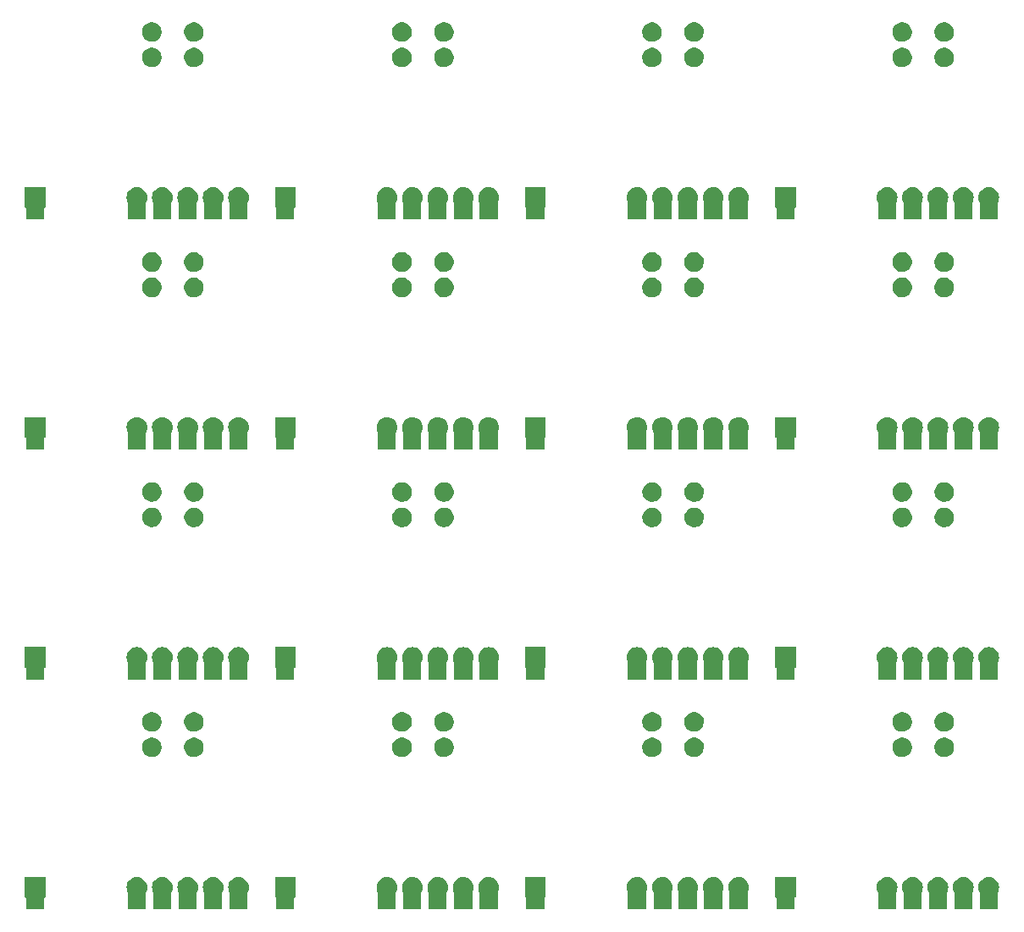
<source format=gbs>
G04 #@! TF.FileFunction,Soldermask,Bot*
%FSLAX46Y46*%
G04 Gerber Fmt 4.6, Leading zero omitted, Abs format (unit mm)*
G04 Created by KiCad (PCBNEW 4.0.1-stable) date 31.08.2016 15:32:53*
%MOMM*%
G01*
G04 APERTURE LIST*
%ADD10C,0.100000*%
G04 APERTURE END LIST*
D10*
G36*
X103156271Y-114770078D02*
X103156276Y-114770079D01*
X103159365Y-114770100D01*
X103359133Y-114792508D01*
X103550744Y-114853291D01*
X103726900Y-114950133D01*
X103880891Y-115079347D01*
X104006851Y-115236010D01*
X104099983Y-115414155D01*
X104156740Y-115606997D01*
X104156745Y-115607057D01*
X104156749Y-115607069D01*
X104174961Y-115807184D01*
X104153956Y-116007039D01*
X104153954Y-116007047D01*
X104153947Y-116007110D01*
X104094503Y-116199141D01*
X104039071Y-116301660D01*
X104031728Y-116321500D01*
X104030000Y-116337634D01*
X104030000Y-118000000D01*
X102245000Y-118000000D01*
X102245000Y-116328782D01*
X102241983Y-116307553D01*
X102236469Y-116293828D01*
X102180017Y-116185845D01*
X102123260Y-115993003D01*
X102123255Y-115992943D01*
X102123251Y-115992931D01*
X102105039Y-115792816D01*
X102126044Y-115592961D01*
X102126046Y-115592953D01*
X102126053Y-115592890D01*
X102185497Y-115400859D01*
X102281107Y-115224031D01*
X102409243Y-115069142D01*
X102565023Y-114942091D01*
X102742514Y-114847718D01*
X102934955Y-114789616D01*
X103135016Y-114770000D01*
X103145105Y-114770000D01*
X103156271Y-114770078D01*
X103156271Y-114770078D01*
G37*
G36*
X50616271Y-114770078D02*
X50616276Y-114770079D01*
X50619365Y-114770100D01*
X50819133Y-114792508D01*
X51010744Y-114853291D01*
X51186900Y-114950133D01*
X51340891Y-115079347D01*
X51466851Y-115236010D01*
X51559983Y-115414155D01*
X51616740Y-115606997D01*
X51616745Y-115607057D01*
X51616749Y-115607069D01*
X51634961Y-115807184D01*
X51613956Y-116007039D01*
X51613954Y-116007047D01*
X51613947Y-116007110D01*
X51554503Y-116199141D01*
X51509072Y-116283164D01*
X51501728Y-116303006D01*
X51500000Y-116319140D01*
X51500000Y-118000000D01*
X49700000Y-118000000D01*
X49700000Y-116319218D01*
X49696983Y-116297989D01*
X49691469Y-116284264D01*
X49640017Y-116185845D01*
X49583260Y-115993003D01*
X49583255Y-115992943D01*
X49583251Y-115992931D01*
X49565039Y-115792816D01*
X49586044Y-115592961D01*
X49586046Y-115592953D01*
X49586053Y-115592890D01*
X49645497Y-115400859D01*
X49741107Y-115224031D01*
X49869243Y-115069142D01*
X50025023Y-114942091D01*
X50202514Y-114847718D01*
X50394955Y-114789616D01*
X50595016Y-114770000D01*
X50605105Y-114770000D01*
X50616271Y-114770078D01*
X50616271Y-114770078D01*
G37*
G36*
X130696271Y-114770078D02*
X130696276Y-114770079D01*
X130699365Y-114770100D01*
X130899133Y-114792508D01*
X131090744Y-114853291D01*
X131266900Y-114950133D01*
X131420891Y-115079347D01*
X131546851Y-115236010D01*
X131639983Y-115414155D01*
X131696740Y-115606997D01*
X131696745Y-115607057D01*
X131696749Y-115607069D01*
X131714961Y-115807184D01*
X131693956Y-116007039D01*
X131693954Y-116007047D01*
X131693947Y-116007110D01*
X131634503Y-116199141D01*
X131589072Y-116283164D01*
X131581728Y-116303006D01*
X131580000Y-116319140D01*
X131580000Y-118000000D01*
X129770000Y-118000000D01*
X129770000Y-116300090D01*
X129766983Y-116278861D01*
X129761469Y-116265135D01*
X129720017Y-116185845D01*
X129663260Y-115993003D01*
X129663255Y-115992943D01*
X129663251Y-115992931D01*
X129645039Y-115792816D01*
X129666044Y-115592961D01*
X129666046Y-115592953D01*
X129666053Y-115592890D01*
X129725497Y-115400859D01*
X129821107Y-115224031D01*
X129949243Y-115069142D01*
X130105023Y-114942091D01*
X130282514Y-114847718D01*
X130474955Y-114789616D01*
X130675016Y-114770000D01*
X130685105Y-114770000D01*
X130696271Y-114770078D01*
X130696271Y-114770078D01*
G37*
G36*
X135776271Y-114770078D02*
X135776276Y-114770079D01*
X135779365Y-114770100D01*
X135979133Y-114792508D01*
X136170744Y-114853291D01*
X136346900Y-114950133D01*
X136500891Y-115079347D01*
X136626851Y-115236010D01*
X136719983Y-115414155D01*
X136776740Y-115606997D01*
X136776745Y-115607057D01*
X136776749Y-115607069D01*
X136794961Y-115807184D01*
X136773956Y-116007039D01*
X136773954Y-116007047D01*
X136773947Y-116007110D01*
X136714503Y-116199141D01*
X136679072Y-116264670D01*
X136671728Y-116284511D01*
X136670000Y-116300645D01*
X136670000Y-118000000D01*
X134859190Y-118000000D01*
X134859190Y-116317669D01*
X134856173Y-116296440D01*
X134850658Y-116282713D01*
X134800017Y-116185845D01*
X134743260Y-115993003D01*
X134743255Y-115992943D01*
X134743251Y-115992931D01*
X134725039Y-115792816D01*
X134746044Y-115592961D01*
X134746046Y-115592953D01*
X134746053Y-115592890D01*
X134805497Y-115400859D01*
X134901107Y-115224031D01*
X135029243Y-115069142D01*
X135185023Y-114942091D01*
X135362514Y-114847718D01*
X135554955Y-114789616D01*
X135755016Y-114770000D01*
X135765105Y-114770000D01*
X135776271Y-114770078D01*
X135776271Y-114770078D01*
G37*
G36*
X125616271Y-114770078D02*
X125616276Y-114770079D01*
X125619365Y-114770100D01*
X125819133Y-114792508D01*
X126010744Y-114853291D01*
X126186900Y-114950133D01*
X126340891Y-115079347D01*
X126466851Y-115236010D01*
X126559983Y-115414155D01*
X126616740Y-115606997D01*
X126616745Y-115607057D01*
X126616749Y-115607069D01*
X126634961Y-115807184D01*
X126613956Y-116007039D01*
X126613954Y-116007047D01*
X126613947Y-116007110D01*
X126554503Y-116199141D01*
X126509072Y-116283164D01*
X126501728Y-116303006D01*
X126500000Y-116319140D01*
X126500000Y-118000000D01*
X124700000Y-118000000D01*
X124700000Y-116319218D01*
X124696983Y-116297989D01*
X124691469Y-116284264D01*
X124640017Y-116185845D01*
X124583260Y-115993003D01*
X124583255Y-115992943D01*
X124583251Y-115992931D01*
X124565039Y-115792816D01*
X124586044Y-115592961D01*
X124586046Y-115592953D01*
X124586053Y-115592890D01*
X124645497Y-115400859D01*
X124741107Y-115224031D01*
X124869243Y-115069142D01*
X125025023Y-114942091D01*
X125202514Y-114847718D01*
X125394955Y-114789616D01*
X125595016Y-114770000D01*
X125605105Y-114770000D01*
X125616271Y-114770078D01*
X125616271Y-114770078D01*
G37*
G36*
X128156271Y-114770078D02*
X128156276Y-114770079D01*
X128159365Y-114770100D01*
X128359133Y-114792508D01*
X128550744Y-114853291D01*
X128726900Y-114950133D01*
X128880891Y-115079347D01*
X129006851Y-115236010D01*
X129099983Y-115414155D01*
X129156740Y-115606997D01*
X129156745Y-115607057D01*
X129156749Y-115607069D01*
X129174961Y-115807184D01*
X129153956Y-116007039D01*
X129153954Y-116007047D01*
X129153947Y-116007110D01*
X129094503Y-116199141D01*
X129039071Y-116301660D01*
X129031728Y-116321500D01*
X129030000Y-116337634D01*
X129030000Y-118000000D01*
X127245000Y-118000000D01*
X127245000Y-116328782D01*
X127241983Y-116307553D01*
X127236469Y-116293828D01*
X127180017Y-116185845D01*
X127123260Y-115993003D01*
X127123255Y-115992943D01*
X127123251Y-115992931D01*
X127105039Y-115792816D01*
X127126044Y-115592961D01*
X127126046Y-115592953D01*
X127126053Y-115592890D01*
X127185497Y-115400859D01*
X127281107Y-115224031D01*
X127409243Y-115069142D01*
X127565023Y-114942091D01*
X127742514Y-114847718D01*
X127934955Y-114789616D01*
X128135016Y-114770000D01*
X128145105Y-114770000D01*
X128156271Y-114770078D01*
X128156271Y-114770078D01*
G37*
G36*
X110776271Y-114770078D02*
X110776276Y-114770079D01*
X110779365Y-114770100D01*
X110979133Y-114792508D01*
X111170744Y-114853291D01*
X111346900Y-114950133D01*
X111500891Y-115079347D01*
X111626851Y-115236010D01*
X111719983Y-115414155D01*
X111776740Y-115606997D01*
X111776745Y-115607057D01*
X111776749Y-115607069D01*
X111794961Y-115807184D01*
X111773956Y-116007039D01*
X111773954Y-116007047D01*
X111773947Y-116007110D01*
X111714503Y-116199141D01*
X111679072Y-116264670D01*
X111671728Y-116284511D01*
X111670000Y-116300645D01*
X111670000Y-118000000D01*
X109859190Y-118000000D01*
X109859190Y-116317669D01*
X109856173Y-116296440D01*
X109850658Y-116282713D01*
X109800017Y-116185845D01*
X109743260Y-115993003D01*
X109743255Y-115992943D01*
X109743251Y-115992931D01*
X109725039Y-115792816D01*
X109746044Y-115592961D01*
X109746046Y-115592953D01*
X109746053Y-115592890D01*
X109805497Y-115400859D01*
X109901107Y-115224031D01*
X110029243Y-115069142D01*
X110185023Y-114942091D01*
X110362514Y-114847718D01*
X110554955Y-114789616D01*
X110755016Y-114770000D01*
X110765105Y-114770000D01*
X110776271Y-114770078D01*
X110776271Y-114770078D01*
G37*
G36*
X108236271Y-114770078D02*
X108236276Y-114770079D01*
X108239365Y-114770100D01*
X108439133Y-114792508D01*
X108630744Y-114853291D01*
X108806900Y-114950133D01*
X108960891Y-115079347D01*
X109086851Y-115236010D01*
X109179983Y-115414155D01*
X109236740Y-115606997D01*
X109236745Y-115607057D01*
X109236749Y-115607069D01*
X109254961Y-115807184D01*
X109233956Y-116007039D01*
X109233954Y-116007047D01*
X109233947Y-116007110D01*
X109174503Y-116199141D01*
X109139072Y-116264670D01*
X109131728Y-116284511D01*
X109130000Y-116300645D01*
X109130000Y-118000000D01*
X107320000Y-118000000D01*
X107320000Y-116319218D01*
X107316983Y-116297989D01*
X107311469Y-116284264D01*
X107260017Y-116185845D01*
X107203260Y-115993003D01*
X107203255Y-115992943D01*
X107203251Y-115992931D01*
X107185039Y-115792816D01*
X107206044Y-115592961D01*
X107206046Y-115592953D01*
X107206053Y-115592890D01*
X107265497Y-115400859D01*
X107361107Y-115224031D01*
X107489243Y-115069142D01*
X107645023Y-114942091D01*
X107822514Y-114847718D01*
X108014955Y-114789616D01*
X108215016Y-114770000D01*
X108225105Y-114770000D01*
X108236271Y-114770078D01*
X108236271Y-114770078D01*
G37*
G36*
X116470000Y-116830000D02*
X116416200Y-116830000D01*
X116394971Y-116833017D01*
X116375423Y-116841828D01*
X116359104Y-116855737D01*
X116347306Y-116873641D01*
X116340963Y-116894124D01*
X116340000Y-116906200D01*
X116340000Y-118000000D01*
X114540000Y-118000000D01*
X114540000Y-116906200D01*
X114536983Y-116884971D01*
X114528172Y-116865423D01*
X114514263Y-116849104D01*
X114496359Y-116837306D01*
X114475876Y-116830963D01*
X114463800Y-116830000D01*
X114410000Y-116830000D01*
X114410000Y-114770000D01*
X116470000Y-114770000D01*
X116470000Y-116830000D01*
X116470000Y-116830000D01*
G37*
G36*
X75616271Y-114770078D02*
X75616276Y-114770079D01*
X75619365Y-114770100D01*
X75819133Y-114792508D01*
X76010744Y-114853291D01*
X76186900Y-114950133D01*
X76340891Y-115079347D01*
X76466851Y-115236010D01*
X76559983Y-115414155D01*
X76616740Y-115606997D01*
X76616745Y-115607057D01*
X76616749Y-115607069D01*
X76634961Y-115807184D01*
X76613956Y-116007039D01*
X76613954Y-116007047D01*
X76613947Y-116007110D01*
X76554503Y-116199141D01*
X76509072Y-116283164D01*
X76501728Y-116303006D01*
X76500000Y-116319140D01*
X76500000Y-118000000D01*
X74700000Y-118000000D01*
X74700000Y-116319218D01*
X74696983Y-116297989D01*
X74691469Y-116284264D01*
X74640017Y-116185845D01*
X74583260Y-115993003D01*
X74583255Y-115992943D01*
X74583251Y-115992931D01*
X74565039Y-115792816D01*
X74586044Y-115592961D01*
X74586046Y-115592953D01*
X74586053Y-115592890D01*
X74645497Y-115400859D01*
X74741107Y-115224031D01*
X74869243Y-115069142D01*
X75025023Y-114942091D01*
X75202514Y-114847718D01*
X75394955Y-114789616D01*
X75595016Y-114770000D01*
X75605105Y-114770000D01*
X75616271Y-114770078D01*
X75616271Y-114770078D01*
G37*
G36*
X60776271Y-114770078D02*
X60776276Y-114770079D01*
X60779365Y-114770100D01*
X60979133Y-114792508D01*
X61170744Y-114853291D01*
X61346900Y-114950133D01*
X61500891Y-115079347D01*
X61626851Y-115236010D01*
X61719983Y-115414155D01*
X61776740Y-115606997D01*
X61776745Y-115607057D01*
X61776749Y-115607069D01*
X61794961Y-115807184D01*
X61773956Y-116007039D01*
X61773954Y-116007047D01*
X61773947Y-116007110D01*
X61714503Y-116199141D01*
X61679072Y-116264670D01*
X61671728Y-116284511D01*
X61670000Y-116300645D01*
X61670000Y-118000000D01*
X59859190Y-118000000D01*
X59859190Y-116317669D01*
X59856173Y-116296440D01*
X59850658Y-116282713D01*
X59800017Y-116185845D01*
X59743260Y-115993003D01*
X59743255Y-115992943D01*
X59743251Y-115992931D01*
X59725039Y-115792816D01*
X59746044Y-115592961D01*
X59746046Y-115592953D01*
X59746053Y-115592890D01*
X59805497Y-115400859D01*
X59901107Y-115224031D01*
X60029243Y-115069142D01*
X60185023Y-114942091D01*
X60362514Y-114847718D01*
X60554955Y-114789616D01*
X60755016Y-114770000D01*
X60765105Y-114770000D01*
X60776271Y-114770078D01*
X60776271Y-114770078D01*
G37*
G36*
X66470000Y-116830000D02*
X66416200Y-116830000D01*
X66394971Y-116833017D01*
X66375423Y-116841828D01*
X66359104Y-116855737D01*
X66347306Y-116873641D01*
X66340963Y-116894124D01*
X66340000Y-116906200D01*
X66340000Y-118000000D01*
X64540000Y-118000000D01*
X64540000Y-116906200D01*
X64536983Y-116884971D01*
X64528172Y-116865423D01*
X64514263Y-116849104D01*
X64496359Y-116837306D01*
X64475876Y-116830963D01*
X64463800Y-116830000D01*
X64410000Y-116830000D01*
X64410000Y-114770000D01*
X66470000Y-114770000D01*
X66470000Y-116830000D01*
X66470000Y-116830000D01*
G37*
G36*
X133236271Y-114770078D02*
X133236276Y-114770079D01*
X133239365Y-114770100D01*
X133439133Y-114792508D01*
X133630744Y-114853291D01*
X133806900Y-114950133D01*
X133960891Y-115079347D01*
X134086851Y-115236010D01*
X134179983Y-115414155D01*
X134236740Y-115606997D01*
X134236745Y-115607057D01*
X134236749Y-115607069D01*
X134254961Y-115807184D01*
X134233956Y-116007039D01*
X134233954Y-116007047D01*
X134233947Y-116007110D01*
X134174503Y-116199141D01*
X134139072Y-116264670D01*
X134131728Y-116284511D01*
X134130000Y-116300645D01*
X134130000Y-118000000D01*
X132320000Y-118000000D01*
X132320000Y-116319218D01*
X132316983Y-116297989D01*
X132311469Y-116284264D01*
X132260017Y-116185845D01*
X132203260Y-115993003D01*
X132203255Y-115992943D01*
X132203251Y-115992931D01*
X132185039Y-115792816D01*
X132206044Y-115592961D01*
X132206046Y-115592953D01*
X132206053Y-115592890D01*
X132265497Y-115400859D01*
X132361107Y-115224031D01*
X132489243Y-115069142D01*
X132645023Y-114942091D01*
X132822514Y-114847718D01*
X133014955Y-114789616D01*
X133215016Y-114770000D01*
X133225105Y-114770000D01*
X133236271Y-114770078D01*
X133236271Y-114770078D01*
G37*
G36*
X53156271Y-114770078D02*
X53156276Y-114770079D01*
X53159365Y-114770100D01*
X53359133Y-114792508D01*
X53550744Y-114853291D01*
X53726900Y-114950133D01*
X53880891Y-115079347D01*
X54006851Y-115236010D01*
X54099983Y-115414155D01*
X54156740Y-115606997D01*
X54156745Y-115607057D01*
X54156749Y-115607069D01*
X54174961Y-115807184D01*
X54153956Y-116007039D01*
X54153954Y-116007047D01*
X54153947Y-116007110D01*
X54094503Y-116199141D01*
X54039071Y-116301660D01*
X54031728Y-116321500D01*
X54030000Y-116337634D01*
X54030000Y-118000000D01*
X52245000Y-118000000D01*
X52245000Y-116328782D01*
X52241983Y-116307553D01*
X52236469Y-116293828D01*
X52180017Y-116185845D01*
X52123260Y-115993003D01*
X52123255Y-115992943D01*
X52123251Y-115992931D01*
X52105039Y-115792816D01*
X52126044Y-115592961D01*
X52126046Y-115592953D01*
X52126053Y-115592890D01*
X52185497Y-115400859D01*
X52281107Y-115224031D01*
X52409243Y-115069142D01*
X52565023Y-114942091D01*
X52742514Y-114847718D01*
X52934955Y-114789616D01*
X53135016Y-114770000D01*
X53145105Y-114770000D01*
X53156271Y-114770078D01*
X53156271Y-114770078D01*
G37*
G36*
X41470000Y-116830000D02*
X41416200Y-116830000D01*
X41394971Y-116833017D01*
X41375423Y-116841828D01*
X41359104Y-116855737D01*
X41347306Y-116873641D01*
X41340963Y-116894124D01*
X41340000Y-116906200D01*
X41340000Y-118000000D01*
X39540000Y-118000000D01*
X39540000Y-116906200D01*
X39536983Y-116884971D01*
X39528172Y-116865423D01*
X39514263Y-116849104D01*
X39496359Y-116837306D01*
X39475876Y-116830963D01*
X39463800Y-116830000D01*
X39410000Y-116830000D01*
X39410000Y-114770000D01*
X41470000Y-114770000D01*
X41470000Y-116830000D01*
X41470000Y-116830000D01*
G37*
G36*
X58236271Y-114770078D02*
X58236276Y-114770079D01*
X58239365Y-114770100D01*
X58439133Y-114792508D01*
X58630744Y-114853291D01*
X58806900Y-114950133D01*
X58960891Y-115079347D01*
X59086851Y-115236010D01*
X59179983Y-115414155D01*
X59236740Y-115606997D01*
X59236745Y-115607057D01*
X59236749Y-115607069D01*
X59254961Y-115807184D01*
X59233956Y-116007039D01*
X59233954Y-116007047D01*
X59233947Y-116007110D01*
X59174503Y-116199141D01*
X59139072Y-116264670D01*
X59131728Y-116284511D01*
X59130000Y-116300645D01*
X59130000Y-118000000D01*
X57320000Y-118000000D01*
X57320000Y-116319218D01*
X57316983Y-116297989D01*
X57311469Y-116284264D01*
X57260017Y-116185845D01*
X57203260Y-115993003D01*
X57203255Y-115992943D01*
X57203251Y-115992931D01*
X57185039Y-115792816D01*
X57206044Y-115592961D01*
X57206046Y-115592953D01*
X57206053Y-115592890D01*
X57265497Y-115400859D01*
X57361107Y-115224031D01*
X57489243Y-115069142D01*
X57645023Y-114942091D01*
X57822514Y-114847718D01*
X58014955Y-114789616D01*
X58215016Y-114770000D01*
X58225105Y-114770000D01*
X58236271Y-114770078D01*
X58236271Y-114770078D01*
G37*
G36*
X55696271Y-114770078D02*
X55696276Y-114770079D01*
X55699365Y-114770100D01*
X55899133Y-114792508D01*
X56090744Y-114853291D01*
X56266900Y-114950133D01*
X56420891Y-115079347D01*
X56546851Y-115236010D01*
X56639983Y-115414155D01*
X56696740Y-115606997D01*
X56696745Y-115607057D01*
X56696749Y-115607069D01*
X56714961Y-115807184D01*
X56693956Y-116007039D01*
X56693954Y-116007047D01*
X56693947Y-116007110D01*
X56634503Y-116199141D01*
X56589072Y-116283164D01*
X56581728Y-116303006D01*
X56580000Y-116319140D01*
X56580000Y-118000000D01*
X54770000Y-118000000D01*
X54770000Y-116300090D01*
X54766983Y-116278861D01*
X54761469Y-116265135D01*
X54720017Y-116185845D01*
X54663260Y-115993003D01*
X54663255Y-115992943D01*
X54663251Y-115992931D01*
X54645039Y-115792816D01*
X54666044Y-115592961D01*
X54666046Y-115592953D01*
X54666053Y-115592890D01*
X54725497Y-115400859D01*
X54821107Y-115224031D01*
X54949243Y-115069142D01*
X55105023Y-114942091D01*
X55282514Y-114847718D01*
X55474955Y-114789616D01*
X55675016Y-114770000D01*
X55685105Y-114770000D01*
X55696271Y-114770078D01*
X55696271Y-114770078D01*
G37*
G36*
X91470000Y-116830000D02*
X91416200Y-116830000D01*
X91394971Y-116833017D01*
X91375423Y-116841828D01*
X91359104Y-116855737D01*
X91347306Y-116873641D01*
X91340963Y-116894124D01*
X91340000Y-116906200D01*
X91340000Y-118000000D01*
X89540000Y-118000000D01*
X89540000Y-116906200D01*
X89536983Y-116884971D01*
X89528172Y-116865423D01*
X89514263Y-116849104D01*
X89496359Y-116837306D01*
X89475876Y-116830963D01*
X89463800Y-116830000D01*
X89410000Y-116830000D01*
X89410000Y-114770000D01*
X91470000Y-114770000D01*
X91470000Y-116830000D01*
X91470000Y-116830000D01*
G37*
G36*
X85776271Y-114770078D02*
X85776276Y-114770079D01*
X85779365Y-114770100D01*
X85979133Y-114792508D01*
X86170744Y-114853291D01*
X86346900Y-114950133D01*
X86500891Y-115079347D01*
X86626851Y-115236010D01*
X86719983Y-115414155D01*
X86776740Y-115606997D01*
X86776745Y-115607057D01*
X86776749Y-115607069D01*
X86794961Y-115807184D01*
X86773956Y-116007039D01*
X86773954Y-116007047D01*
X86773947Y-116007110D01*
X86714503Y-116199141D01*
X86679072Y-116264670D01*
X86671728Y-116284511D01*
X86670000Y-116300645D01*
X86670000Y-118000000D01*
X84859190Y-118000000D01*
X84859190Y-116317669D01*
X84856173Y-116296440D01*
X84850658Y-116282713D01*
X84800017Y-116185845D01*
X84743260Y-115993003D01*
X84743255Y-115992943D01*
X84743251Y-115992931D01*
X84725039Y-115792816D01*
X84746044Y-115592961D01*
X84746046Y-115592953D01*
X84746053Y-115592890D01*
X84805497Y-115400859D01*
X84901107Y-115224031D01*
X85029243Y-115069142D01*
X85185023Y-114942091D01*
X85362514Y-114847718D01*
X85554955Y-114789616D01*
X85755016Y-114770000D01*
X85765105Y-114770000D01*
X85776271Y-114770078D01*
X85776271Y-114770078D01*
G37*
G36*
X83236271Y-114770078D02*
X83236276Y-114770079D01*
X83239365Y-114770100D01*
X83439133Y-114792508D01*
X83630744Y-114853291D01*
X83806900Y-114950133D01*
X83960891Y-115079347D01*
X84086851Y-115236010D01*
X84179983Y-115414155D01*
X84236740Y-115606997D01*
X84236745Y-115607057D01*
X84236749Y-115607069D01*
X84254961Y-115807184D01*
X84233956Y-116007039D01*
X84233954Y-116007047D01*
X84233947Y-116007110D01*
X84174503Y-116199141D01*
X84139072Y-116264670D01*
X84131728Y-116284511D01*
X84130000Y-116300645D01*
X84130000Y-118000000D01*
X82320000Y-118000000D01*
X82320000Y-116319218D01*
X82316983Y-116297989D01*
X82311469Y-116284264D01*
X82260017Y-116185845D01*
X82203260Y-115993003D01*
X82203255Y-115992943D01*
X82203251Y-115992931D01*
X82185039Y-115792816D01*
X82206044Y-115592961D01*
X82206046Y-115592953D01*
X82206053Y-115592890D01*
X82265497Y-115400859D01*
X82361107Y-115224031D01*
X82489243Y-115069142D01*
X82645023Y-114942091D01*
X82822514Y-114847718D01*
X83014955Y-114789616D01*
X83215016Y-114770000D01*
X83225105Y-114770000D01*
X83236271Y-114770078D01*
X83236271Y-114770078D01*
G37*
G36*
X80696271Y-114770078D02*
X80696276Y-114770079D01*
X80699365Y-114770100D01*
X80899133Y-114792508D01*
X81090744Y-114853291D01*
X81266900Y-114950133D01*
X81420891Y-115079347D01*
X81546851Y-115236010D01*
X81639983Y-115414155D01*
X81696740Y-115606997D01*
X81696745Y-115607057D01*
X81696749Y-115607069D01*
X81714961Y-115807184D01*
X81693956Y-116007039D01*
X81693954Y-116007047D01*
X81693947Y-116007110D01*
X81634503Y-116199141D01*
X81589072Y-116283164D01*
X81581728Y-116303006D01*
X81580000Y-116319140D01*
X81580000Y-118000000D01*
X79770000Y-118000000D01*
X79770000Y-116300090D01*
X79766983Y-116278861D01*
X79761469Y-116265135D01*
X79720017Y-116185845D01*
X79663260Y-115993003D01*
X79663255Y-115992943D01*
X79663251Y-115992931D01*
X79645039Y-115792816D01*
X79666044Y-115592961D01*
X79666046Y-115592953D01*
X79666053Y-115592890D01*
X79725497Y-115400859D01*
X79821107Y-115224031D01*
X79949243Y-115069142D01*
X80105023Y-114942091D01*
X80282514Y-114847718D01*
X80474955Y-114789616D01*
X80675016Y-114770000D01*
X80685105Y-114770000D01*
X80696271Y-114770078D01*
X80696271Y-114770078D01*
G37*
G36*
X78156271Y-114770078D02*
X78156276Y-114770079D01*
X78159365Y-114770100D01*
X78359133Y-114792508D01*
X78550744Y-114853291D01*
X78726900Y-114950133D01*
X78880891Y-115079347D01*
X79006851Y-115236010D01*
X79099983Y-115414155D01*
X79156740Y-115606997D01*
X79156745Y-115607057D01*
X79156749Y-115607069D01*
X79174961Y-115807184D01*
X79153956Y-116007039D01*
X79153954Y-116007047D01*
X79153947Y-116007110D01*
X79094503Y-116199141D01*
X79039071Y-116301660D01*
X79031728Y-116321500D01*
X79030000Y-116337634D01*
X79030000Y-118000000D01*
X77245000Y-118000000D01*
X77245000Y-116328782D01*
X77241983Y-116307553D01*
X77236469Y-116293828D01*
X77180017Y-116185845D01*
X77123260Y-115993003D01*
X77123255Y-115992943D01*
X77123251Y-115992931D01*
X77105039Y-115792816D01*
X77126044Y-115592961D01*
X77126046Y-115592953D01*
X77126053Y-115592890D01*
X77185497Y-115400859D01*
X77281107Y-115224031D01*
X77409243Y-115069142D01*
X77565023Y-114942091D01*
X77742514Y-114847718D01*
X77934955Y-114789616D01*
X78135016Y-114770000D01*
X78145105Y-114770000D01*
X78156271Y-114770078D01*
X78156271Y-114770078D01*
G37*
G36*
X105696271Y-114770078D02*
X105696276Y-114770079D01*
X105699365Y-114770100D01*
X105899133Y-114792508D01*
X106090744Y-114853291D01*
X106266900Y-114950133D01*
X106420891Y-115079347D01*
X106546851Y-115236010D01*
X106639983Y-115414155D01*
X106696740Y-115606997D01*
X106696745Y-115607057D01*
X106696749Y-115607069D01*
X106714961Y-115807184D01*
X106693956Y-116007039D01*
X106693954Y-116007047D01*
X106693947Y-116007110D01*
X106634503Y-116199141D01*
X106589072Y-116283164D01*
X106581728Y-116303006D01*
X106580000Y-116319140D01*
X106580000Y-118000000D01*
X104770000Y-118000000D01*
X104770000Y-116300090D01*
X104766983Y-116278861D01*
X104761469Y-116265135D01*
X104720017Y-116185845D01*
X104663260Y-115993003D01*
X104663255Y-115992943D01*
X104663251Y-115992931D01*
X104645039Y-115792816D01*
X104666044Y-115592961D01*
X104666046Y-115592953D01*
X104666053Y-115592890D01*
X104725497Y-115400859D01*
X104821107Y-115224031D01*
X104949243Y-115069142D01*
X105105023Y-114942091D01*
X105282514Y-114847718D01*
X105474955Y-114789616D01*
X105675016Y-114770000D01*
X105685105Y-114770000D01*
X105696271Y-114770078D01*
X105696271Y-114770078D01*
G37*
G36*
X100616271Y-114770078D02*
X100616276Y-114770079D01*
X100619365Y-114770100D01*
X100819133Y-114792508D01*
X101010744Y-114853291D01*
X101186900Y-114950133D01*
X101340891Y-115079347D01*
X101466851Y-115236010D01*
X101559983Y-115414155D01*
X101616740Y-115606997D01*
X101616745Y-115607057D01*
X101616749Y-115607069D01*
X101634961Y-115807184D01*
X101613956Y-116007039D01*
X101613954Y-116007047D01*
X101613947Y-116007110D01*
X101554503Y-116199141D01*
X101509072Y-116283164D01*
X101501728Y-116303006D01*
X101500000Y-116319140D01*
X101500000Y-118000000D01*
X99700000Y-118000000D01*
X99700000Y-116319218D01*
X99696983Y-116297989D01*
X99691469Y-116284264D01*
X99640017Y-116185845D01*
X99583260Y-115993003D01*
X99583255Y-115992943D01*
X99583251Y-115992931D01*
X99565039Y-115792816D01*
X99586044Y-115592961D01*
X99586046Y-115592953D01*
X99586053Y-115592890D01*
X99645497Y-115400859D01*
X99741107Y-115224031D01*
X99869243Y-115069142D01*
X100025023Y-114942091D01*
X100202514Y-114847718D01*
X100394955Y-114789616D01*
X100595016Y-114770000D01*
X100605105Y-114770000D01*
X100616271Y-114770078D01*
X100616271Y-114770078D01*
G37*
G36*
X56402931Y-100820649D02*
X56591200Y-100859295D01*
X56768365Y-100933768D01*
X56927704Y-101041244D01*
X57063122Y-101177610D01*
X57169480Y-101337692D01*
X57242716Y-101515375D01*
X57279941Y-101703377D01*
X57279941Y-101703395D01*
X57280042Y-101703906D01*
X57276977Y-101923421D01*
X57276861Y-101923930D01*
X57276861Y-101923950D01*
X57234402Y-102110834D01*
X57156232Y-102286408D01*
X57045449Y-102443451D01*
X56906270Y-102575989D01*
X56743998Y-102678970D01*
X56564816Y-102748471D01*
X56375549Y-102781844D01*
X56183402Y-102777818D01*
X55995700Y-102736550D01*
X55819582Y-102659606D01*
X55661767Y-102549922D01*
X55528260Y-102411671D01*
X55424152Y-102250126D01*
X55353401Y-102071431D01*
X55318708Y-101882405D01*
X55321392Y-101690230D01*
X55361350Y-101502241D01*
X55437060Y-101325597D01*
X55545642Y-101167017D01*
X55682956Y-101032549D01*
X55843766Y-100927317D01*
X56021969Y-100855319D01*
X56210750Y-100819307D01*
X56402931Y-100820649D01*
X56402931Y-100820649D01*
G37*
G36*
X102202931Y-100820649D02*
X102391200Y-100859295D01*
X102568365Y-100933768D01*
X102727704Y-101041244D01*
X102863122Y-101177610D01*
X102969480Y-101337692D01*
X103042716Y-101515375D01*
X103079941Y-101703377D01*
X103079941Y-101703395D01*
X103080042Y-101703906D01*
X103076977Y-101923421D01*
X103076861Y-101923930D01*
X103076861Y-101923950D01*
X103034402Y-102110834D01*
X102956232Y-102286408D01*
X102845449Y-102443451D01*
X102706270Y-102575989D01*
X102543998Y-102678970D01*
X102364816Y-102748471D01*
X102175549Y-102781844D01*
X101983402Y-102777818D01*
X101795700Y-102736550D01*
X101619582Y-102659606D01*
X101461767Y-102549922D01*
X101328260Y-102411671D01*
X101224152Y-102250126D01*
X101153401Y-102071431D01*
X101118708Y-101882405D01*
X101121392Y-101690230D01*
X101161350Y-101502241D01*
X101237060Y-101325597D01*
X101345642Y-101167017D01*
X101482956Y-101032549D01*
X101643766Y-100927317D01*
X101821969Y-100855319D01*
X102010750Y-100819307D01*
X102202931Y-100820649D01*
X102202931Y-100820649D01*
G37*
G36*
X106402931Y-100820649D02*
X106591200Y-100859295D01*
X106768365Y-100933768D01*
X106927704Y-101041244D01*
X107063122Y-101177610D01*
X107169480Y-101337692D01*
X107242716Y-101515375D01*
X107279941Y-101703377D01*
X107279941Y-101703395D01*
X107280042Y-101703906D01*
X107276977Y-101923421D01*
X107276861Y-101923930D01*
X107276861Y-101923950D01*
X107234402Y-102110834D01*
X107156232Y-102286408D01*
X107045449Y-102443451D01*
X106906270Y-102575989D01*
X106743998Y-102678970D01*
X106564816Y-102748471D01*
X106375549Y-102781844D01*
X106183402Y-102777818D01*
X105995700Y-102736550D01*
X105819582Y-102659606D01*
X105661767Y-102549922D01*
X105528260Y-102411671D01*
X105424152Y-102250126D01*
X105353401Y-102071431D01*
X105318708Y-101882405D01*
X105321392Y-101690230D01*
X105361350Y-101502241D01*
X105437060Y-101325597D01*
X105545642Y-101167017D01*
X105682956Y-101032549D01*
X105843766Y-100927317D01*
X106021969Y-100855319D01*
X106210750Y-100819307D01*
X106402931Y-100820649D01*
X106402931Y-100820649D01*
G37*
G36*
X81402931Y-100820649D02*
X81591200Y-100859295D01*
X81768365Y-100933768D01*
X81927704Y-101041244D01*
X82063122Y-101177610D01*
X82169480Y-101337692D01*
X82242716Y-101515375D01*
X82279941Y-101703377D01*
X82279941Y-101703395D01*
X82280042Y-101703906D01*
X82276977Y-101923421D01*
X82276861Y-101923930D01*
X82276861Y-101923950D01*
X82234402Y-102110834D01*
X82156232Y-102286408D01*
X82045449Y-102443451D01*
X81906270Y-102575989D01*
X81743998Y-102678970D01*
X81564816Y-102748471D01*
X81375549Y-102781844D01*
X81183402Y-102777818D01*
X80995700Y-102736550D01*
X80819582Y-102659606D01*
X80661767Y-102549922D01*
X80528260Y-102411671D01*
X80424152Y-102250126D01*
X80353401Y-102071431D01*
X80318708Y-101882405D01*
X80321392Y-101690230D01*
X80361350Y-101502241D01*
X80437060Y-101325597D01*
X80545642Y-101167017D01*
X80682956Y-101032549D01*
X80843766Y-100927317D01*
X81021969Y-100855319D01*
X81210750Y-100819307D01*
X81402931Y-100820649D01*
X81402931Y-100820649D01*
G37*
G36*
X131402931Y-100820649D02*
X131591200Y-100859295D01*
X131768365Y-100933768D01*
X131927704Y-101041244D01*
X132063122Y-101177610D01*
X132169480Y-101337692D01*
X132242716Y-101515375D01*
X132279941Y-101703377D01*
X132279941Y-101703395D01*
X132280042Y-101703906D01*
X132276977Y-101923421D01*
X132276861Y-101923930D01*
X132276861Y-101923950D01*
X132234402Y-102110834D01*
X132156232Y-102286408D01*
X132045449Y-102443451D01*
X131906270Y-102575989D01*
X131743998Y-102678970D01*
X131564816Y-102748471D01*
X131375549Y-102781844D01*
X131183402Y-102777818D01*
X130995700Y-102736550D01*
X130819582Y-102659606D01*
X130661767Y-102549922D01*
X130528260Y-102411671D01*
X130424152Y-102250126D01*
X130353401Y-102071431D01*
X130318708Y-101882405D01*
X130321392Y-101690230D01*
X130361350Y-101502241D01*
X130437060Y-101325597D01*
X130545642Y-101167017D01*
X130682956Y-101032549D01*
X130843766Y-100927317D01*
X131021969Y-100855319D01*
X131210750Y-100819307D01*
X131402931Y-100820649D01*
X131402931Y-100820649D01*
G37*
G36*
X77202931Y-100820649D02*
X77391200Y-100859295D01*
X77568365Y-100933768D01*
X77727704Y-101041244D01*
X77863122Y-101177610D01*
X77969480Y-101337692D01*
X78042716Y-101515375D01*
X78079941Y-101703377D01*
X78079941Y-101703395D01*
X78080042Y-101703906D01*
X78076977Y-101923421D01*
X78076861Y-101923930D01*
X78076861Y-101923950D01*
X78034402Y-102110834D01*
X77956232Y-102286408D01*
X77845449Y-102443451D01*
X77706270Y-102575989D01*
X77543998Y-102678970D01*
X77364816Y-102748471D01*
X77175549Y-102781844D01*
X76983402Y-102777818D01*
X76795700Y-102736550D01*
X76619582Y-102659606D01*
X76461767Y-102549922D01*
X76328260Y-102411671D01*
X76224152Y-102250126D01*
X76153401Y-102071431D01*
X76118708Y-101882405D01*
X76121392Y-101690230D01*
X76161350Y-101502241D01*
X76237060Y-101325597D01*
X76345642Y-101167017D01*
X76482956Y-101032549D01*
X76643766Y-100927317D01*
X76821969Y-100855319D01*
X77010750Y-100819307D01*
X77202931Y-100820649D01*
X77202931Y-100820649D01*
G37*
G36*
X52202931Y-100820649D02*
X52391200Y-100859295D01*
X52568365Y-100933768D01*
X52727704Y-101041244D01*
X52863122Y-101177610D01*
X52969480Y-101337692D01*
X53042716Y-101515375D01*
X53079941Y-101703377D01*
X53079941Y-101703395D01*
X53080042Y-101703906D01*
X53076977Y-101923421D01*
X53076861Y-101923930D01*
X53076861Y-101923950D01*
X53034402Y-102110834D01*
X52956232Y-102286408D01*
X52845449Y-102443451D01*
X52706270Y-102575989D01*
X52543998Y-102678970D01*
X52364816Y-102748471D01*
X52175549Y-102781844D01*
X51983402Y-102777818D01*
X51795700Y-102736550D01*
X51619582Y-102659606D01*
X51461767Y-102549922D01*
X51328260Y-102411671D01*
X51224152Y-102250126D01*
X51153401Y-102071431D01*
X51118708Y-101882405D01*
X51121392Y-101690230D01*
X51161350Y-101502241D01*
X51237060Y-101325597D01*
X51345642Y-101167017D01*
X51482956Y-101032549D01*
X51643766Y-100927317D01*
X51821969Y-100855319D01*
X52010750Y-100819307D01*
X52202931Y-100820649D01*
X52202931Y-100820649D01*
G37*
G36*
X127202931Y-100820649D02*
X127391200Y-100859295D01*
X127568365Y-100933768D01*
X127727704Y-101041244D01*
X127863122Y-101177610D01*
X127969480Y-101337692D01*
X128042716Y-101515375D01*
X128079941Y-101703377D01*
X128079941Y-101703395D01*
X128080042Y-101703906D01*
X128076977Y-101923421D01*
X128076861Y-101923930D01*
X128076861Y-101923950D01*
X128034402Y-102110834D01*
X127956232Y-102286408D01*
X127845449Y-102443451D01*
X127706270Y-102575989D01*
X127543998Y-102678970D01*
X127364816Y-102748471D01*
X127175549Y-102781844D01*
X126983402Y-102777818D01*
X126795700Y-102736550D01*
X126619582Y-102659606D01*
X126461767Y-102549922D01*
X126328260Y-102411671D01*
X126224152Y-102250126D01*
X126153401Y-102071431D01*
X126118708Y-101882405D01*
X126121392Y-101690230D01*
X126161350Y-101502241D01*
X126237060Y-101325597D01*
X126345642Y-101167017D01*
X126482956Y-101032549D01*
X126643766Y-100927317D01*
X126821969Y-100855319D01*
X127010750Y-100819307D01*
X127202931Y-100820649D01*
X127202931Y-100820649D01*
G37*
G36*
X127202931Y-98280649D02*
X127391200Y-98319295D01*
X127568365Y-98393768D01*
X127727704Y-98501244D01*
X127863122Y-98637610D01*
X127969480Y-98797692D01*
X128042716Y-98975375D01*
X128079941Y-99163377D01*
X128079941Y-99163395D01*
X128080042Y-99163906D01*
X128076977Y-99383421D01*
X128076861Y-99383930D01*
X128076861Y-99383950D01*
X128034402Y-99570834D01*
X127956232Y-99746408D01*
X127845449Y-99903451D01*
X127706270Y-100035989D01*
X127543998Y-100138970D01*
X127364816Y-100208471D01*
X127175549Y-100241844D01*
X126983402Y-100237818D01*
X126795700Y-100196550D01*
X126619582Y-100119606D01*
X126461767Y-100009922D01*
X126328260Y-99871671D01*
X126224152Y-99710126D01*
X126153401Y-99531431D01*
X126118708Y-99342405D01*
X126121392Y-99150230D01*
X126161350Y-98962241D01*
X126237060Y-98785597D01*
X126345642Y-98627017D01*
X126482956Y-98492549D01*
X126643766Y-98387317D01*
X126821969Y-98315319D01*
X127010750Y-98279307D01*
X127202931Y-98280649D01*
X127202931Y-98280649D01*
G37*
G36*
X131402931Y-98280649D02*
X131591200Y-98319295D01*
X131768365Y-98393768D01*
X131927704Y-98501244D01*
X132063122Y-98637610D01*
X132169480Y-98797692D01*
X132242716Y-98975375D01*
X132279941Y-99163377D01*
X132279941Y-99163395D01*
X132280042Y-99163906D01*
X132276977Y-99383421D01*
X132276861Y-99383930D01*
X132276861Y-99383950D01*
X132234402Y-99570834D01*
X132156232Y-99746408D01*
X132045449Y-99903451D01*
X131906270Y-100035989D01*
X131743998Y-100138970D01*
X131564816Y-100208471D01*
X131375549Y-100241844D01*
X131183402Y-100237818D01*
X130995700Y-100196550D01*
X130819582Y-100119606D01*
X130661767Y-100009922D01*
X130528260Y-99871671D01*
X130424152Y-99710126D01*
X130353401Y-99531431D01*
X130318708Y-99342405D01*
X130321392Y-99150230D01*
X130361350Y-98962241D01*
X130437060Y-98785597D01*
X130545642Y-98627017D01*
X130682956Y-98492549D01*
X130843766Y-98387317D01*
X131021969Y-98315319D01*
X131210750Y-98279307D01*
X131402931Y-98280649D01*
X131402931Y-98280649D01*
G37*
G36*
X106402931Y-98280649D02*
X106591200Y-98319295D01*
X106768365Y-98393768D01*
X106927704Y-98501244D01*
X107063122Y-98637610D01*
X107169480Y-98797692D01*
X107242716Y-98975375D01*
X107279941Y-99163377D01*
X107279941Y-99163395D01*
X107280042Y-99163906D01*
X107276977Y-99383421D01*
X107276861Y-99383930D01*
X107276861Y-99383950D01*
X107234402Y-99570834D01*
X107156232Y-99746408D01*
X107045449Y-99903451D01*
X106906270Y-100035989D01*
X106743998Y-100138970D01*
X106564816Y-100208471D01*
X106375549Y-100241844D01*
X106183402Y-100237818D01*
X105995700Y-100196550D01*
X105819582Y-100119606D01*
X105661767Y-100009922D01*
X105528260Y-99871671D01*
X105424152Y-99710126D01*
X105353401Y-99531431D01*
X105318708Y-99342405D01*
X105321392Y-99150230D01*
X105361350Y-98962241D01*
X105437060Y-98785597D01*
X105545642Y-98627017D01*
X105682956Y-98492549D01*
X105843766Y-98387317D01*
X106021969Y-98315319D01*
X106210750Y-98279307D01*
X106402931Y-98280649D01*
X106402931Y-98280649D01*
G37*
G36*
X77202931Y-98280649D02*
X77391200Y-98319295D01*
X77568365Y-98393768D01*
X77727704Y-98501244D01*
X77863122Y-98637610D01*
X77969480Y-98797692D01*
X78042716Y-98975375D01*
X78079941Y-99163377D01*
X78079941Y-99163395D01*
X78080042Y-99163906D01*
X78076977Y-99383421D01*
X78076861Y-99383930D01*
X78076861Y-99383950D01*
X78034402Y-99570834D01*
X77956232Y-99746408D01*
X77845449Y-99903451D01*
X77706270Y-100035989D01*
X77543998Y-100138970D01*
X77364816Y-100208471D01*
X77175549Y-100241844D01*
X76983402Y-100237818D01*
X76795700Y-100196550D01*
X76619582Y-100119606D01*
X76461767Y-100009922D01*
X76328260Y-99871671D01*
X76224152Y-99710126D01*
X76153401Y-99531431D01*
X76118708Y-99342405D01*
X76121392Y-99150230D01*
X76161350Y-98962241D01*
X76237060Y-98785597D01*
X76345642Y-98627017D01*
X76482956Y-98492549D01*
X76643766Y-98387317D01*
X76821969Y-98315319D01*
X77010750Y-98279307D01*
X77202931Y-98280649D01*
X77202931Y-98280649D01*
G37*
G36*
X102202931Y-98280649D02*
X102391200Y-98319295D01*
X102568365Y-98393768D01*
X102727704Y-98501244D01*
X102863122Y-98637610D01*
X102969480Y-98797692D01*
X103042716Y-98975375D01*
X103079941Y-99163377D01*
X103079941Y-99163395D01*
X103080042Y-99163906D01*
X103076977Y-99383421D01*
X103076861Y-99383930D01*
X103076861Y-99383950D01*
X103034402Y-99570834D01*
X102956232Y-99746408D01*
X102845449Y-99903451D01*
X102706270Y-100035989D01*
X102543998Y-100138970D01*
X102364816Y-100208471D01*
X102175549Y-100241844D01*
X101983402Y-100237818D01*
X101795700Y-100196550D01*
X101619582Y-100119606D01*
X101461767Y-100009922D01*
X101328260Y-99871671D01*
X101224152Y-99710126D01*
X101153401Y-99531431D01*
X101118708Y-99342405D01*
X101121392Y-99150230D01*
X101161350Y-98962241D01*
X101237060Y-98785597D01*
X101345642Y-98627017D01*
X101482956Y-98492549D01*
X101643766Y-98387317D01*
X101821969Y-98315319D01*
X102010750Y-98279307D01*
X102202931Y-98280649D01*
X102202931Y-98280649D01*
G37*
G36*
X81402931Y-98280649D02*
X81591200Y-98319295D01*
X81768365Y-98393768D01*
X81927704Y-98501244D01*
X82063122Y-98637610D01*
X82169480Y-98797692D01*
X82242716Y-98975375D01*
X82279941Y-99163377D01*
X82279941Y-99163395D01*
X82280042Y-99163906D01*
X82276977Y-99383421D01*
X82276861Y-99383930D01*
X82276861Y-99383950D01*
X82234402Y-99570834D01*
X82156232Y-99746408D01*
X82045449Y-99903451D01*
X81906270Y-100035989D01*
X81743998Y-100138970D01*
X81564816Y-100208471D01*
X81375549Y-100241844D01*
X81183402Y-100237818D01*
X80995700Y-100196550D01*
X80819582Y-100119606D01*
X80661767Y-100009922D01*
X80528260Y-99871671D01*
X80424152Y-99710126D01*
X80353401Y-99531431D01*
X80318708Y-99342405D01*
X80321392Y-99150230D01*
X80361350Y-98962241D01*
X80437060Y-98785597D01*
X80545642Y-98627017D01*
X80682956Y-98492549D01*
X80843766Y-98387317D01*
X81021969Y-98315319D01*
X81210750Y-98279307D01*
X81402931Y-98280649D01*
X81402931Y-98280649D01*
G37*
G36*
X56402931Y-98280649D02*
X56591200Y-98319295D01*
X56768365Y-98393768D01*
X56927704Y-98501244D01*
X57063122Y-98637610D01*
X57169480Y-98797692D01*
X57242716Y-98975375D01*
X57279941Y-99163377D01*
X57279941Y-99163395D01*
X57280042Y-99163906D01*
X57276977Y-99383421D01*
X57276861Y-99383930D01*
X57276861Y-99383950D01*
X57234402Y-99570834D01*
X57156232Y-99746408D01*
X57045449Y-99903451D01*
X56906270Y-100035989D01*
X56743998Y-100138970D01*
X56564816Y-100208471D01*
X56375549Y-100241844D01*
X56183402Y-100237818D01*
X55995700Y-100196550D01*
X55819582Y-100119606D01*
X55661767Y-100009922D01*
X55528260Y-99871671D01*
X55424152Y-99710126D01*
X55353401Y-99531431D01*
X55318708Y-99342405D01*
X55321392Y-99150230D01*
X55361350Y-98962241D01*
X55437060Y-98785597D01*
X55545642Y-98627017D01*
X55682956Y-98492549D01*
X55843766Y-98387317D01*
X56021969Y-98315319D01*
X56210750Y-98279307D01*
X56402931Y-98280649D01*
X56402931Y-98280649D01*
G37*
G36*
X52202931Y-98280649D02*
X52391200Y-98319295D01*
X52568365Y-98393768D01*
X52727704Y-98501244D01*
X52863122Y-98637610D01*
X52969480Y-98797692D01*
X53042716Y-98975375D01*
X53079941Y-99163377D01*
X53079941Y-99163395D01*
X53080042Y-99163906D01*
X53076977Y-99383421D01*
X53076861Y-99383930D01*
X53076861Y-99383950D01*
X53034402Y-99570834D01*
X52956232Y-99746408D01*
X52845449Y-99903451D01*
X52706270Y-100035989D01*
X52543998Y-100138970D01*
X52364816Y-100208471D01*
X52175549Y-100241844D01*
X51983402Y-100237818D01*
X51795700Y-100196550D01*
X51619582Y-100119606D01*
X51461767Y-100009922D01*
X51328260Y-99871671D01*
X51224152Y-99710126D01*
X51153401Y-99531431D01*
X51118708Y-99342405D01*
X51121392Y-99150230D01*
X51161350Y-98962241D01*
X51237060Y-98785597D01*
X51345642Y-98627017D01*
X51482956Y-98492549D01*
X51643766Y-98387317D01*
X51821969Y-98315319D01*
X52010750Y-98279307D01*
X52202931Y-98280649D01*
X52202931Y-98280649D01*
G37*
G36*
X130696271Y-91770078D02*
X130696276Y-91770079D01*
X130699365Y-91770100D01*
X130899133Y-91792508D01*
X131090744Y-91853291D01*
X131266900Y-91950133D01*
X131420891Y-92079347D01*
X131546851Y-92236010D01*
X131639983Y-92414155D01*
X131696740Y-92606997D01*
X131696745Y-92607057D01*
X131696749Y-92607069D01*
X131714961Y-92807184D01*
X131693956Y-93007039D01*
X131693954Y-93007047D01*
X131693947Y-93007110D01*
X131634503Y-93199141D01*
X131589072Y-93283164D01*
X131581728Y-93303006D01*
X131580000Y-93319140D01*
X131580000Y-95000000D01*
X129770000Y-95000000D01*
X129770000Y-93300090D01*
X129766983Y-93278861D01*
X129761469Y-93265135D01*
X129720017Y-93185845D01*
X129663260Y-92993003D01*
X129663255Y-92992943D01*
X129663251Y-92992931D01*
X129645039Y-92792816D01*
X129666044Y-92592961D01*
X129666046Y-92592953D01*
X129666053Y-92592890D01*
X129725497Y-92400859D01*
X129821107Y-92224031D01*
X129949243Y-92069142D01*
X130105023Y-91942091D01*
X130282514Y-91847718D01*
X130474955Y-91789616D01*
X130675016Y-91770000D01*
X130685105Y-91770000D01*
X130696271Y-91770078D01*
X130696271Y-91770078D01*
G37*
G36*
X80696271Y-91770078D02*
X80696276Y-91770079D01*
X80699365Y-91770100D01*
X80899133Y-91792508D01*
X81090744Y-91853291D01*
X81266900Y-91950133D01*
X81420891Y-92079347D01*
X81546851Y-92236010D01*
X81639983Y-92414155D01*
X81696740Y-92606997D01*
X81696745Y-92607057D01*
X81696749Y-92607069D01*
X81714961Y-92807184D01*
X81693956Y-93007039D01*
X81693954Y-93007047D01*
X81693947Y-93007110D01*
X81634503Y-93199141D01*
X81589072Y-93283164D01*
X81581728Y-93303006D01*
X81580000Y-93319140D01*
X81580000Y-95000000D01*
X79770000Y-95000000D01*
X79770000Y-93300090D01*
X79766983Y-93278861D01*
X79761469Y-93265135D01*
X79720017Y-93185845D01*
X79663260Y-92993003D01*
X79663255Y-92992943D01*
X79663251Y-92992931D01*
X79645039Y-92792816D01*
X79666044Y-92592961D01*
X79666046Y-92592953D01*
X79666053Y-92592890D01*
X79725497Y-92400859D01*
X79821107Y-92224031D01*
X79949243Y-92069142D01*
X80105023Y-91942091D01*
X80282514Y-91847718D01*
X80474955Y-91789616D01*
X80675016Y-91770000D01*
X80685105Y-91770000D01*
X80696271Y-91770078D01*
X80696271Y-91770078D01*
G37*
G36*
X41470000Y-93830000D02*
X41416200Y-93830000D01*
X41394971Y-93833017D01*
X41375423Y-93841828D01*
X41359104Y-93855737D01*
X41347306Y-93873641D01*
X41340963Y-93894124D01*
X41340000Y-93906200D01*
X41340000Y-95000000D01*
X39540000Y-95000000D01*
X39540000Y-93906200D01*
X39536983Y-93884971D01*
X39528172Y-93865423D01*
X39514263Y-93849104D01*
X39496359Y-93837306D01*
X39475876Y-93830963D01*
X39463800Y-93830000D01*
X39410000Y-93830000D01*
X39410000Y-91770000D01*
X41470000Y-91770000D01*
X41470000Y-93830000D01*
X41470000Y-93830000D01*
G37*
G36*
X50616271Y-91770078D02*
X50616276Y-91770079D01*
X50619365Y-91770100D01*
X50819133Y-91792508D01*
X51010744Y-91853291D01*
X51186900Y-91950133D01*
X51340891Y-92079347D01*
X51466851Y-92236010D01*
X51559983Y-92414155D01*
X51616740Y-92606997D01*
X51616745Y-92607057D01*
X51616749Y-92607069D01*
X51634961Y-92807184D01*
X51613956Y-93007039D01*
X51613954Y-93007047D01*
X51613947Y-93007110D01*
X51554503Y-93199141D01*
X51509072Y-93283164D01*
X51501728Y-93303006D01*
X51500000Y-93319140D01*
X51500000Y-95000000D01*
X49700000Y-95000000D01*
X49700000Y-93319218D01*
X49696983Y-93297989D01*
X49691469Y-93284264D01*
X49640017Y-93185845D01*
X49583260Y-92993003D01*
X49583255Y-92992943D01*
X49583251Y-92992931D01*
X49565039Y-92792816D01*
X49586044Y-92592961D01*
X49586046Y-92592953D01*
X49586053Y-92592890D01*
X49645497Y-92400859D01*
X49741107Y-92224031D01*
X49869243Y-92069142D01*
X50025023Y-91942091D01*
X50202514Y-91847718D01*
X50394955Y-91789616D01*
X50595016Y-91770000D01*
X50605105Y-91770000D01*
X50616271Y-91770078D01*
X50616271Y-91770078D01*
G37*
G36*
X53156271Y-91770078D02*
X53156276Y-91770079D01*
X53159365Y-91770100D01*
X53359133Y-91792508D01*
X53550744Y-91853291D01*
X53726900Y-91950133D01*
X53880891Y-92079347D01*
X54006851Y-92236010D01*
X54099983Y-92414155D01*
X54156740Y-92606997D01*
X54156745Y-92607057D01*
X54156749Y-92607069D01*
X54174961Y-92807184D01*
X54153956Y-93007039D01*
X54153954Y-93007047D01*
X54153947Y-93007110D01*
X54094503Y-93199141D01*
X54039071Y-93301660D01*
X54031728Y-93321500D01*
X54030000Y-93337634D01*
X54030000Y-95000000D01*
X52245000Y-95000000D01*
X52245000Y-93328782D01*
X52241983Y-93307553D01*
X52236469Y-93293828D01*
X52180017Y-93185845D01*
X52123260Y-92993003D01*
X52123255Y-92992943D01*
X52123251Y-92992931D01*
X52105039Y-92792816D01*
X52126044Y-92592961D01*
X52126046Y-92592953D01*
X52126053Y-92592890D01*
X52185497Y-92400859D01*
X52281107Y-92224031D01*
X52409243Y-92069142D01*
X52565023Y-91942091D01*
X52742514Y-91847718D01*
X52934955Y-91789616D01*
X53135016Y-91770000D01*
X53145105Y-91770000D01*
X53156271Y-91770078D01*
X53156271Y-91770078D01*
G37*
G36*
X55696271Y-91770078D02*
X55696276Y-91770079D01*
X55699365Y-91770100D01*
X55899133Y-91792508D01*
X56090744Y-91853291D01*
X56266900Y-91950133D01*
X56420891Y-92079347D01*
X56546851Y-92236010D01*
X56639983Y-92414155D01*
X56696740Y-92606997D01*
X56696745Y-92607057D01*
X56696749Y-92607069D01*
X56714961Y-92807184D01*
X56693956Y-93007039D01*
X56693954Y-93007047D01*
X56693947Y-93007110D01*
X56634503Y-93199141D01*
X56589072Y-93283164D01*
X56581728Y-93303006D01*
X56580000Y-93319140D01*
X56580000Y-95000000D01*
X54770000Y-95000000D01*
X54770000Y-93300090D01*
X54766983Y-93278861D01*
X54761469Y-93265135D01*
X54720017Y-93185845D01*
X54663260Y-92993003D01*
X54663255Y-92992943D01*
X54663251Y-92992931D01*
X54645039Y-92792816D01*
X54666044Y-92592961D01*
X54666046Y-92592953D01*
X54666053Y-92592890D01*
X54725497Y-92400859D01*
X54821107Y-92224031D01*
X54949243Y-92069142D01*
X55105023Y-91942091D01*
X55282514Y-91847718D01*
X55474955Y-91789616D01*
X55675016Y-91770000D01*
X55685105Y-91770000D01*
X55696271Y-91770078D01*
X55696271Y-91770078D01*
G37*
G36*
X133236271Y-91770078D02*
X133236276Y-91770079D01*
X133239365Y-91770100D01*
X133439133Y-91792508D01*
X133630744Y-91853291D01*
X133806900Y-91950133D01*
X133960891Y-92079347D01*
X134086851Y-92236010D01*
X134179983Y-92414155D01*
X134236740Y-92606997D01*
X134236745Y-92607057D01*
X134236749Y-92607069D01*
X134254961Y-92807184D01*
X134233956Y-93007039D01*
X134233954Y-93007047D01*
X134233947Y-93007110D01*
X134174503Y-93199141D01*
X134139072Y-93264670D01*
X134131728Y-93284511D01*
X134130000Y-93300645D01*
X134130000Y-95000000D01*
X132320000Y-95000000D01*
X132320000Y-93319218D01*
X132316983Y-93297989D01*
X132311469Y-93284264D01*
X132260017Y-93185845D01*
X132203260Y-92993003D01*
X132203255Y-92992943D01*
X132203251Y-92992931D01*
X132185039Y-92792816D01*
X132206044Y-92592961D01*
X132206046Y-92592953D01*
X132206053Y-92592890D01*
X132265497Y-92400859D01*
X132361107Y-92224031D01*
X132489243Y-92069142D01*
X132645023Y-91942091D01*
X132822514Y-91847718D01*
X133014955Y-91789616D01*
X133215016Y-91770000D01*
X133225105Y-91770000D01*
X133236271Y-91770078D01*
X133236271Y-91770078D01*
G37*
G36*
X135776271Y-91770078D02*
X135776276Y-91770079D01*
X135779365Y-91770100D01*
X135979133Y-91792508D01*
X136170744Y-91853291D01*
X136346900Y-91950133D01*
X136500891Y-92079347D01*
X136626851Y-92236010D01*
X136719983Y-92414155D01*
X136776740Y-92606997D01*
X136776745Y-92607057D01*
X136776749Y-92607069D01*
X136794961Y-92807184D01*
X136773956Y-93007039D01*
X136773954Y-93007047D01*
X136773947Y-93007110D01*
X136714503Y-93199141D01*
X136679072Y-93264670D01*
X136671728Y-93284511D01*
X136670000Y-93300645D01*
X136670000Y-95000000D01*
X134859190Y-95000000D01*
X134859190Y-93317669D01*
X134856173Y-93296440D01*
X134850658Y-93282713D01*
X134800017Y-93185845D01*
X134743260Y-92993003D01*
X134743255Y-92992943D01*
X134743251Y-92992931D01*
X134725039Y-92792816D01*
X134746044Y-92592961D01*
X134746046Y-92592953D01*
X134746053Y-92592890D01*
X134805497Y-92400859D01*
X134901107Y-92224031D01*
X135029243Y-92069142D01*
X135185023Y-91942091D01*
X135362514Y-91847718D01*
X135554955Y-91789616D01*
X135755016Y-91770000D01*
X135765105Y-91770000D01*
X135776271Y-91770078D01*
X135776271Y-91770078D01*
G37*
G36*
X125616271Y-91770078D02*
X125616276Y-91770079D01*
X125619365Y-91770100D01*
X125819133Y-91792508D01*
X126010744Y-91853291D01*
X126186900Y-91950133D01*
X126340891Y-92079347D01*
X126466851Y-92236010D01*
X126559983Y-92414155D01*
X126616740Y-92606997D01*
X126616745Y-92607057D01*
X126616749Y-92607069D01*
X126634961Y-92807184D01*
X126613956Y-93007039D01*
X126613954Y-93007047D01*
X126613947Y-93007110D01*
X126554503Y-93199141D01*
X126509072Y-93283164D01*
X126501728Y-93303006D01*
X126500000Y-93319140D01*
X126500000Y-95000000D01*
X124700000Y-95000000D01*
X124700000Y-93319218D01*
X124696983Y-93297989D01*
X124691469Y-93284264D01*
X124640017Y-93185845D01*
X124583260Y-92993003D01*
X124583255Y-92992943D01*
X124583251Y-92992931D01*
X124565039Y-92792816D01*
X124586044Y-92592961D01*
X124586046Y-92592953D01*
X124586053Y-92592890D01*
X124645497Y-92400859D01*
X124741107Y-92224031D01*
X124869243Y-92069142D01*
X125025023Y-91942091D01*
X125202514Y-91847718D01*
X125394955Y-91789616D01*
X125595016Y-91770000D01*
X125605105Y-91770000D01*
X125616271Y-91770078D01*
X125616271Y-91770078D01*
G37*
G36*
X128156271Y-91770078D02*
X128156276Y-91770079D01*
X128159365Y-91770100D01*
X128359133Y-91792508D01*
X128550744Y-91853291D01*
X128726900Y-91950133D01*
X128880891Y-92079347D01*
X129006851Y-92236010D01*
X129099983Y-92414155D01*
X129156740Y-92606997D01*
X129156745Y-92607057D01*
X129156749Y-92607069D01*
X129174961Y-92807184D01*
X129153956Y-93007039D01*
X129153954Y-93007047D01*
X129153947Y-93007110D01*
X129094503Y-93199141D01*
X129039071Y-93301660D01*
X129031728Y-93321500D01*
X129030000Y-93337634D01*
X129030000Y-95000000D01*
X127245000Y-95000000D01*
X127245000Y-93328782D01*
X127241983Y-93307553D01*
X127236469Y-93293828D01*
X127180017Y-93185845D01*
X127123260Y-92993003D01*
X127123255Y-92992943D01*
X127123251Y-92992931D01*
X127105039Y-92792816D01*
X127126044Y-92592961D01*
X127126046Y-92592953D01*
X127126053Y-92592890D01*
X127185497Y-92400859D01*
X127281107Y-92224031D01*
X127409243Y-92069142D01*
X127565023Y-91942091D01*
X127742514Y-91847718D01*
X127934955Y-91789616D01*
X128135016Y-91770000D01*
X128145105Y-91770000D01*
X128156271Y-91770078D01*
X128156271Y-91770078D01*
G37*
G36*
X60776271Y-91770078D02*
X60776276Y-91770079D01*
X60779365Y-91770100D01*
X60979133Y-91792508D01*
X61170744Y-91853291D01*
X61346900Y-91950133D01*
X61500891Y-92079347D01*
X61626851Y-92236010D01*
X61719983Y-92414155D01*
X61776740Y-92606997D01*
X61776745Y-92607057D01*
X61776749Y-92607069D01*
X61794961Y-92807184D01*
X61773956Y-93007039D01*
X61773954Y-93007047D01*
X61773947Y-93007110D01*
X61714503Y-93199141D01*
X61679072Y-93264670D01*
X61671728Y-93284511D01*
X61670000Y-93300645D01*
X61670000Y-95000000D01*
X59859190Y-95000000D01*
X59859190Y-93317669D01*
X59856173Y-93296440D01*
X59850658Y-93282713D01*
X59800017Y-93185845D01*
X59743260Y-92993003D01*
X59743255Y-92992943D01*
X59743251Y-92992931D01*
X59725039Y-92792816D01*
X59746044Y-92592961D01*
X59746046Y-92592953D01*
X59746053Y-92592890D01*
X59805497Y-92400859D01*
X59901107Y-92224031D01*
X60029243Y-92069142D01*
X60185023Y-91942091D01*
X60362514Y-91847718D01*
X60554955Y-91789616D01*
X60755016Y-91770000D01*
X60765105Y-91770000D01*
X60776271Y-91770078D01*
X60776271Y-91770078D01*
G37*
G36*
X66470000Y-93830000D02*
X66416200Y-93830000D01*
X66394971Y-93833017D01*
X66375423Y-93841828D01*
X66359104Y-93855737D01*
X66347306Y-93873641D01*
X66340963Y-93894124D01*
X66340000Y-93906200D01*
X66340000Y-95000000D01*
X64540000Y-95000000D01*
X64540000Y-93906200D01*
X64536983Y-93884971D01*
X64528172Y-93865423D01*
X64514263Y-93849104D01*
X64496359Y-93837306D01*
X64475876Y-93830963D01*
X64463800Y-93830000D01*
X64410000Y-93830000D01*
X64410000Y-91770000D01*
X66470000Y-91770000D01*
X66470000Y-93830000D01*
X66470000Y-93830000D01*
G37*
G36*
X58236271Y-91770078D02*
X58236276Y-91770079D01*
X58239365Y-91770100D01*
X58439133Y-91792508D01*
X58630744Y-91853291D01*
X58806900Y-91950133D01*
X58960891Y-92079347D01*
X59086851Y-92236010D01*
X59179983Y-92414155D01*
X59236740Y-92606997D01*
X59236745Y-92607057D01*
X59236749Y-92607069D01*
X59254961Y-92807184D01*
X59233956Y-93007039D01*
X59233954Y-93007047D01*
X59233947Y-93007110D01*
X59174503Y-93199141D01*
X59139072Y-93264670D01*
X59131728Y-93284511D01*
X59130000Y-93300645D01*
X59130000Y-95000000D01*
X57320000Y-95000000D01*
X57320000Y-93319218D01*
X57316983Y-93297989D01*
X57311469Y-93284264D01*
X57260017Y-93185845D01*
X57203260Y-92993003D01*
X57203255Y-92992943D01*
X57203251Y-92992931D01*
X57185039Y-92792816D01*
X57206044Y-92592961D01*
X57206046Y-92592953D01*
X57206053Y-92592890D01*
X57265497Y-92400859D01*
X57361107Y-92224031D01*
X57489243Y-92069142D01*
X57645023Y-91942091D01*
X57822514Y-91847718D01*
X58014955Y-91789616D01*
X58215016Y-91770000D01*
X58225105Y-91770000D01*
X58236271Y-91770078D01*
X58236271Y-91770078D01*
G37*
G36*
X108236271Y-91770078D02*
X108236276Y-91770079D01*
X108239365Y-91770100D01*
X108439133Y-91792508D01*
X108630744Y-91853291D01*
X108806900Y-91950133D01*
X108960891Y-92079347D01*
X109086851Y-92236010D01*
X109179983Y-92414155D01*
X109236740Y-92606997D01*
X109236745Y-92607057D01*
X109236749Y-92607069D01*
X109254961Y-92807184D01*
X109233956Y-93007039D01*
X109233954Y-93007047D01*
X109233947Y-93007110D01*
X109174503Y-93199141D01*
X109139072Y-93264670D01*
X109131728Y-93284511D01*
X109130000Y-93300645D01*
X109130000Y-95000000D01*
X107320000Y-95000000D01*
X107320000Y-93319218D01*
X107316983Y-93297989D01*
X107311469Y-93284264D01*
X107260017Y-93185845D01*
X107203260Y-92993003D01*
X107203255Y-92992943D01*
X107203251Y-92992931D01*
X107185039Y-92792816D01*
X107206044Y-92592961D01*
X107206046Y-92592953D01*
X107206053Y-92592890D01*
X107265497Y-92400859D01*
X107361107Y-92224031D01*
X107489243Y-92069142D01*
X107645023Y-91942091D01*
X107822514Y-91847718D01*
X108014955Y-91789616D01*
X108215016Y-91770000D01*
X108225105Y-91770000D01*
X108236271Y-91770078D01*
X108236271Y-91770078D01*
G37*
G36*
X105696271Y-91770078D02*
X105696276Y-91770079D01*
X105699365Y-91770100D01*
X105899133Y-91792508D01*
X106090744Y-91853291D01*
X106266900Y-91950133D01*
X106420891Y-92079347D01*
X106546851Y-92236010D01*
X106639983Y-92414155D01*
X106696740Y-92606997D01*
X106696745Y-92607057D01*
X106696749Y-92607069D01*
X106714961Y-92807184D01*
X106693956Y-93007039D01*
X106693954Y-93007047D01*
X106693947Y-93007110D01*
X106634503Y-93199141D01*
X106589072Y-93283164D01*
X106581728Y-93303006D01*
X106580000Y-93319140D01*
X106580000Y-95000000D01*
X104770000Y-95000000D01*
X104770000Y-93300090D01*
X104766983Y-93278861D01*
X104761469Y-93265135D01*
X104720017Y-93185845D01*
X104663260Y-92993003D01*
X104663255Y-92992943D01*
X104663251Y-92992931D01*
X104645039Y-92792816D01*
X104666044Y-92592961D01*
X104666046Y-92592953D01*
X104666053Y-92592890D01*
X104725497Y-92400859D01*
X104821107Y-92224031D01*
X104949243Y-92069142D01*
X105105023Y-91942091D01*
X105282514Y-91847718D01*
X105474955Y-91789616D01*
X105675016Y-91770000D01*
X105685105Y-91770000D01*
X105696271Y-91770078D01*
X105696271Y-91770078D01*
G37*
G36*
X75616271Y-91770078D02*
X75616276Y-91770079D01*
X75619365Y-91770100D01*
X75819133Y-91792508D01*
X76010744Y-91853291D01*
X76186900Y-91950133D01*
X76340891Y-92079347D01*
X76466851Y-92236010D01*
X76559983Y-92414155D01*
X76616740Y-92606997D01*
X76616745Y-92607057D01*
X76616749Y-92607069D01*
X76634961Y-92807184D01*
X76613956Y-93007039D01*
X76613954Y-93007047D01*
X76613947Y-93007110D01*
X76554503Y-93199141D01*
X76509072Y-93283164D01*
X76501728Y-93303006D01*
X76500000Y-93319140D01*
X76500000Y-95000000D01*
X74700000Y-95000000D01*
X74700000Y-93319218D01*
X74696983Y-93297989D01*
X74691469Y-93284264D01*
X74640017Y-93185845D01*
X74583260Y-92993003D01*
X74583255Y-92992943D01*
X74583251Y-92992931D01*
X74565039Y-92792816D01*
X74586044Y-92592961D01*
X74586046Y-92592953D01*
X74586053Y-92592890D01*
X74645497Y-92400859D01*
X74741107Y-92224031D01*
X74869243Y-92069142D01*
X75025023Y-91942091D01*
X75202514Y-91847718D01*
X75394955Y-91789616D01*
X75595016Y-91770000D01*
X75605105Y-91770000D01*
X75616271Y-91770078D01*
X75616271Y-91770078D01*
G37*
G36*
X78156271Y-91770078D02*
X78156276Y-91770079D01*
X78159365Y-91770100D01*
X78359133Y-91792508D01*
X78550744Y-91853291D01*
X78726900Y-91950133D01*
X78880891Y-92079347D01*
X79006851Y-92236010D01*
X79099983Y-92414155D01*
X79156740Y-92606997D01*
X79156745Y-92607057D01*
X79156749Y-92607069D01*
X79174961Y-92807184D01*
X79153956Y-93007039D01*
X79153954Y-93007047D01*
X79153947Y-93007110D01*
X79094503Y-93199141D01*
X79039071Y-93301660D01*
X79031728Y-93321500D01*
X79030000Y-93337634D01*
X79030000Y-95000000D01*
X77245000Y-95000000D01*
X77245000Y-93328782D01*
X77241983Y-93307553D01*
X77236469Y-93293828D01*
X77180017Y-93185845D01*
X77123260Y-92993003D01*
X77123255Y-92992943D01*
X77123251Y-92992931D01*
X77105039Y-92792816D01*
X77126044Y-92592961D01*
X77126046Y-92592953D01*
X77126053Y-92592890D01*
X77185497Y-92400859D01*
X77281107Y-92224031D01*
X77409243Y-92069142D01*
X77565023Y-91942091D01*
X77742514Y-91847718D01*
X77934955Y-91789616D01*
X78135016Y-91770000D01*
X78145105Y-91770000D01*
X78156271Y-91770078D01*
X78156271Y-91770078D01*
G37*
G36*
X110776271Y-91770078D02*
X110776276Y-91770079D01*
X110779365Y-91770100D01*
X110979133Y-91792508D01*
X111170744Y-91853291D01*
X111346900Y-91950133D01*
X111500891Y-92079347D01*
X111626851Y-92236010D01*
X111719983Y-92414155D01*
X111776740Y-92606997D01*
X111776745Y-92607057D01*
X111776749Y-92607069D01*
X111794961Y-92807184D01*
X111773956Y-93007039D01*
X111773954Y-93007047D01*
X111773947Y-93007110D01*
X111714503Y-93199141D01*
X111679072Y-93264670D01*
X111671728Y-93284511D01*
X111670000Y-93300645D01*
X111670000Y-95000000D01*
X109859190Y-95000000D01*
X109859190Y-93317669D01*
X109856173Y-93296440D01*
X109850658Y-93282713D01*
X109800017Y-93185845D01*
X109743260Y-92993003D01*
X109743255Y-92992943D01*
X109743251Y-92992931D01*
X109725039Y-92792816D01*
X109746044Y-92592961D01*
X109746046Y-92592953D01*
X109746053Y-92592890D01*
X109805497Y-92400859D01*
X109901107Y-92224031D01*
X110029243Y-92069142D01*
X110185023Y-91942091D01*
X110362514Y-91847718D01*
X110554955Y-91789616D01*
X110755016Y-91770000D01*
X110765105Y-91770000D01*
X110776271Y-91770078D01*
X110776271Y-91770078D01*
G37*
G36*
X83236271Y-91770078D02*
X83236276Y-91770079D01*
X83239365Y-91770100D01*
X83439133Y-91792508D01*
X83630744Y-91853291D01*
X83806900Y-91950133D01*
X83960891Y-92079347D01*
X84086851Y-92236010D01*
X84179983Y-92414155D01*
X84236740Y-92606997D01*
X84236745Y-92607057D01*
X84236749Y-92607069D01*
X84254961Y-92807184D01*
X84233956Y-93007039D01*
X84233954Y-93007047D01*
X84233947Y-93007110D01*
X84174503Y-93199141D01*
X84139072Y-93264670D01*
X84131728Y-93284511D01*
X84130000Y-93300645D01*
X84130000Y-95000000D01*
X82320000Y-95000000D01*
X82320000Y-93319218D01*
X82316983Y-93297989D01*
X82311469Y-93284264D01*
X82260017Y-93185845D01*
X82203260Y-92993003D01*
X82203255Y-92992943D01*
X82203251Y-92992931D01*
X82185039Y-92792816D01*
X82206044Y-92592961D01*
X82206046Y-92592953D01*
X82206053Y-92592890D01*
X82265497Y-92400859D01*
X82361107Y-92224031D01*
X82489243Y-92069142D01*
X82645023Y-91942091D01*
X82822514Y-91847718D01*
X83014955Y-91789616D01*
X83215016Y-91770000D01*
X83225105Y-91770000D01*
X83236271Y-91770078D01*
X83236271Y-91770078D01*
G37*
G36*
X85776271Y-91770078D02*
X85776276Y-91770079D01*
X85779365Y-91770100D01*
X85979133Y-91792508D01*
X86170744Y-91853291D01*
X86346900Y-91950133D01*
X86500891Y-92079347D01*
X86626851Y-92236010D01*
X86719983Y-92414155D01*
X86776740Y-92606997D01*
X86776745Y-92607057D01*
X86776749Y-92607069D01*
X86794961Y-92807184D01*
X86773956Y-93007039D01*
X86773954Y-93007047D01*
X86773947Y-93007110D01*
X86714503Y-93199141D01*
X86679072Y-93264670D01*
X86671728Y-93284511D01*
X86670000Y-93300645D01*
X86670000Y-95000000D01*
X84859190Y-95000000D01*
X84859190Y-93317669D01*
X84856173Y-93296440D01*
X84850658Y-93282713D01*
X84800017Y-93185845D01*
X84743260Y-92993003D01*
X84743255Y-92992943D01*
X84743251Y-92992931D01*
X84725039Y-92792816D01*
X84746044Y-92592961D01*
X84746046Y-92592953D01*
X84746053Y-92592890D01*
X84805497Y-92400859D01*
X84901107Y-92224031D01*
X85029243Y-92069142D01*
X85185023Y-91942091D01*
X85362514Y-91847718D01*
X85554955Y-91789616D01*
X85755016Y-91770000D01*
X85765105Y-91770000D01*
X85776271Y-91770078D01*
X85776271Y-91770078D01*
G37*
G36*
X91470000Y-93830000D02*
X91416200Y-93830000D01*
X91394971Y-93833017D01*
X91375423Y-93841828D01*
X91359104Y-93855737D01*
X91347306Y-93873641D01*
X91340963Y-93894124D01*
X91340000Y-93906200D01*
X91340000Y-95000000D01*
X89540000Y-95000000D01*
X89540000Y-93906200D01*
X89536983Y-93884971D01*
X89528172Y-93865423D01*
X89514263Y-93849104D01*
X89496359Y-93837306D01*
X89475876Y-93830963D01*
X89463800Y-93830000D01*
X89410000Y-93830000D01*
X89410000Y-91770000D01*
X91470000Y-91770000D01*
X91470000Y-93830000D01*
X91470000Y-93830000D01*
G37*
G36*
X100616271Y-91770078D02*
X100616276Y-91770079D01*
X100619365Y-91770100D01*
X100819133Y-91792508D01*
X101010744Y-91853291D01*
X101186900Y-91950133D01*
X101340891Y-92079347D01*
X101466851Y-92236010D01*
X101559983Y-92414155D01*
X101616740Y-92606997D01*
X101616745Y-92607057D01*
X101616749Y-92607069D01*
X101634961Y-92807184D01*
X101613956Y-93007039D01*
X101613954Y-93007047D01*
X101613947Y-93007110D01*
X101554503Y-93199141D01*
X101509072Y-93283164D01*
X101501728Y-93303006D01*
X101500000Y-93319140D01*
X101500000Y-95000000D01*
X99700000Y-95000000D01*
X99700000Y-93319218D01*
X99696983Y-93297989D01*
X99691469Y-93284264D01*
X99640017Y-93185845D01*
X99583260Y-92993003D01*
X99583255Y-92992943D01*
X99583251Y-92992931D01*
X99565039Y-92792816D01*
X99586044Y-92592961D01*
X99586046Y-92592953D01*
X99586053Y-92592890D01*
X99645497Y-92400859D01*
X99741107Y-92224031D01*
X99869243Y-92069142D01*
X100025023Y-91942091D01*
X100202514Y-91847718D01*
X100394955Y-91789616D01*
X100595016Y-91770000D01*
X100605105Y-91770000D01*
X100616271Y-91770078D01*
X100616271Y-91770078D01*
G37*
G36*
X103156271Y-91770078D02*
X103156276Y-91770079D01*
X103159365Y-91770100D01*
X103359133Y-91792508D01*
X103550744Y-91853291D01*
X103726900Y-91950133D01*
X103880891Y-92079347D01*
X104006851Y-92236010D01*
X104099983Y-92414155D01*
X104156740Y-92606997D01*
X104156745Y-92607057D01*
X104156749Y-92607069D01*
X104174961Y-92807184D01*
X104153956Y-93007039D01*
X104153954Y-93007047D01*
X104153947Y-93007110D01*
X104094503Y-93199141D01*
X104039071Y-93301660D01*
X104031728Y-93321500D01*
X104030000Y-93337634D01*
X104030000Y-95000000D01*
X102245000Y-95000000D01*
X102245000Y-93328782D01*
X102241983Y-93307553D01*
X102236469Y-93293828D01*
X102180017Y-93185845D01*
X102123260Y-92993003D01*
X102123255Y-92992943D01*
X102123251Y-92992931D01*
X102105039Y-92792816D01*
X102126044Y-92592961D01*
X102126046Y-92592953D01*
X102126053Y-92592890D01*
X102185497Y-92400859D01*
X102281107Y-92224031D01*
X102409243Y-92069142D01*
X102565023Y-91942091D01*
X102742514Y-91847718D01*
X102934955Y-91789616D01*
X103135016Y-91770000D01*
X103145105Y-91770000D01*
X103156271Y-91770078D01*
X103156271Y-91770078D01*
G37*
G36*
X116470000Y-93830000D02*
X116416200Y-93830000D01*
X116394971Y-93833017D01*
X116375423Y-93841828D01*
X116359104Y-93855737D01*
X116347306Y-93873641D01*
X116340963Y-93894124D01*
X116340000Y-93906200D01*
X116340000Y-95000000D01*
X114540000Y-95000000D01*
X114540000Y-93906200D01*
X114536983Y-93884971D01*
X114528172Y-93865423D01*
X114514263Y-93849104D01*
X114496359Y-93837306D01*
X114475876Y-93830963D01*
X114463800Y-93830000D01*
X114410000Y-93830000D01*
X114410000Y-91770000D01*
X116470000Y-91770000D01*
X116470000Y-93830000D01*
X116470000Y-93830000D01*
G37*
G36*
X77202931Y-77820649D02*
X77391200Y-77859295D01*
X77568365Y-77933768D01*
X77727704Y-78041244D01*
X77863122Y-78177610D01*
X77969480Y-78337692D01*
X78042716Y-78515375D01*
X78079941Y-78703377D01*
X78079941Y-78703395D01*
X78080042Y-78703906D01*
X78076977Y-78923421D01*
X78076861Y-78923930D01*
X78076861Y-78923950D01*
X78034402Y-79110834D01*
X77956232Y-79286408D01*
X77845449Y-79443451D01*
X77706270Y-79575989D01*
X77543998Y-79678970D01*
X77364816Y-79748471D01*
X77175549Y-79781844D01*
X76983402Y-79777818D01*
X76795700Y-79736550D01*
X76619582Y-79659606D01*
X76461767Y-79549922D01*
X76328260Y-79411671D01*
X76224152Y-79250126D01*
X76153401Y-79071431D01*
X76118708Y-78882405D01*
X76121392Y-78690230D01*
X76161350Y-78502241D01*
X76237060Y-78325597D01*
X76345642Y-78167017D01*
X76482956Y-78032549D01*
X76643766Y-77927317D01*
X76821969Y-77855319D01*
X77010750Y-77819307D01*
X77202931Y-77820649D01*
X77202931Y-77820649D01*
G37*
G36*
X81402931Y-77820649D02*
X81591200Y-77859295D01*
X81768365Y-77933768D01*
X81927704Y-78041244D01*
X82063122Y-78177610D01*
X82169480Y-78337692D01*
X82242716Y-78515375D01*
X82279941Y-78703377D01*
X82279941Y-78703395D01*
X82280042Y-78703906D01*
X82276977Y-78923421D01*
X82276861Y-78923930D01*
X82276861Y-78923950D01*
X82234402Y-79110834D01*
X82156232Y-79286408D01*
X82045449Y-79443451D01*
X81906270Y-79575989D01*
X81743998Y-79678970D01*
X81564816Y-79748471D01*
X81375549Y-79781844D01*
X81183402Y-79777818D01*
X80995700Y-79736550D01*
X80819582Y-79659606D01*
X80661767Y-79549922D01*
X80528260Y-79411671D01*
X80424152Y-79250126D01*
X80353401Y-79071431D01*
X80318708Y-78882405D01*
X80321392Y-78690230D01*
X80361350Y-78502241D01*
X80437060Y-78325597D01*
X80545642Y-78167017D01*
X80682956Y-78032549D01*
X80843766Y-77927317D01*
X81021969Y-77855319D01*
X81210750Y-77819307D01*
X81402931Y-77820649D01*
X81402931Y-77820649D01*
G37*
G36*
X102202931Y-77820649D02*
X102391200Y-77859295D01*
X102568365Y-77933768D01*
X102727704Y-78041244D01*
X102863122Y-78177610D01*
X102969480Y-78337692D01*
X103042716Y-78515375D01*
X103079941Y-78703377D01*
X103079941Y-78703395D01*
X103080042Y-78703906D01*
X103076977Y-78923421D01*
X103076861Y-78923930D01*
X103076861Y-78923950D01*
X103034402Y-79110834D01*
X102956232Y-79286408D01*
X102845449Y-79443451D01*
X102706270Y-79575989D01*
X102543998Y-79678970D01*
X102364816Y-79748471D01*
X102175549Y-79781844D01*
X101983402Y-79777818D01*
X101795700Y-79736550D01*
X101619582Y-79659606D01*
X101461767Y-79549922D01*
X101328260Y-79411671D01*
X101224152Y-79250126D01*
X101153401Y-79071431D01*
X101118708Y-78882405D01*
X101121392Y-78690230D01*
X101161350Y-78502241D01*
X101237060Y-78325597D01*
X101345642Y-78167017D01*
X101482956Y-78032549D01*
X101643766Y-77927317D01*
X101821969Y-77855319D01*
X102010750Y-77819307D01*
X102202931Y-77820649D01*
X102202931Y-77820649D01*
G37*
G36*
X106402931Y-77820649D02*
X106591200Y-77859295D01*
X106768365Y-77933768D01*
X106927704Y-78041244D01*
X107063122Y-78177610D01*
X107169480Y-78337692D01*
X107242716Y-78515375D01*
X107279941Y-78703377D01*
X107279941Y-78703395D01*
X107280042Y-78703906D01*
X107276977Y-78923421D01*
X107276861Y-78923930D01*
X107276861Y-78923950D01*
X107234402Y-79110834D01*
X107156232Y-79286408D01*
X107045449Y-79443451D01*
X106906270Y-79575989D01*
X106743998Y-79678970D01*
X106564816Y-79748471D01*
X106375549Y-79781844D01*
X106183402Y-79777818D01*
X105995700Y-79736550D01*
X105819582Y-79659606D01*
X105661767Y-79549922D01*
X105528260Y-79411671D01*
X105424152Y-79250126D01*
X105353401Y-79071431D01*
X105318708Y-78882405D01*
X105321392Y-78690230D01*
X105361350Y-78502241D01*
X105437060Y-78325597D01*
X105545642Y-78167017D01*
X105682956Y-78032549D01*
X105843766Y-77927317D01*
X106021969Y-77855319D01*
X106210750Y-77819307D01*
X106402931Y-77820649D01*
X106402931Y-77820649D01*
G37*
G36*
X127202931Y-77820649D02*
X127391200Y-77859295D01*
X127568365Y-77933768D01*
X127727704Y-78041244D01*
X127863122Y-78177610D01*
X127969480Y-78337692D01*
X128042716Y-78515375D01*
X128079941Y-78703377D01*
X128079941Y-78703395D01*
X128080042Y-78703906D01*
X128076977Y-78923421D01*
X128076861Y-78923930D01*
X128076861Y-78923950D01*
X128034402Y-79110834D01*
X127956232Y-79286408D01*
X127845449Y-79443451D01*
X127706270Y-79575989D01*
X127543998Y-79678970D01*
X127364816Y-79748471D01*
X127175549Y-79781844D01*
X126983402Y-79777818D01*
X126795700Y-79736550D01*
X126619582Y-79659606D01*
X126461767Y-79549922D01*
X126328260Y-79411671D01*
X126224152Y-79250126D01*
X126153401Y-79071431D01*
X126118708Y-78882405D01*
X126121392Y-78690230D01*
X126161350Y-78502241D01*
X126237060Y-78325597D01*
X126345642Y-78167017D01*
X126482956Y-78032549D01*
X126643766Y-77927317D01*
X126821969Y-77855319D01*
X127010750Y-77819307D01*
X127202931Y-77820649D01*
X127202931Y-77820649D01*
G37*
G36*
X131402931Y-77820649D02*
X131591200Y-77859295D01*
X131768365Y-77933768D01*
X131927704Y-78041244D01*
X132063122Y-78177610D01*
X132169480Y-78337692D01*
X132242716Y-78515375D01*
X132279941Y-78703377D01*
X132279941Y-78703395D01*
X132280042Y-78703906D01*
X132276977Y-78923421D01*
X132276861Y-78923930D01*
X132276861Y-78923950D01*
X132234402Y-79110834D01*
X132156232Y-79286408D01*
X132045449Y-79443451D01*
X131906270Y-79575989D01*
X131743998Y-79678970D01*
X131564816Y-79748471D01*
X131375549Y-79781844D01*
X131183402Y-79777818D01*
X130995700Y-79736550D01*
X130819582Y-79659606D01*
X130661767Y-79549922D01*
X130528260Y-79411671D01*
X130424152Y-79250126D01*
X130353401Y-79071431D01*
X130318708Y-78882405D01*
X130321392Y-78690230D01*
X130361350Y-78502241D01*
X130437060Y-78325597D01*
X130545642Y-78167017D01*
X130682956Y-78032549D01*
X130843766Y-77927317D01*
X131021969Y-77855319D01*
X131210750Y-77819307D01*
X131402931Y-77820649D01*
X131402931Y-77820649D01*
G37*
G36*
X56402931Y-77820649D02*
X56591200Y-77859295D01*
X56768365Y-77933768D01*
X56927704Y-78041244D01*
X57063122Y-78177610D01*
X57169480Y-78337692D01*
X57242716Y-78515375D01*
X57279941Y-78703377D01*
X57279941Y-78703395D01*
X57280042Y-78703906D01*
X57276977Y-78923421D01*
X57276861Y-78923930D01*
X57276861Y-78923950D01*
X57234402Y-79110834D01*
X57156232Y-79286408D01*
X57045449Y-79443451D01*
X56906270Y-79575989D01*
X56743998Y-79678970D01*
X56564816Y-79748471D01*
X56375549Y-79781844D01*
X56183402Y-79777818D01*
X55995700Y-79736550D01*
X55819582Y-79659606D01*
X55661767Y-79549922D01*
X55528260Y-79411671D01*
X55424152Y-79250126D01*
X55353401Y-79071431D01*
X55318708Y-78882405D01*
X55321392Y-78690230D01*
X55361350Y-78502241D01*
X55437060Y-78325597D01*
X55545642Y-78167017D01*
X55682956Y-78032549D01*
X55843766Y-77927317D01*
X56021969Y-77855319D01*
X56210750Y-77819307D01*
X56402931Y-77820649D01*
X56402931Y-77820649D01*
G37*
G36*
X52202931Y-77820649D02*
X52391200Y-77859295D01*
X52568365Y-77933768D01*
X52727704Y-78041244D01*
X52863122Y-78177610D01*
X52969480Y-78337692D01*
X53042716Y-78515375D01*
X53079941Y-78703377D01*
X53079941Y-78703395D01*
X53080042Y-78703906D01*
X53076977Y-78923421D01*
X53076861Y-78923930D01*
X53076861Y-78923950D01*
X53034402Y-79110834D01*
X52956232Y-79286408D01*
X52845449Y-79443451D01*
X52706270Y-79575989D01*
X52543998Y-79678970D01*
X52364816Y-79748471D01*
X52175549Y-79781844D01*
X51983402Y-79777818D01*
X51795700Y-79736550D01*
X51619582Y-79659606D01*
X51461767Y-79549922D01*
X51328260Y-79411671D01*
X51224152Y-79250126D01*
X51153401Y-79071431D01*
X51118708Y-78882405D01*
X51121392Y-78690230D01*
X51161350Y-78502241D01*
X51237060Y-78325597D01*
X51345642Y-78167017D01*
X51482956Y-78032549D01*
X51643766Y-77927317D01*
X51821969Y-77855319D01*
X52010750Y-77819307D01*
X52202931Y-77820649D01*
X52202931Y-77820649D01*
G37*
G36*
X56402931Y-75280649D02*
X56591200Y-75319295D01*
X56768365Y-75393768D01*
X56927704Y-75501244D01*
X57063122Y-75637610D01*
X57169480Y-75797692D01*
X57242716Y-75975375D01*
X57279941Y-76163377D01*
X57279941Y-76163395D01*
X57280042Y-76163906D01*
X57276977Y-76383421D01*
X57276861Y-76383930D01*
X57276861Y-76383950D01*
X57234402Y-76570834D01*
X57156232Y-76746408D01*
X57045449Y-76903451D01*
X56906270Y-77035989D01*
X56743998Y-77138970D01*
X56564816Y-77208471D01*
X56375549Y-77241844D01*
X56183402Y-77237818D01*
X55995700Y-77196550D01*
X55819582Y-77119606D01*
X55661767Y-77009922D01*
X55528260Y-76871671D01*
X55424152Y-76710126D01*
X55353401Y-76531431D01*
X55318708Y-76342405D01*
X55321392Y-76150230D01*
X55361350Y-75962241D01*
X55437060Y-75785597D01*
X55545642Y-75627017D01*
X55682956Y-75492549D01*
X55843766Y-75387317D01*
X56021969Y-75315319D01*
X56210750Y-75279307D01*
X56402931Y-75280649D01*
X56402931Y-75280649D01*
G37*
G36*
X131402931Y-75280649D02*
X131591200Y-75319295D01*
X131768365Y-75393768D01*
X131927704Y-75501244D01*
X132063122Y-75637610D01*
X132169480Y-75797692D01*
X132242716Y-75975375D01*
X132279941Y-76163377D01*
X132279941Y-76163395D01*
X132280042Y-76163906D01*
X132276977Y-76383421D01*
X132276861Y-76383930D01*
X132276861Y-76383950D01*
X132234402Y-76570834D01*
X132156232Y-76746408D01*
X132045449Y-76903451D01*
X131906270Y-77035989D01*
X131743998Y-77138970D01*
X131564816Y-77208471D01*
X131375549Y-77241844D01*
X131183402Y-77237818D01*
X130995700Y-77196550D01*
X130819582Y-77119606D01*
X130661767Y-77009922D01*
X130528260Y-76871671D01*
X130424152Y-76710126D01*
X130353401Y-76531431D01*
X130318708Y-76342405D01*
X130321392Y-76150230D01*
X130361350Y-75962241D01*
X130437060Y-75785597D01*
X130545642Y-75627017D01*
X130682956Y-75492549D01*
X130843766Y-75387317D01*
X131021969Y-75315319D01*
X131210750Y-75279307D01*
X131402931Y-75280649D01*
X131402931Y-75280649D01*
G37*
G36*
X127202931Y-75280649D02*
X127391200Y-75319295D01*
X127568365Y-75393768D01*
X127727704Y-75501244D01*
X127863122Y-75637610D01*
X127969480Y-75797692D01*
X128042716Y-75975375D01*
X128079941Y-76163377D01*
X128079941Y-76163395D01*
X128080042Y-76163906D01*
X128076977Y-76383421D01*
X128076861Y-76383930D01*
X128076861Y-76383950D01*
X128034402Y-76570834D01*
X127956232Y-76746408D01*
X127845449Y-76903451D01*
X127706270Y-77035989D01*
X127543998Y-77138970D01*
X127364816Y-77208471D01*
X127175549Y-77241844D01*
X126983402Y-77237818D01*
X126795700Y-77196550D01*
X126619582Y-77119606D01*
X126461767Y-77009922D01*
X126328260Y-76871671D01*
X126224152Y-76710126D01*
X126153401Y-76531431D01*
X126118708Y-76342405D01*
X126121392Y-76150230D01*
X126161350Y-75962241D01*
X126237060Y-75785597D01*
X126345642Y-75627017D01*
X126482956Y-75492549D01*
X126643766Y-75387317D01*
X126821969Y-75315319D01*
X127010750Y-75279307D01*
X127202931Y-75280649D01*
X127202931Y-75280649D01*
G37*
G36*
X106402931Y-75280649D02*
X106591200Y-75319295D01*
X106768365Y-75393768D01*
X106927704Y-75501244D01*
X107063122Y-75637610D01*
X107169480Y-75797692D01*
X107242716Y-75975375D01*
X107279941Y-76163377D01*
X107279941Y-76163395D01*
X107280042Y-76163906D01*
X107276977Y-76383421D01*
X107276861Y-76383930D01*
X107276861Y-76383950D01*
X107234402Y-76570834D01*
X107156232Y-76746408D01*
X107045449Y-76903451D01*
X106906270Y-77035989D01*
X106743998Y-77138970D01*
X106564816Y-77208471D01*
X106375549Y-77241844D01*
X106183402Y-77237818D01*
X105995700Y-77196550D01*
X105819582Y-77119606D01*
X105661767Y-77009922D01*
X105528260Y-76871671D01*
X105424152Y-76710126D01*
X105353401Y-76531431D01*
X105318708Y-76342405D01*
X105321392Y-76150230D01*
X105361350Y-75962241D01*
X105437060Y-75785597D01*
X105545642Y-75627017D01*
X105682956Y-75492549D01*
X105843766Y-75387317D01*
X106021969Y-75315319D01*
X106210750Y-75279307D01*
X106402931Y-75280649D01*
X106402931Y-75280649D01*
G37*
G36*
X102202931Y-75280649D02*
X102391200Y-75319295D01*
X102568365Y-75393768D01*
X102727704Y-75501244D01*
X102863122Y-75637610D01*
X102969480Y-75797692D01*
X103042716Y-75975375D01*
X103079941Y-76163377D01*
X103079941Y-76163395D01*
X103080042Y-76163906D01*
X103076977Y-76383421D01*
X103076861Y-76383930D01*
X103076861Y-76383950D01*
X103034402Y-76570834D01*
X102956232Y-76746408D01*
X102845449Y-76903451D01*
X102706270Y-77035989D01*
X102543998Y-77138970D01*
X102364816Y-77208471D01*
X102175549Y-77241844D01*
X101983402Y-77237818D01*
X101795700Y-77196550D01*
X101619582Y-77119606D01*
X101461767Y-77009922D01*
X101328260Y-76871671D01*
X101224152Y-76710126D01*
X101153401Y-76531431D01*
X101118708Y-76342405D01*
X101121392Y-76150230D01*
X101161350Y-75962241D01*
X101237060Y-75785597D01*
X101345642Y-75627017D01*
X101482956Y-75492549D01*
X101643766Y-75387317D01*
X101821969Y-75315319D01*
X102010750Y-75279307D01*
X102202931Y-75280649D01*
X102202931Y-75280649D01*
G37*
G36*
X81402931Y-75280649D02*
X81591200Y-75319295D01*
X81768365Y-75393768D01*
X81927704Y-75501244D01*
X82063122Y-75637610D01*
X82169480Y-75797692D01*
X82242716Y-75975375D01*
X82279941Y-76163377D01*
X82279941Y-76163395D01*
X82280042Y-76163906D01*
X82276977Y-76383421D01*
X82276861Y-76383930D01*
X82276861Y-76383950D01*
X82234402Y-76570834D01*
X82156232Y-76746408D01*
X82045449Y-76903451D01*
X81906270Y-77035989D01*
X81743998Y-77138970D01*
X81564816Y-77208471D01*
X81375549Y-77241844D01*
X81183402Y-77237818D01*
X80995700Y-77196550D01*
X80819582Y-77119606D01*
X80661767Y-77009922D01*
X80528260Y-76871671D01*
X80424152Y-76710126D01*
X80353401Y-76531431D01*
X80318708Y-76342405D01*
X80321392Y-76150230D01*
X80361350Y-75962241D01*
X80437060Y-75785597D01*
X80545642Y-75627017D01*
X80682956Y-75492549D01*
X80843766Y-75387317D01*
X81021969Y-75315319D01*
X81210750Y-75279307D01*
X81402931Y-75280649D01*
X81402931Y-75280649D01*
G37*
G36*
X77202931Y-75280649D02*
X77391200Y-75319295D01*
X77568365Y-75393768D01*
X77727704Y-75501244D01*
X77863122Y-75637610D01*
X77969480Y-75797692D01*
X78042716Y-75975375D01*
X78079941Y-76163377D01*
X78079941Y-76163395D01*
X78080042Y-76163906D01*
X78076977Y-76383421D01*
X78076861Y-76383930D01*
X78076861Y-76383950D01*
X78034402Y-76570834D01*
X77956232Y-76746408D01*
X77845449Y-76903451D01*
X77706270Y-77035989D01*
X77543998Y-77138970D01*
X77364816Y-77208471D01*
X77175549Y-77241844D01*
X76983402Y-77237818D01*
X76795700Y-77196550D01*
X76619582Y-77119606D01*
X76461767Y-77009922D01*
X76328260Y-76871671D01*
X76224152Y-76710126D01*
X76153401Y-76531431D01*
X76118708Y-76342405D01*
X76121392Y-76150230D01*
X76161350Y-75962241D01*
X76237060Y-75785597D01*
X76345642Y-75627017D01*
X76482956Y-75492549D01*
X76643766Y-75387317D01*
X76821969Y-75315319D01*
X77010750Y-75279307D01*
X77202931Y-75280649D01*
X77202931Y-75280649D01*
G37*
G36*
X52202931Y-75280649D02*
X52391200Y-75319295D01*
X52568365Y-75393768D01*
X52727704Y-75501244D01*
X52863122Y-75637610D01*
X52969480Y-75797692D01*
X53042716Y-75975375D01*
X53079941Y-76163377D01*
X53079941Y-76163395D01*
X53080042Y-76163906D01*
X53076977Y-76383421D01*
X53076861Y-76383930D01*
X53076861Y-76383950D01*
X53034402Y-76570834D01*
X52956232Y-76746408D01*
X52845449Y-76903451D01*
X52706270Y-77035989D01*
X52543998Y-77138970D01*
X52364816Y-77208471D01*
X52175549Y-77241844D01*
X51983402Y-77237818D01*
X51795700Y-77196550D01*
X51619582Y-77119606D01*
X51461767Y-77009922D01*
X51328260Y-76871671D01*
X51224152Y-76710126D01*
X51153401Y-76531431D01*
X51118708Y-76342405D01*
X51121392Y-76150230D01*
X51161350Y-75962241D01*
X51237060Y-75785597D01*
X51345642Y-75627017D01*
X51482956Y-75492549D01*
X51643766Y-75387317D01*
X51821969Y-75315319D01*
X52010750Y-75279307D01*
X52202931Y-75280649D01*
X52202931Y-75280649D01*
G37*
G36*
X85776271Y-68770078D02*
X85776276Y-68770079D01*
X85779365Y-68770100D01*
X85979133Y-68792508D01*
X86170744Y-68853291D01*
X86346900Y-68950133D01*
X86500891Y-69079347D01*
X86626851Y-69236010D01*
X86719983Y-69414155D01*
X86776740Y-69606997D01*
X86776745Y-69607057D01*
X86776749Y-69607069D01*
X86794961Y-69807184D01*
X86773956Y-70007039D01*
X86773954Y-70007047D01*
X86773947Y-70007110D01*
X86714503Y-70199141D01*
X86679072Y-70264670D01*
X86671728Y-70284511D01*
X86670000Y-70300645D01*
X86670000Y-72000000D01*
X84859190Y-72000000D01*
X84859190Y-70317669D01*
X84856173Y-70296440D01*
X84850658Y-70282713D01*
X84800017Y-70185845D01*
X84743260Y-69993003D01*
X84743255Y-69992943D01*
X84743251Y-69992931D01*
X84725039Y-69792816D01*
X84746044Y-69592961D01*
X84746046Y-69592953D01*
X84746053Y-69592890D01*
X84805497Y-69400859D01*
X84901107Y-69224031D01*
X85029243Y-69069142D01*
X85185023Y-68942091D01*
X85362514Y-68847718D01*
X85554955Y-68789616D01*
X85755016Y-68770000D01*
X85765105Y-68770000D01*
X85776271Y-68770078D01*
X85776271Y-68770078D01*
G37*
G36*
X53156271Y-68770078D02*
X53156276Y-68770079D01*
X53159365Y-68770100D01*
X53359133Y-68792508D01*
X53550744Y-68853291D01*
X53726900Y-68950133D01*
X53880891Y-69079347D01*
X54006851Y-69236010D01*
X54099983Y-69414155D01*
X54156740Y-69606997D01*
X54156745Y-69607057D01*
X54156749Y-69607069D01*
X54174961Y-69807184D01*
X54153956Y-70007039D01*
X54153954Y-70007047D01*
X54153947Y-70007110D01*
X54094503Y-70199141D01*
X54039071Y-70301660D01*
X54031728Y-70321500D01*
X54030000Y-70337634D01*
X54030000Y-72000000D01*
X52245000Y-72000000D01*
X52245000Y-70328782D01*
X52241983Y-70307553D01*
X52236469Y-70293828D01*
X52180017Y-70185845D01*
X52123260Y-69993003D01*
X52123255Y-69992943D01*
X52123251Y-69992931D01*
X52105039Y-69792816D01*
X52126044Y-69592961D01*
X52126046Y-69592953D01*
X52126053Y-69592890D01*
X52185497Y-69400859D01*
X52281107Y-69224031D01*
X52409243Y-69069142D01*
X52565023Y-68942091D01*
X52742514Y-68847718D01*
X52934955Y-68789616D01*
X53135016Y-68770000D01*
X53145105Y-68770000D01*
X53156271Y-68770078D01*
X53156271Y-68770078D01*
G37*
G36*
X50616271Y-68770078D02*
X50616276Y-68770079D01*
X50619365Y-68770100D01*
X50819133Y-68792508D01*
X51010744Y-68853291D01*
X51186900Y-68950133D01*
X51340891Y-69079347D01*
X51466851Y-69236010D01*
X51559983Y-69414155D01*
X51616740Y-69606997D01*
X51616745Y-69607057D01*
X51616749Y-69607069D01*
X51634961Y-69807184D01*
X51613956Y-70007039D01*
X51613954Y-70007047D01*
X51613947Y-70007110D01*
X51554503Y-70199141D01*
X51509072Y-70283164D01*
X51501728Y-70303006D01*
X51500000Y-70319140D01*
X51500000Y-72000000D01*
X49700000Y-72000000D01*
X49700000Y-70319218D01*
X49696983Y-70297989D01*
X49691469Y-70284264D01*
X49640017Y-70185845D01*
X49583260Y-69993003D01*
X49583255Y-69992943D01*
X49583251Y-69992931D01*
X49565039Y-69792816D01*
X49586044Y-69592961D01*
X49586046Y-69592953D01*
X49586053Y-69592890D01*
X49645497Y-69400859D01*
X49741107Y-69224031D01*
X49869243Y-69069142D01*
X50025023Y-68942091D01*
X50202514Y-68847718D01*
X50394955Y-68789616D01*
X50595016Y-68770000D01*
X50605105Y-68770000D01*
X50616271Y-68770078D01*
X50616271Y-68770078D01*
G37*
G36*
X41470000Y-70830000D02*
X41416200Y-70830000D01*
X41394971Y-70833017D01*
X41375423Y-70841828D01*
X41359104Y-70855737D01*
X41347306Y-70873641D01*
X41340963Y-70894124D01*
X41340000Y-70906200D01*
X41340000Y-72000000D01*
X39540000Y-72000000D01*
X39540000Y-70906200D01*
X39536983Y-70884971D01*
X39528172Y-70865423D01*
X39514263Y-70849104D01*
X39496359Y-70837306D01*
X39475876Y-70830963D01*
X39463800Y-70830000D01*
X39410000Y-70830000D01*
X39410000Y-68770000D01*
X41470000Y-68770000D01*
X41470000Y-70830000D01*
X41470000Y-70830000D01*
G37*
G36*
X55696271Y-68770078D02*
X55696276Y-68770079D01*
X55699365Y-68770100D01*
X55899133Y-68792508D01*
X56090744Y-68853291D01*
X56266900Y-68950133D01*
X56420891Y-69079347D01*
X56546851Y-69236010D01*
X56639983Y-69414155D01*
X56696740Y-69606997D01*
X56696745Y-69607057D01*
X56696749Y-69607069D01*
X56714961Y-69807184D01*
X56693956Y-70007039D01*
X56693954Y-70007047D01*
X56693947Y-70007110D01*
X56634503Y-70199141D01*
X56589072Y-70283164D01*
X56581728Y-70303006D01*
X56580000Y-70319140D01*
X56580000Y-72000000D01*
X54770000Y-72000000D01*
X54770000Y-70300090D01*
X54766983Y-70278861D01*
X54761469Y-70265135D01*
X54720017Y-70185845D01*
X54663260Y-69993003D01*
X54663255Y-69992943D01*
X54663251Y-69992931D01*
X54645039Y-69792816D01*
X54666044Y-69592961D01*
X54666046Y-69592953D01*
X54666053Y-69592890D01*
X54725497Y-69400859D01*
X54821107Y-69224031D01*
X54949243Y-69069142D01*
X55105023Y-68942091D01*
X55282514Y-68847718D01*
X55474955Y-68789616D01*
X55675016Y-68770000D01*
X55685105Y-68770000D01*
X55696271Y-68770078D01*
X55696271Y-68770078D01*
G37*
G36*
X58236271Y-68770078D02*
X58236276Y-68770079D01*
X58239365Y-68770100D01*
X58439133Y-68792508D01*
X58630744Y-68853291D01*
X58806900Y-68950133D01*
X58960891Y-69079347D01*
X59086851Y-69236010D01*
X59179983Y-69414155D01*
X59236740Y-69606997D01*
X59236745Y-69607057D01*
X59236749Y-69607069D01*
X59254961Y-69807184D01*
X59233956Y-70007039D01*
X59233954Y-70007047D01*
X59233947Y-70007110D01*
X59174503Y-70199141D01*
X59139072Y-70264670D01*
X59131728Y-70284511D01*
X59130000Y-70300645D01*
X59130000Y-72000000D01*
X57320000Y-72000000D01*
X57320000Y-70319218D01*
X57316983Y-70297989D01*
X57311469Y-70284264D01*
X57260017Y-70185845D01*
X57203260Y-69993003D01*
X57203255Y-69992943D01*
X57203251Y-69992931D01*
X57185039Y-69792816D01*
X57206044Y-69592961D01*
X57206046Y-69592953D01*
X57206053Y-69592890D01*
X57265497Y-69400859D01*
X57361107Y-69224031D01*
X57489243Y-69069142D01*
X57645023Y-68942091D01*
X57822514Y-68847718D01*
X58014955Y-68789616D01*
X58215016Y-68770000D01*
X58225105Y-68770000D01*
X58236271Y-68770078D01*
X58236271Y-68770078D01*
G37*
G36*
X60776271Y-68770078D02*
X60776276Y-68770079D01*
X60779365Y-68770100D01*
X60979133Y-68792508D01*
X61170744Y-68853291D01*
X61346900Y-68950133D01*
X61500891Y-69079347D01*
X61626851Y-69236010D01*
X61719983Y-69414155D01*
X61776740Y-69606997D01*
X61776745Y-69607057D01*
X61776749Y-69607069D01*
X61794961Y-69807184D01*
X61773956Y-70007039D01*
X61773954Y-70007047D01*
X61773947Y-70007110D01*
X61714503Y-70199141D01*
X61679072Y-70264670D01*
X61671728Y-70284511D01*
X61670000Y-70300645D01*
X61670000Y-72000000D01*
X59859190Y-72000000D01*
X59859190Y-70317669D01*
X59856173Y-70296440D01*
X59850658Y-70282713D01*
X59800017Y-70185845D01*
X59743260Y-69993003D01*
X59743255Y-69992943D01*
X59743251Y-69992931D01*
X59725039Y-69792816D01*
X59746044Y-69592961D01*
X59746046Y-69592953D01*
X59746053Y-69592890D01*
X59805497Y-69400859D01*
X59901107Y-69224031D01*
X60029243Y-69069142D01*
X60185023Y-68942091D01*
X60362514Y-68847718D01*
X60554955Y-68789616D01*
X60755016Y-68770000D01*
X60765105Y-68770000D01*
X60776271Y-68770078D01*
X60776271Y-68770078D01*
G37*
G36*
X78156271Y-68770078D02*
X78156276Y-68770079D01*
X78159365Y-68770100D01*
X78359133Y-68792508D01*
X78550744Y-68853291D01*
X78726900Y-68950133D01*
X78880891Y-69079347D01*
X79006851Y-69236010D01*
X79099983Y-69414155D01*
X79156740Y-69606997D01*
X79156745Y-69607057D01*
X79156749Y-69607069D01*
X79174961Y-69807184D01*
X79153956Y-70007039D01*
X79153954Y-70007047D01*
X79153947Y-70007110D01*
X79094503Y-70199141D01*
X79039071Y-70301660D01*
X79031728Y-70321500D01*
X79030000Y-70337634D01*
X79030000Y-72000000D01*
X77245000Y-72000000D01*
X77245000Y-70328782D01*
X77241983Y-70307553D01*
X77236469Y-70293828D01*
X77180017Y-70185845D01*
X77123260Y-69993003D01*
X77123255Y-69992943D01*
X77123251Y-69992931D01*
X77105039Y-69792816D01*
X77126044Y-69592961D01*
X77126046Y-69592953D01*
X77126053Y-69592890D01*
X77185497Y-69400859D01*
X77281107Y-69224031D01*
X77409243Y-69069142D01*
X77565023Y-68942091D01*
X77742514Y-68847718D01*
X77934955Y-68789616D01*
X78135016Y-68770000D01*
X78145105Y-68770000D01*
X78156271Y-68770078D01*
X78156271Y-68770078D01*
G37*
G36*
X66470000Y-70830000D02*
X66416200Y-70830000D01*
X66394971Y-70833017D01*
X66375423Y-70841828D01*
X66359104Y-70855737D01*
X66347306Y-70873641D01*
X66340963Y-70894124D01*
X66340000Y-70906200D01*
X66340000Y-72000000D01*
X64540000Y-72000000D01*
X64540000Y-70906200D01*
X64536983Y-70884971D01*
X64528172Y-70865423D01*
X64514263Y-70849104D01*
X64496359Y-70837306D01*
X64475876Y-70830963D01*
X64463800Y-70830000D01*
X64410000Y-70830000D01*
X64410000Y-68770000D01*
X66470000Y-68770000D01*
X66470000Y-70830000D01*
X66470000Y-70830000D01*
G37*
G36*
X80696271Y-68770078D02*
X80696276Y-68770079D01*
X80699365Y-68770100D01*
X80899133Y-68792508D01*
X81090744Y-68853291D01*
X81266900Y-68950133D01*
X81420891Y-69079347D01*
X81546851Y-69236010D01*
X81639983Y-69414155D01*
X81696740Y-69606997D01*
X81696745Y-69607057D01*
X81696749Y-69607069D01*
X81714961Y-69807184D01*
X81693956Y-70007039D01*
X81693954Y-70007047D01*
X81693947Y-70007110D01*
X81634503Y-70199141D01*
X81589072Y-70283164D01*
X81581728Y-70303006D01*
X81580000Y-70319140D01*
X81580000Y-72000000D01*
X79770000Y-72000000D01*
X79770000Y-70300090D01*
X79766983Y-70278861D01*
X79761469Y-70265135D01*
X79720017Y-70185845D01*
X79663260Y-69993003D01*
X79663255Y-69992943D01*
X79663251Y-69992931D01*
X79645039Y-69792816D01*
X79666044Y-69592961D01*
X79666046Y-69592953D01*
X79666053Y-69592890D01*
X79725497Y-69400859D01*
X79821107Y-69224031D01*
X79949243Y-69069142D01*
X80105023Y-68942091D01*
X80282514Y-68847718D01*
X80474955Y-68789616D01*
X80675016Y-68770000D01*
X80685105Y-68770000D01*
X80696271Y-68770078D01*
X80696271Y-68770078D01*
G37*
G36*
X83236271Y-68770078D02*
X83236276Y-68770079D01*
X83239365Y-68770100D01*
X83439133Y-68792508D01*
X83630744Y-68853291D01*
X83806900Y-68950133D01*
X83960891Y-69079347D01*
X84086851Y-69236010D01*
X84179983Y-69414155D01*
X84236740Y-69606997D01*
X84236745Y-69607057D01*
X84236749Y-69607069D01*
X84254961Y-69807184D01*
X84233956Y-70007039D01*
X84233954Y-70007047D01*
X84233947Y-70007110D01*
X84174503Y-70199141D01*
X84139072Y-70264670D01*
X84131728Y-70284511D01*
X84130000Y-70300645D01*
X84130000Y-72000000D01*
X82320000Y-72000000D01*
X82320000Y-70319218D01*
X82316983Y-70297989D01*
X82311469Y-70284264D01*
X82260017Y-70185845D01*
X82203260Y-69993003D01*
X82203255Y-69992943D01*
X82203251Y-69992931D01*
X82185039Y-69792816D01*
X82206044Y-69592961D01*
X82206046Y-69592953D01*
X82206053Y-69592890D01*
X82265497Y-69400859D01*
X82361107Y-69224031D01*
X82489243Y-69069142D01*
X82645023Y-68942091D01*
X82822514Y-68847718D01*
X83014955Y-68789616D01*
X83215016Y-68770000D01*
X83225105Y-68770000D01*
X83236271Y-68770078D01*
X83236271Y-68770078D01*
G37*
G36*
X75616271Y-68770078D02*
X75616276Y-68770079D01*
X75619365Y-68770100D01*
X75819133Y-68792508D01*
X76010744Y-68853291D01*
X76186900Y-68950133D01*
X76340891Y-69079347D01*
X76466851Y-69236010D01*
X76559983Y-69414155D01*
X76616740Y-69606997D01*
X76616745Y-69607057D01*
X76616749Y-69607069D01*
X76634961Y-69807184D01*
X76613956Y-70007039D01*
X76613954Y-70007047D01*
X76613947Y-70007110D01*
X76554503Y-70199141D01*
X76509072Y-70283164D01*
X76501728Y-70303006D01*
X76500000Y-70319140D01*
X76500000Y-72000000D01*
X74700000Y-72000000D01*
X74700000Y-70319218D01*
X74696983Y-70297989D01*
X74691469Y-70284264D01*
X74640017Y-70185845D01*
X74583260Y-69993003D01*
X74583255Y-69992943D01*
X74583251Y-69992931D01*
X74565039Y-69792816D01*
X74586044Y-69592961D01*
X74586046Y-69592953D01*
X74586053Y-69592890D01*
X74645497Y-69400859D01*
X74741107Y-69224031D01*
X74869243Y-69069142D01*
X75025023Y-68942091D01*
X75202514Y-68847718D01*
X75394955Y-68789616D01*
X75595016Y-68770000D01*
X75605105Y-68770000D01*
X75616271Y-68770078D01*
X75616271Y-68770078D01*
G37*
G36*
X125616271Y-68770078D02*
X125616276Y-68770079D01*
X125619365Y-68770100D01*
X125819133Y-68792508D01*
X126010744Y-68853291D01*
X126186900Y-68950133D01*
X126340891Y-69079347D01*
X126466851Y-69236010D01*
X126559983Y-69414155D01*
X126616740Y-69606997D01*
X126616745Y-69607057D01*
X126616749Y-69607069D01*
X126634961Y-69807184D01*
X126613956Y-70007039D01*
X126613954Y-70007047D01*
X126613947Y-70007110D01*
X126554503Y-70199141D01*
X126509072Y-70283164D01*
X126501728Y-70303006D01*
X126500000Y-70319140D01*
X126500000Y-72000000D01*
X124700000Y-72000000D01*
X124700000Y-70319218D01*
X124696983Y-70297989D01*
X124691469Y-70284264D01*
X124640017Y-70185845D01*
X124583260Y-69993003D01*
X124583255Y-69992943D01*
X124583251Y-69992931D01*
X124565039Y-69792816D01*
X124586044Y-69592961D01*
X124586046Y-69592953D01*
X124586053Y-69592890D01*
X124645497Y-69400859D01*
X124741107Y-69224031D01*
X124869243Y-69069142D01*
X125025023Y-68942091D01*
X125202514Y-68847718D01*
X125394955Y-68789616D01*
X125595016Y-68770000D01*
X125605105Y-68770000D01*
X125616271Y-68770078D01*
X125616271Y-68770078D01*
G37*
G36*
X130696271Y-68770078D02*
X130696276Y-68770079D01*
X130699365Y-68770100D01*
X130899133Y-68792508D01*
X131090744Y-68853291D01*
X131266900Y-68950133D01*
X131420891Y-69079347D01*
X131546851Y-69236010D01*
X131639983Y-69414155D01*
X131696740Y-69606997D01*
X131696745Y-69607057D01*
X131696749Y-69607069D01*
X131714961Y-69807184D01*
X131693956Y-70007039D01*
X131693954Y-70007047D01*
X131693947Y-70007110D01*
X131634503Y-70199141D01*
X131589072Y-70283164D01*
X131581728Y-70303006D01*
X131580000Y-70319140D01*
X131580000Y-72000000D01*
X129770000Y-72000000D01*
X129770000Y-70300090D01*
X129766983Y-70278861D01*
X129761469Y-70265135D01*
X129720017Y-70185845D01*
X129663260Y-69993003D01*
X129663255Y-69992943D01*
X129663251Y-69992931D01*
X129645039Y-69792816D01*
X129666044Y-69592961D01*
X129666046Y-69592953D01*
X129666053Y-69592890D01*
X129725497Y-69400859D01*
X129821107Y-69224031D01*
X129949243Y-69069142D01*
X130105023Y-68942091D01*
X130282514Y-68847718D01*
X130474955Y-68789616D01*
X130675016Y-68770000D01*
X130685105Y-68770000D01*
X130696271Y-68770078D01*
X130696271Y-68770078D01*
G37*
G36*
X133236271Y-68770078D02*
X133236276Y-68770079D01*
X133239365Y-68770100D01*
X133439133Y-68792508D01*
X133630744Y-68853291D01*
X133806900Y-68950133D01*
X133960891Y-69079347D01*
X134086851Y-69236010D01*
X134179983Y-69414155D01*
X134236740Y-69606997D01*
X134236745Y-69607057D01*
X134236749Y-69607069D01*
X134254961Y-69807184D01*
X134233956Y-70007039D01*
X134233954Y-70007047D01*
X134233947Y-70007110D01*
X134174503Y-70199141D01*
X134139072Y-70264670D01*
X134131728Y-70284511D01*
X134130000Y-70300645D01*
X134130000Y-72000000D01*
X132320000Y-72000000D01*
X132320000Y-70319218D01*
X132316983Y-70297989D01*
X132311469Y-70284264D01*
X132260017Y-70185845D01*
X132203260Y-69993003D01*
X132203255Y-69992943D01*
X132203251Y-69992931D01*
X132185039Y-69792816D01*
X132206044Y-69592961D01*
X132206046Y-69592953D01*
X132206053Y-69592890D01*
X132265497Y-69400859D01*
X132361107Y-69224031D01*
X132489243Y-69069142D01*
X132645023Y-68942091D01*
X132822514Y-68847718D01*
X133014955Y-68789616D01*
X133215016Y-68770000D01*
X133225105Y-68770000D01*
X133236271Y-68770078D01*
X133236271Y-68770078D01*
G37*
G36*
X135776271Y-68770078D02*
X135776276Y-68770079D01*
X135779365Y-68770100D01*
X135979133Y-68792508D01*
X136170744Y-68853291D01*
X136346900Y-68950133D01*
X136500891Y-69079347D01*
X136626851Y-69236010D01*
X136719983Y-69414155D01*
X136776740Y-69606997D01*
X136776745Y-69607057D01*
X136776749Y-69607069D01*
X136794961Y-69807184D01*
X136773956Y-70007039D01*
X136773954Y-70007047D01*
X136773947Y-70007110D01*
X136714503Y-70199141D01*
X136679072Y-70264670D01*
X136671728Y-70284511D01*
X136670000Y-70300645D01*
X136670000Y-72000000D01*
X134859190Y-72000000D01*
X134859190Y-70317669D01*
X134856173Y-70296440D01*
X134850658Y-70282713D01*
X134800017Y-70185845D01*
X134743260Y-69993003D01*
X134743255Y-69992943D01*
X134743251Y-69992931D01*
X134725039Y-69792816D01*
X134746044Y-69592961D01*
X134746046Y-69592953D01*
X134746053Y-69592890D01*
X134805497Y-69400859D01*
X134901107Y-69224031D01*
X135029243Y-69069142D01*
X135185023Y-68942091D01*
X135362514Y-68847718D01*
X135554955Y-68789616D01*
X135755016Y-68770000D01*
X135765105Y-68770000D01*
X135776271Y-68770078D01*
X135776271Y-68770078D01*
G37*
G36*
X105696271Y-68770078D02*
X105696276Y-68770079D01*
X105699365Y-68770100D01*
X105899133Y-68792508D01*
X106090744Y-68853291D01*
X106266900Y-68950133D01*
X106420891Y-69079347D01*
X106546851Y-69236010D01*
X106639983Y-69414155D01*
X106696740Y-69606997D01*
X106696745Y-69607057D01*
X106696749Y-69607069D01*
X106714961Y-69807184D01*
X106693956Y-70007039D01*
X106693954Y-70007047D01*
X106693947Y-70007110D01*
X106634503Y-70199141D01*
X106589072Y-70283164D01*
X106581728Y-70303006D01*
X106580000Y-70319140D01*
X106580000Y-72000000D01*
X104770000Y-72000000D01*
X104770000Y-70300090D01*
X104766983Y-70278861D01*
X104761469Y-70265135D01*
X104720017Y-70185845D01*
X104663260Y-69993003D01*
X104663255Y-69992943D01*
X104663251Y-69992931D01*
X104645039Y-69792816D01*
X104666044Y-69592961D01*
X104666046Y-69592953D01*
X104666053Y-69592890D01*
X104725497Y-69400859D01*
X104821107Y-69224031D01*
X104949243Y-69069142D01*
X105105023Y-68942091D01*
X105282514Y-68847718D01*
X105474955Y-68789616D01*
X105675016Y-68770000D01*
X105685105Y-68770000D01*
X105696271Y-68770078D01*
X105696271Y-68770078D01*
G37*
G36*
X108236271Y-68770078D02*
X108236276Y-68770079D01*
X108239365Y-68770100D01*
X108439133Y-68792508D01*
X108630744Y-68853291D01*
X108806900Y-68950133D01*
X108960891Y-69079347D01*
X109086851Y-69236010D01*
X109179983Y-69414155D01*
X109236740Y-69606997D01*
X109236745Y-69607057D01*
X109236749Y-69607069D01*
X109254961Y-69807184D01*
X109233956Y-70007039D01*
X109233954Y-70007047D01*
X109233947Y-70007110D01*
X109174503Y-70199141D01*
X109139072Y-70264670D01*
X109131728Y-70284511D01*
X109130000Y-70300645D01*
X109130000Y-72000000D01*
X107320000Y-72000000D01*
X107320000Y-70319218D01*
X107316983Y-70297989D01*
X107311469Y-70284264D01*
X107260017Y-70185845D01*
X107203260Y-69993003D01*
X107203255Y-69992943D01*
X107203251Y-69992931D01*
X107185039Y-69792816D01*
X107206044Y-69592961D01*
X107206046Y-69592953D01*
X107206053Y-69592890D01*
X107265497Y-69400859D01*
X107361107Y-69224031D01*
X107489243Y-69069142D01*
X107645023Y-68942091D01*
X107822514Y-68847718D01*
X108014955Y-68789616D01*
X108215016Y-68770000D01*
X108225105Y-68770000D01*
X108236271Y-68770078D01*
X108236271Y-68770078D01*
G37*
G36*
X103156271Y-68770078D02*
X103156276Y-68770079D01*
X103159365Y-68770100D01*
X103359133Y-68792508D01*
X103550744Y-68853291D01*
X103726900Y-68950133D01*
X103880891Y-69079347D01*
X104006851Y-69236010D01*
X104099983Y-69414155D01*
X104156740Y-69606997D01*
X104156745Y-69607057D01*
X104156749Y-69607069D01*
X104174961Y-69807184D01*
X104153956Y-70007039D01*
X104153954Y-70007047D01*
X104153947Y-70007110D01*
X104094503Y-70199141D01*
X104039071Y-70301660D01*
X104031728Y-70321500D01*
X104030000Y-70337634D01*
X104030000Y-72000000D01*
X102245000Y-72000000D01*
X102245000Y-70328782D01*
X102241983Y-70307553D01*
X102236469Y-70293828D01*
X102180017Y-70185845D01*
X102123260Y-69993003D01*
X102123255Y-69992943D01*
X102123251Y-69992931D01*
X102105039Y-69792816D01*
X102126044Y-69592961D01*
X102126046Y-69592953D01*
X102126053Y-69592890D01*
X102185497Y-69400859D01*
X102281107Y-69224031D01*
X102409243Y-69069142D01*
X102565023Y-68942091D01*
X102742514Y-68847718D01*
X102934955Y-68789616D01*
X103135016Y-68770000D01*
X103145105Y-68770000D01*
X103156271Y-68770078D01*
X103156271Y-68770078D01*
G37*
G36*
X100616271Y-68770078D02*
X100616276Y-68770079D01*
X100619365Y-68770100D01*
X100819133Y-68792508D01*
X101010744Y-68853291D01*
X101186900Y-68950133D01*
X101340891Y-69079347D01*
X101466851Y-69236010D01*
X101559983Y-69414155D01*
X101616740Y-69606997D01*
X101616745Y-69607057D01*
X101616749Y-69607069D01*
X101634961Y-69807184D01*
X101613956Y-70007039D01*
X101613954Y-70007047D01*
X101613947Y-70007110D01*
X101554503Y-70199141D01*
X101509072Y-70283164D01*
X101501728Y-70303006D01*
X101500000Y-70319140D01*
X101500000Y-72000000D01*
X99700000Y-72000000D01*
X99700000Y-70319218D01*
X99696983Y-70297989D01*
X99691469Y-70284264D01*
X99640017Y-70185845D01*
X99583260Y-69993003D01*
X99583255Y-69992943D01*
X99583251Y-69992931D01*
X99565039Y-69792816D01*
X99586044Y-69592961D01*
X99586046Y-69592953D01*
X99586053Y-69592890D01*
X99645497Y-69400859D01*
X99741107Y-69224031D01*
X99869243Y-69069142D01*
X100025023Y-68942091D01*
X100202514Y-68847718D01*
X100394955Y-68789616D01*
X100595016Y-68770000D01*
X100605105Y-68770000D01*
X100616271Y-68770078D01*
X100616271Y-68770078D01*
G37*
G36*
X91470000Y-70830000D02*
X91416200Y-70830000D01*
X91394971Y-70833017D01*
X91375423Y-70841828D01*
X91359104Y-70855737D01*
X91347306Y-70873641D01*
X91340963Y-70894124D01*
X91340000Y-70906200D01*
X91340000Y-72000000D01*
X89540000Y-72000000D01*
X89540000Y-70906200D01*
X89536983Y-70884971D01*
X89528172Y-70865423D01*
X89514263Y-70849104D01*
X89496359Y-70837306D01*
X89475876Y-70830963D01*
X89463800Y-70830000D01*
X89410000Y-70830000D01*
X89410000Y-68770000D01*
X91470000Y-68770000D01*
X91470000Y-70830000D01*
X91470000Y-70830000D01*
G37*
G36*
X116470000Y-70830000D02*
X116416200Y-70830000D01*
X116394971Y-70833017D01*
X116375423Y-70841828D01*
X116359104Y-70855737D01*
X116347306Y-70873641D01*
X116340963Y-70894124D01*
X116340000Y-70906200D01*
X116340000Y-72000000D01*
X114540000Y-72000000D01*
X114540000Y-70906200D01*
X114536983Y-70884971D01*
X114528172Y-70865423D01*
X114514263Y-70849104D01*
X114496359Y-70837306D01*
X114475876Y-70830963D01*
X114463800Y-70830000D01*
X114410000Y-70830000D01*
X114410000Y-68770000D01*
X116470000Y-68770000D01*
X116470000Y-70830000D01*
X116470000Y-70830000D01*
G37*
G36*
X110776271Y-68770078D02*
X110776276Y-68770079D01*
X110779365Y-68770100D01*
X110979133Y-68792508D01*
X111170744Y-68853291D01*
X111346900Y-68950133D01*
X111500891Y-69079347D01*
X111626851Y-69236010D01*
X111719983Y-69414155D01*
X111776740Y-69606997D01*
X111776745Y-69607057D01*
X111776749Y-69607069D01*
X111794961Y-69807184D01*
X111773956Y-70007039D01*
X111773954Y-70007047D01*
X111773947Y-70007110D01*
X111714503Y-70199141D01*
X111679072Y-70264670D01*
X111671728Y-70284511D01*
X111670000Y-70300645D01*
X111670000Y-72000000D01*
X109859190Y-72000000D01*
X109859190Y-70317669D01*
X109856173Y-70296440D01*
X109850658Y-70282713D01*
X109800017Y-70185845D01*
X109743260Y-69993003D01*
X109743255Y-69992943D01*
X109743251Y-69992931D01*
X109725039Y-69792816D01*
X109746044Y-69592961D01*
X109746046Y-69592953D01*
X109746053Y-69592890D01*
X109805497Y-69400859D01*
X109901107Y-69224031D01*
X110029243Y-69069142D01*
X110185023Y-68942091D01*
X110362514Y-68847718D01*
X110554955Y-68789616D01*
X110755016Y-68770000D01*
X110765105Y-68770000D01*
X110776271Y-68770078D01*
X110776271Y-68770078D01*
G37*
G36*
X128156271Y-68770078D02*
X128156276Y-68770079D01*
X128159365Y-68770100D01*
X128359133Y-68792508D01*
X128550744Y-68853291D01*
X128726900Y-68950133D01*
X128880891Y-69079347D01*
X129006851Y-69236010D01*
X129099983Y-69414155D01*
X129156740Y-69606997D01*
X129156745Y-69607057D01*
X129156749Y-69607069D01*
X129174961Y-69807184D01*
X129153956Y-70007039D01*
X129153954Y-70007047D01*
X129153947Y-70007110D01*
X129094503Y-70199141D01*
X129039071Y-70301660D01*
X129031728Y-70321500D01*
X129030000Y-70337634D01*
X129030000Y-72000000D01*
X127245000Y-72000000D01*
X127245000Y-70328782D01*
X127241983Y-70307553D01*
X127236469Y-70293828D01*
X127180017Y-70185845D01*
X127123260Y-69993003D01*
X127123255Y-69992943D01*
X127123251Y-69992931D01*
X127105039Y-69792816D01*
X127126044Y-69592961D01*
X127126046Y-69592953D01*
X127126053Y-69592890D01*
X127185497Y-69400859D01*
X127281107Y-69224031D01*
X127409243Y-69069142D01*
X127565023Y-68942091D01*
X127742514Y-68847718D01*
X127934955Y-68789616D01*
X128135016Y-68770000D01*
X128145105Y-68770000D01*
X128156271Y-68770078D01*
X128156271Y-68770078D01*
G37*
G36*
X52202931Y-54820649D02*
X52391200Y-54859295D01*
X52568365Y-54933768D01*
X52727704Y-55041244D01*
X52863122Y-55177610D01*
X52969480Y-55337692D01*
X53042716Y-55515375D01*
X53079941Y-55703377D01*
X53079941Y-55703395D01*
X53080042Y-55703906D01*
X53076977Y-55923421D01*
X53076861Y-55923930D01*
X53076861Y-55923950D01*
X53034402Y-56110834D01*
X52956232Y-56286408D01*
X52845449Y-56443451D01*
X52706270Y-56575989D01*
X52543998Y-56678970D01*
X52364816Y-56748471D01*
X52175549Y-56781844D01*
X51983402Y-56777818D01*
X51795700Y-56736550D01*
X51619582Y-56659606D01*
X51461767Y-56549922D01*
X51328260Y-56411671D01*
X51224152Y-56250126D01*
X51153401Y-56071431D01*
X51118708Y-55882405D01*
X51121392Y-55690230D01*
X51161350Y-55502241D01*
X51237060Y-55325597D01*
X51345642Y-55167017D01*
X51482956Y-55032549D01*
X51643766Y-54927317D01*
X51821969Y-54855319D01*
X52010750Y-54819307D01*
X52202931Y-54820649D01*
X52202931Y-54820649D01*
G37*
G36*
X131402931Y-54820649D02*
X131591200Y-54859295D01*
X131768365Y-54933768D01*
X131927704Y-55041244D01*
X132063122Y-55177610D01*
X132169480Y-55337692D01*
X132242716Y-55515375D01*
X132279941Y-55703377D01*
X132279941Y-55703395D01*
X132280042Y-55703906D01*
X132276977Y-55923421D01*
X132276861Y-55923930D01*
X132276861Y-55923950D01*
X132234402Y-56110834D01*
X132156232Y-56286408D01*
X132045449Y-56443451D01*
X131906270Y-56575989D01*
X131743998Y-56678970D01*
X131564816Y-56748471D01*
X131375549Y-56781844D01*
X131183402Y-56777818D01*
X130995700Y-56736550D01*
X130819582Y-56659606D01*
X130661767Y-56549922D01*
X130528260Y-56411671D01*
X130424152Y-56250126D01*
X130353401Y-56071431D01*
X130318708Y-55882405D01*
X130321392Y-55690230D01*
X130361350Y-55502241D01*
X130437060Y-55325597D01*
X130545642Y-55167017D01*
X130682956Y-55032549D01*
X130843766Y-54927317D01*
X131021969Y-54855319D01*
X131210750Y-54819307D01*
X131402931Y-54820649D01*
X131402931Y-54820649D01*
G37*
G36*
X127202931Y-54820649D02*
X127391200Y-54859295D01*
X127568365Y-54933768D01*
X127727704Y-55041244D01*
X127863122Y-55177610D01*
X127969480Y-55337692D01*
X128042716Y-55515375D01*
X128079941Y-55703377D01*
X128079941Y-55703395D01*
X128080042Y-55703906D01*
X128076977Y-55923421D01*
X128076861Y-55923930D01*
X128076861Y-55923950D01*
X128034402Y-56110834D01*
X127956232Y-56286408D01*
X127845449Y-56443451D01*
X127706270Y-56575989D01*
X127543998Y-56678970D01*
X127364816Y-56748471D01*
X127175549Y-56781844D01*
X126983402Y-56777818D01*
X126795700Y-56736550D01*
X126619582Y-56659606D01*
X126461767Y-56549922D01*
X126328260Y-56411671D01*
X126224152Y-56250126D01*
X126153401Y-56071431D01*
X126118708Y-55882405D01*
X126121392Y-55690230D01*
X126161350Y-55502241D01*
X126237060Y-55325597D01*
X126345642Y-55167017D01*
X126482956Y-55032549D01*
X126643766Y-54927317D01*
X126821969Y-54855319D01*
X127010750Y-54819307D01*
X127202931Y-54820649D01*
X127202931Y-54820649D01*
G37*
G36*
X106402931Y-54820649D02*
X106591200Y-54859295D01*
X106768365Y-54933768D01*
X106927704Y-55041244D01*
X107063122Y-55177610D01*
X107169480Y-55337692D01*
X107242716Y-55515375D01*
X107279941Y-55703377D01*
X107279941Y-55703395D01*
X107280042Y-55703906D01*
X107276977Y-55923421D01*
X107276861Y-55923930D01*
X107276861Y-55923950D01*
X107234402Y-56110834D01*
X107156232Y-56286408D01*
X107045449Y-56443451D01*
X106906270Y-56575989D01*
X106743998Y-56678970D01*
X106564816Y-56748471D01*
X106375549Y-56781844D01*
X106183402Y-56777818D01*
X105995700Y-56736550D01*
X105819582Y-56659606D01*
X105661767Y-56549922D01*
X105528260Y-56411671D01*
X105424152Y-56250126D01*
X105353401Y-56071431D01*
X105318708Y-55882405D01*
X105321392Y-55690230D01*
X105361350Y-55502241D01*
X105437060Y-55325597D01*
X105545642Y-55167017D01*
X105682956Y-55032549D01*
X105843766Y-54927317D01*
X106021969Y-54855319D01*
X106210750Y-54819307D01*
X106402931Y-54820649D01*
X106402931Y-54820649D01*
G37*
G36*
X102202931Y-54820649D02*
X102391200Y-54859295D01*
X102568365Y-54933768D01*
X102727704Y-55041244D01*
X102863122Y-55177610D01*
X102969480Y-55337692D01*
X103042716Y-55515375D01*
X103079941Y-55703377D01*
X103079941Y-55703395D01*
X103080042Y-55703906D01*
X103076977Y-55923421D01*
X103076861Y-55923930D01*
X103076861Y-55923950D01*
X103034402Y-56110834D01*
X102956232Y-56286408D01*
X102845449Y-56443451D01*
X102706270Y-56575989D01*
X102543998Y-56678970D01*
X102364816Y-56748471D01*
X102175549Y-56781844D01*
X101983402Y-56777818D01*
X101795700Y-56736550D01*
X101619582Y-56659606D01*
X101461767Y-56549922D01*
X101328260Y-56411671D01*
X101224152Y-56250126D01*
X101153401Y-56071431D01*
X101118708Y-55882405D01*
X101121392Y-55690230D01*
X101161350Y-55502241D01*
X101237060Y-55325597D01*
X101345642Y-55167017D01*
X101482956Y-55032549D01*
X101643766Y-54927317D01*
X101821969Y-54855319D01*
X102010750Y-54819307D01*
X102202931Y-54820649D01*
X102202931Y-54820649D01*
G37*
G36*
X81402931Y-54820649D02*
X81591200Y-54859295D01*
X81768365Y-54933768D01*
X81927704Y-55041244D01*
X82063122Y-55177610D01*
X82169480Y-55337692D01*
X82242716Y-55515375D01*
X82279941Y-55703377D01*
X82279941Y-55703395D01*
X82280042Y-55703906D01*
X82276977Y-55923421D01*
X82276861Y-55923930D01*
X82276861Y-55923950D01*
X82234402Y-56110834D01*
X82156232Y-56286408D01*
X82045449Y-56443451D01*
X81906270Y-56575989D01*
X81743998Y-56678970D01*
X81564816Y-56748471D01*
X81375549Y-56781844D01*
X81183402Y-56777818D01*
X80995700Y-56736550D01*
X80819582Y-56659606D01*
X80661767Y-56549922D01*
X80528260Y-56411671D01*
X80424152Y-56250126D01*
X80353401Y-56071431D01*
X80318708Y-55882405D01*
X80321392Y-55690230D01*
X80361350Y-55502241D01*
X80437060Y-55325597D01*
X80545642Y-55167017D01*
X80682956Y-55032549D01*
X80843766Y-54927317D01*
X81021969Y-54855319D01*
X81210750Y-54819307D01*
X81402931Y-54820649D01*
X81402931Y-54820649D01*
G37*
G36*
X77202931Y-54820649D02*
X77391200Y-54859295D01*
X77568365Y-54933768D01*
X77727704Y-55041244D01*
X77863122Y-55177610D01*
X77969480Y-55337692D01*
X78042716Y-55515375D01*
X78079941Y-55703377D01*
X78079941Y-55703395D01*
X78080042Y-55703906D01*
X78076977Y-55923421D01*
X78076861Y-55923930D01*
X78076861Y-55923950D01*
X78034402Y-56110834D01*
X77956232Y-56286408D01*
X77845449Y-56443451D01*
X77706270Y-56575989D01*
X77543998Y-56678970D01*
X77364816Y-56748471D01*
X77175549Y-56781844D01*
X76983402Y-56777818D01*
X76795700Y-56736550D01*
X76619582Y-56659606D01*
X76461767Y-56549922D01*
X76328260Y-56411671D01*
X76224152Y-56250126D01*
X76153401Y-56071431D01*
X76118708Y-55882405D01*
X76121392Y-55690230D01*
X76161350Y-55502241D01*
X76237060Y-55325597D01*
X76345642Y-55167017D01*
X76482956Y-55032549D01*
X76643766Y-54927317D01*
X76821969Y-54855319D01*
X77010750Y-54819307D01*
X77202931Y-54820649D01*
X77202931Y-54820649D01*
G37*
G36*
X56402931Y-54820649D02*
X56591200Y-54859295D01*
X56768365Y-54933768D01*
X56927704Y-55041244D01*
X57063122Y-55177610D01*
X57169480Y-55337692D01*
X57242716Y-55515375D01*
X57279941Y-55703377D01*
X57279941Y-55703395D01*
X57280042Y-55703906D01*
X57276977Y-55923421D01*
X57276861Y-55923930D01*
X57276861Y-55923950D01*
X57234402Y-56110834D01*
X57156232Y-56286408D01*
X57045449Y-56443451D01*
X56906270Y-56575989D01*
X56743998Y-56678970D01*
X56564816Y-56748471D01*
X56375549Y-56781844D01*
X56183402Y-56777818D01*
X55995700Y-56736550D01*
X55819582Y-56659606D01*
X55661767Y-56549922D01*
X55528260Y-56411671D01*
X55424152Y-56250126D01*
X55353401Y-56071431D01*
X55318708Y-55882405D01*
X55321392Y-55690230D01*
X55361350Y-55502241D01*
X55437060Y-55325597D01*
X55545642Y-55167017D01*
X55682956Y-55032549D01*
X55843766Y-54927317D01*
X56021969Y-54855319D01*
X56210750Y-54819307D01*
X56402931Y-54820649D01*
X56402931Y-54820649D01*
G37*
G36*
X102202931Y-52280649D02*
X102391200Y-52319295D01*
X102568365Y-52393768D01*
X102727704Y-52501244D01*
X102863122Y-52637610D01*
X102969480Y-52797692D01*
X103042716Y-52975375D01*
X103079941Y-53163377D01*
X103079941Y-53163395D01*
X103080042Y-53163906D01*
X103076977Y-53383421D01*
X103076861Y-53383930D01*
X103076861Y-53383950D01*
X103034402Y-53570834D01*
X102956232Y-53746408D01*
X102845449Y-53903451D01*
X102706270Y-54035989D01*
X102543998Y-54138970D01*
X102364816Y-54208471D01*
X102175549Y-54241844D01*
X101983402Y-54237818D01*
X101795700Y-54196550D01*
X101619582Y-54119606D01*
X101461767Y-54009922D01*
X101328260Y-53871671D01*
X101224152Y-53710126D01*
X101153401Y-53531431D01*
X101118708Y-53342405D01*
X101121392Y-53150230D01*
X101161350Y-52962241D01*
X101237060Y-52785597D01*
X101345642Y-52627017D01*
X101482956Y-52492549D01*
X101643766Y-52387317D01*
X101821969Y-52315319D01*
X102010750Y-52279307D01*
X102202931Y-52280649D01*
X102202931Y-52280649D01*
G37*
G36*
X131402931Y-52280649D02*
X131591200Y-52319295D01*
X131768365Y-52393768D01*
X131927704Y-52501244D01*
X132063122Y-52637610D01*
X132169480Y-52797692D01*
X132242716Y-52975375D01*
X132279941Y-53163377D01*
X132279941Y-53163395D01*
X132280042Y-53163906D01*
X132276977Y-53383421D01*
X132276861Y-53383930D01*
X132276861Y-53383950D01*
X132234402Y-53570834D01*
X132156232Y-53746408D01*
X132045449Y-53903451D01*
X131906270Y-54035989D01*
X131743998Y-54138970D01*
X131564816Y-54208471D01*
X131375549Y-54241844D01*
X131183402Y-54237818D01*
X130995700Y-54196550D01*
X130819582Y-54119606D01*
X130661767Y-54009922D01*
X130528260Y-53871671D01*
X130424152Y-53710126D01*
X130353401Y-53531431D01*
X130318708Y-53342405D01*
X130321392Y-53150230D01*
X130361350Y-52962241D01*
X130437060Y-52785597D01*
X130545642Y-52627017D01*
X130682956Y-52492549D01*
X130843766Y-52387317D01*
X131021969Y-52315319D01*
X131210750Y-52279307D01*
X131402931Y-52280649D01*
X131402931Y-52280649D01*
G37*
G36*
X52202931Y-52280649D02*
X52391200Y-52319295D01*
X52568365Y-52393768D01*
X52727704Y-52501244D01*
X52863122Y-52637610D01*
X52969480Y-52797692D01*
X53042716Y-52975375D01*
X53079941Y-53163377D01*
X53079941Y-53163395D01*
X53080042Y-53163906D01*
X53076977Y-53383421D01*
X53076861Y-53383930D01*
X53076861Y-53383950D01*
X53034402Y-53570834D01*
X52956232Y-53746408D01*
X52845449Y-53903451D01*
X52706270Y-54035989D01*
X52543998Y-54138970D01*
X52364816Y-54208471D01*
X52175549Y-54241844D01*
X51983402Y-54237818D01*
X51795700Y-54196550D01*
X51619582Y-54119606D01*
X51461767Y-54009922D01*
X51328260Y-53871671D01*
X51224152Y-53710126D01*
X51153401Y-53531431D01*
X51118708Y-53342405D01*
X51121392Y-53150230D01*
X51161350Y-52962241D01*
X51237060Y-52785597D01*
X51345642Y-52627017D01*
X51482956Y-52492549D01*
X51643766Y-52387317D01*
X51821969Y-52315319D01*
X52010750Y-52279307D01*
X52202931Y-52280649D01*
X52202931Y-52280649D01*
G37*
G36*
X56402931Y-52280649D02*
X56591200Y-52319295D01*
X56768365Y-52393768D01*
X56927704Y-52501244D01*
X57063122Y-52637610D01*
X57169480Y-52797692D01*
X57242716Y-52975375D01*
X57279941Y-53163377D01*
X57279941Y-53163395D01*
X57280042Y-53163906D01*
X57276977Y-53383421D01*
X57276861Y-53383930D01*
X57276861Y-53383950D01*
X57234402Y-53570834D01*
X57156232Y-53746408D01*
X57045449Y-53903451D01*
X56906270Y-54035989D01*
X56743998Y-54138970D01*
X56564816Y-54208471D01*
X56375549Y-54241844D01*
X56183402Y-54237818D01*
X55995700Y-54196550D01*
X55819582Y-54119606D01*
X55661767Y-54009922D01*
X55528260Y-53871671D01*
X55424152Y-53710126D01*
X55353401Y-53531431D01*
X55318708Y-53342405D01*
X55321392Y-53150230D01*
X55361350Y-52962241D01*
X55437060Y-52785597D01*
X55545642Y-52627017D01*
X55682956Y-52492549D01*
X55843766Y-52387317D01*
X56021969Y-52315319D01*
X56210750Y-52279307D01*
X56402931Y-52280649D01*
X56402931Y-52280649D01*
G37*
G36*
X77202931Y-52280649D02*
X77391200Y-52319295D01*
X77568365Y-52393768D01*
X77727704Y-52501244D01*
X77863122Y-52637610D01*
X77969480Y-52797692D01*
X78042716Y-52975375D01*
X78079941Y-53163377D01*
X78079941Y-53163395D01*
X78080042Y-53163906D01*
X78076977Y-53383421D01*
X78076861Y-53383930D01*
X78076861Y-53383950D01*
X78034402Y-53570834D01*
X77956232Y-53746408D01*
X77845449Y-53903451D01*
X77706270Y-54035989D01*
X77543998Y-54138970D01*
X77364816Y-54208471D01*
X77175549Y-54241844D01*
X76983402Y-54237818D01*
X76795700Y-54196550D01*
X76619582Y-54119606D01*
X76461767Y-54009922D01*
X76328260Y-53871671D01*
X76224152Y-53710126D01*
X76153401Y-53531431D01*
X76118708Y-53342405D01*
X76121392Y-53150230D01*
X76161350Y-52962241D01*
X76237060Y-52785597D01*
X76345642Y-52627017D01*
X76482956Y-52492549D01*
X76643766Y-52387317D01*
X76821969Y-52315319D01*
X77010750Y-52279307D01*
X77202931Y-52280649D01*
X77202931Y-52280649D01*
G37*
G36*
X81402931Y-52280649D02*
X81591200Y-52319295D01*
X81768365Y-52393768D01*
X81927704Y-52501244D01*
X82063122Y-52637610D01*
X82169480Y-52797692D01*
X82242716Y-52975375D01*
X82279941Y-53163377D01*
X82279941Y-53163395D01*
X82280042Y-53163906D01*
X82276977Y-53383421D01*
X82276861Y-53383930D01*
X82276861Y-53383950D01*
X82234402Y-53570834D01*
X82156232Y-53746408D01*
X82045449Y-53903451D01*
X81906270Y-54035989D01*
X81743998Y-54138970D01*
X81564816Y-54208471D01*
X81375549Y-54241844D01*
X81183402Y-54237818D01*
X80995700Y-54196550D01*
X80819582Y-54119606D01*
X80661767Y-54009922D01*
X80528260Y-53871671D01*
X80424152Y-53710126D01*
X80353401Y-53531431D01*
X80318708Y-53342405D01*
X80321392Y-53150230D01*
X80361350Y-52962241D01*
X80437060Y-52785597D01*
X80545642Y-52627017D01*
X80682956Y-52492549D01*
X80843766Y-52387317D01*
X81021969Y-52315319D01*
X81210750Y-52279307D01*
X81402931Y-52280649D01*
X81402931Y-52280649D01*
G37*
G36*
X106402931Y-52280649D02*
X106591200Y-52319295D01*
X106768365Y-52393768D01*
X106927704Y-52501244D01*
X107063122Y-52637610D01*
X107169480Y-52797692D01*
X107242716Y-52975375D01*
X107279941Y-53163377D01*
X107279941Y-53163395D01*
X107280042Y-53163906D01*
X107276977Y-53383421D01*
X107276861Y-53383930D01*
X107276861Y-53383950D01*
X107234402Y-53570834D01*
X107156232Y-53746408D01*
X107045449Y-53903451D01*
X106906270Y-54035989D01*
X106743998Y-54138970D01*
X106564816Y-54208471D01*
X106375549Y-54241844D01*
X106183402Y-54237818D01*
X105995700Y-54196550D01*
X105819582Y-54119606D01*
X105661767Y-54009922D01*
X105528260Y-53871671D01*
X105424152Y-53710126D01*
X105353401Y-53531431D01*
X105318708Y-53342405D01*
X105321392Y-53150230D01*
X105361350Y-52962241D01*
X105437060Y-52785597D01*
X105545642Y-52627017D01*
X105682956Y-52492549D01*
X105843766Y-52387317D01*
X106021969Y-52315319D01*
X106210750Y-52279307D01*
X106402931Y-52280649D01*
X106402931Y-52280649D01*
G37*
G36*
X127202931Y-52280649D02*
X127391200Y-52319295D01*
X127568365Y-52393768D01*
X127727704Y-52501244D01*
X127863122Y-52637610D01*
X127969480Y-52797692D01*
X128042716Y-52975375D01*
X128079941Y-53163377D01*
X128079941Y-53163395D01*
X128080042Y-53163906D01*
X128076977Y-53383421D01*
X128076861Y-53383930D01*
X128076861Y-53383950D01*
X128034402Y-53570834D01*
X127956232Y-53746408D01*
X127845449Y-53903451D01*
X127706270Y-54035989D01*
X127543998Y-54138970D01*
X127364816Y-54208471D01*
X127175549Y-54241844D01*
X126983402Y-54237818D01*
X126795700Y-54196550D01*
X126619582Y-54119606D01*
X126461767Y-54009922D01*
X126328260Y-53871671D01*
X126224152Y-53710126D01*
X126153401Y-53531431D01*
X126118708Y-53342405D01*
X126121392Y-53150230D01*
X126161350Y-52962241D01*
X126237060Y-52785597D01*
X126345642Y-52627017D01*
X126482956Y-52492549D01*
X126643766Y-52387317D01*
X126821969Y-52315319D01*
X127010750Y-52279307D01*
X127202931Y-52280649D01*
X127202931Y-52280649D01*
G37*
G36*
X108236271Y-45770078D02*
X108236276Y-45770079D01*
X108239365Y-45770100D01*
X108439133Y-45792508D01*
X108630744Y-45853291D01*
X108806900Y-45950133D01*
X108960891Y-46079347D01*
X109086851Y-46236010D01*
X109179983Y-46414155D01*
X109236740Y-46606997D01*
X109236745Y-46607057D01*
X109236749Y-46607069D01*
X109254961Y-46807184D01*
X109233956Y-47007039D01*
X109233954Y-47007047D01*
X109233947Y-47007110D01*
X109174503Y-47199141D01*
X109139072Y-47264670D01*
X109131728Y-47284511D01*
X109130000Y-47300645D01*
X109130000Y-49000000D01*
X107320000Y-49000000D01*
X107320000Y-47319218D01*
X107316983Y-47297989D01*
X107311469Y-47284264D01*
X107260017Y-47185845D01*
X107203260Y-46993003D01*
X107203255Y-46992943D01*
X107203251Y-46992931D01*
X107185039Y-46792816D01*
X107206044Y-46592961D01*
X107206046Y-46592953D01*
X107206053Y-46592890D01*
X107265497Y-46400859D01*
X107361107Y-46224031D01*
X107489243Y-46069142D01*
X107645023Y-45942091D01*
X107822514Y-45847718D01*
X108014955Y-45789616D01*
X108215016Y-45770000D01*
X108225105Y-45770000D01*
X108236271Y-45770078D01*
X108236271Y-45770078D01*
G37*
G36*
X75616271Y-45770078D02*
X75616276Y-45770079D01*
X75619365Y-45770100D01*
X75819133Y-45792508D01*
X76010744Y-45853291D01*
X76186900Y-45950133D01*
X76340891Y-46079347D01*
X76466851Y-46236010D01*
X76559983Y-46414155D01*
X76616740Y-46606997D01*
X76616745Y-46607057D01*
X76616749Y-46607069D01*
X76634961Y-46807184D01*
X76613956Y-47007039D01*
X76613954Y-47007047D01*
X76613947Y-47007110D01*
X76554503Y-47199141D01*
X76509072Y-47283164D01*
X76501728Y-47303006D01*
X76500000Y-47319140D01*
X76500000Y-49000000D01*
X74700000Y-49000000D01*
X74700000Y-47319218D01*
X74696983Y-47297989D01*
X74691469Y-47284264D01*
X74640017Y-47185845D01*
X74583260Y-46993003D01*
X74583255Y-46992943D01*
X74583251Y-46992931D01*
X74565039Y-46792816D01*
X74586044Y-46592961D01*
X74586046Y-46592953D01*
X74586053Y-46592890D01*
X74645497Y-46400859D01*
X74741107Y-46224031D01*
X74869243Y-46069142D01*
X75025023Y-45942091D01*
X75202514Y-45847718D01*
X75394955Y-45789616D01*
X75595016Y-45770000D01*
X75605105Y-45770000D01*
X75616271Y-45770078D01*
X75616271Y-45770078D01*
G37*
G36*
X105696271Y-45770078D02*
X105696276Y-45770079D01*
X105699365Y-45770100D01*
X105899133Y-45792508D01*
X106090744Y-45853291D01*
X106266900Y-45950133D01*
X106420891Y-46079347D01*
X106546851Y-46236010D01*
X106639983Y-46414155D01*
X106696740Y-46606997D01*
X106696745Y-46607057D01*
X106696749Y-46607069D01*
X106714961Y-46807184D01*
X106693956Y-47007039D01*
X106693954Y-47007047D01*
X106693947Y-47007110D01*
X106634503Y-47199141D01*
X106589072Y-47283164D01*
X106581728Y-47303006D01*
X106580000Y-47319140D01*
X106580000Y-49000000D01*
X104770000Y-49000000D01*
X104770000Y-47300090D01*
X104766983Y-47278861D01*
X104761469Y-47265135D01*
X104720017Y-47185845D01*
X104663260Y-46993003D01*
X104663255Y-46992943D01*
X104663251Y-46992931D01*
X104645039Y-46792816D01*
X104666044Y-46592961D01*
X104666046Y-46592953D01*
X104666053Y-46592890D01*
X104725497Y-46400859D01*
X104821107Y-46224031D01*
X104949243Y-46069142D01*
X105105023Y-45942091D01*
X105282514Y-45847718D01*
X105474955Y-45789616D01*
X105675016Y-45770000D01*
X105685105Y-45770000D01*
X105696271Y-45770078D01*
X105696271Y-45770078D01*
G37*
G36*
X103156271Y-45770078D02*
X103156276Y-45770079D01*
X103159365Y-45770100D01*
X103359133Y-45792508D01*
X103550744Y-45853291D01*
X103726900Y-45950133D01*
X103880891Y-46079347D01*
X104006851Y-46236010D01*
X104099983Y-46414155D01*
X104156740Y-46606997D01*
X104156745Y-46607057D01*
X104156749Y-46607069D01*
X104174961Y-46807184D01*
X104153956Y-47007039D01*
X104153954Y-47007047D01*
X104153947Y-47007110D01*
X104094503Y-47199141D01*
X104039071Y-47301660D01*
X104031728Y-47321500D01*
X104030000Y-47337634D01*
X104030000Y-49000000D01*
X102245000Y-49000000D01*
X102245000Y-47328782D01*
X102241983Y-47307553D01*
X102236469Y-47293828D01*
X102180017Y-47185845D01*
X102123260Y-46993003D01*
X102123255Y-46992943D01*
X102123251Y-46992931D01*
X102105039Y-46792816D01*
X102126044Y-46592961D01*
X102126046Y-46592953D01*
X102126053Y-46592890D01*
X102185497Y-46400859D01*
X102281107Y-46224031D01*
X102409243Y-46069142D01*
X102565023Y-45942091D01*
X102742514Y-45847718D01*
X102934955Y-45789616D01*
X103135016Y-45770000D01*
X103145105Y-45770000D01*
X103156271Y-45770078D01*
X103156271Y-45770078D01*
G37*
G36*
X80696271Y-45770078D02*
X80696276Y-45770079D01*
X80699365Y-45770100D01*
X80899133Y-45792508D01*
X81090744Y-45853291D01*
X81266900Y-45950133D01*
X81420891Y-46079347D01*
X81546851Y-46236010D01*
X81639983Y-46414155D01*
X81696740Y-46606997D01*
X81696745Y-46607057D01*
X81696749Y-46607069D01*
X81714961Y-46807184D01*
X81693956Y-47007039D01*
X81693954Y-47007047D01*
X81693947Y-47007110D01*
X81634503Y-47199141D01*
X81589072Y-47283164D01*
X81581728Y-47303006D01*
X81580000Y-47319140D01*
X81580000Y-49000000D01*
X79770000Y-49000000D01*
X79770000Y-47300090D01*
X79766983Y-47278861D01*
X79761469Y-47265135D01*
X79720017Y-47185845D01*
X79663260Y-46993003D01*
X79663255Y-46992943D01*
X79663251Y-46992931D01*
X79645039Y-46792816D01*
X79666044Y-46592961D01*
X79666046Y-46592953D01*
X79666053Y-46592890D01*
X79725497Y-46400859D01*
X79821107Y-46224031D01*
X79949243Y-46069142D01*
X80105023Y-45942091D01*
X80282514Y-45847718D01*
X80474955Y-45789616D01*
X80675016Y-45770000D01*
X80685105Y-45770000D01*
X80696271Y-45770078D01*
X80696271Y-45770078D01*
G37*
G36*
X78156271Y-45770078D02*
X78156276Y-45770079D01*
X78159365Y-45770100D01*
X78359133Y-45792508D01*
X78550744Y-45853291D01*
X78726900Y-45950133D01*
X78880891Y-46079347D01*
X79006851Y-46236010D01*
X79099983Y-46414155D01*
X79156740Y-46606997D01*
X79156745Y-46607057D01*
X79156749Y-46607069D01*
X79174961Y-46807184D01*
X79153956Y-47007039D01*
X79153954Y-47007047D01*
X79153947Y-47007110D01*
X79094503Y-47199141D01*
X79039071Y-47301660D01*
X79031728Y-47321500D01*
X79030000Y-47337634D01*
X79030000Y-49000000D01*
X77245000Y-49000000D01*
X77245000Y-47328782D01*
X77241983Y-47307553D01*
X77236469Y-47293828D01*
X77180017Y-47185845D01*
X77123260Y-46993003D01*
X77123255Y-46992943D01*
X77123251Y-46992931D01*
X77105039Y-46792816D01*
X77126044Y-46592961D01*
X77126046Y-46592953D01*
X77126053Y-46592890D01*
X77185497Y-46400859D01*
X77281107Y-46224031D01*
X77409243Y-46069142D01*
X77565023Y-45942091D01*
X77742514Y-45847718D01*
X77934955Y-45789616D01*
X78135016Y-45770000D01*
X78145105Y-45770000D01*
X78156271Y-45770078D01*
X78156271Y-45770078D01*
G37*
G36*
X55696271Y-45770078D02*
X55696276Y-45770079D01*
X55699365Y-45770100D01*
X55899133Y-45792508D01*
X56090744Y-45853291D01*
X56266900Y-45950133D01*
X56420891Y-46079347D01*
X56546851Y-46236010D01*
X56639983Y-46414155D01*
X56696740Y-46606997D01*
X56696745Y-46607057D01*
X56696749Y-46607069D01*
X56714961Y-46807184D01*
X56693956Y-47007039D01*
X56693954Y-47007047D01*
X56693947Y-47007110D01*
X56634503Y-47199141D01*
X56589072Y-47283164D01*
X56581728Y-47303006D01*
X56580000Y-47319140D01*
X56580000Y-49000000D01*
X54770000Y-49000000D01*
X54770000Y-47300090D01*
X54766983Y-47278861D01*
X54761469Y-47265135D01*
X54720017Y-47185845D01*
X54663260Y-46993003D01*
X54663255Y-46992943D01*
X54663251Y-46992931D01*
X54645039Y-46792816D01*
X54666044Y-46592961D01*
X54666046Y-46592953D01*
X54666053Y-46592890D01*
X54725497Y-46400859D01*
X54821107Y-46224031D01*
X54949243Y-46069142D01*
X55105023Y-45942091D01*
X55282514Y-45847718D01*
X55474955Y-45789616D01*
X55675016Y-45770000D01*
X55685105Y-45770000D01*
X55696271Y-45770078D01*
X55696271Y-45770078D01*
G37*
G36*
X91470000Y-47830000D02*
X91416200Y-47830000D01*
X91394971Y-47833017D01*
X91375423Y-47841828D01*
X91359104Y-47855737D01*
X91347306Y-47873641D01*
X91340963Y-47894124D01*
X91340000Y-47906200D01*
X91340000Y-49000000D01*
X89540000Y-49000000D01*
X89540000Y-47906200D01*
X89536983Y-47884971D01*
X89528172Y-47865423D01*
X89514263Y-47849104D01*
X89496359Y-47837306D01*
X89475876Y-47830963D01*
X89463800Y-47830000D01*
X89410000Y-47830000D01*
X89410000Y-45770000D01*
X91470000Y-45770000D01*
X91470000Y-47830000D01*
X91470000Y-47830000D01*
G37*
G36*
X100616271Y-45770078D02*
X100616276Y-45770079D01*
X100619365Y-45770100D01*
X100819133Y-45792508D01*
X101010744Y-45853291D01*
X101186900Y-45950133D01*
X101340891Y-46079347D01*
X101466851Y-46236010D01*
X101559983Y-46414155D01*
X101616740Y-46606997D01*
X101616745Y-46607057D01*
X101616749Y-46607069D01*
X101634961Y-46807184D01*
X101613956Y-47007039D01*
X101613954Y-47007047D01*
X101613947Y-47007110D01*
X101554503Y-47199141D01*
X101509072Y-47283164D01*
X101501728Y-47303006D01*
X101500000Y-47319140D01*
X101500000Y-49000000D01*
X99700000Y-49000000D01*
X99700000Y-47319218D01*
X99696983Y-47297989D01*
X99691469Y-47284264D01*
X99640017Y-47185845D01*
X99583260Y-46993003D01*
X99583255Y-46992943D01*
X99583251Y-46992931D01*
X99565039Y-46792816D01*
X99586044Y-46592961D01*
X99586046Y-46592953D01*
X99586053Y-46592890D01*
X99645497Y-46400859D01*
X99741107Y-46224031D01*
X99869243Y-46069142D01*
X100025023Y-45942091D01*
X100202514Y-45847718D01*
X100394955Y-45789616D01*
X100595016Y-45770000D01*
X100605105Y-45770000D01*
X100616271Y-45770078D01*
X100616271Y-45770078D01*
G37*
G36*
X133236271Y-45770078D02*
X133236276Y-45770079D01*
X133239365Y-45770100D01*
X133439133Y-45792508D01*
X133630744Y-45853291D01*
X133806900Y-45950133D01*
X133960891Y-46079347D01*
X134086851Y-46236010D01*
X134179983Y-46414155D01*
X134236740Y-46606997D01*
X134236745Y-46607057D01*
X134236749Y-46607069D01*
X134254961Y-46807184D01*
X134233956Y-47007039D01*
X134233954Y-47007047D01*
X134233947Y-47007110D01*
X134174503Y-47199141D01*
X134139072Y-47264670D01*
X134131728Y-47284511D01*
X134130000Y-47300645D01*
X134130000Y-49000000D01*
X132320000Y-49000000D01*
X132320000Y-47319218D01*
X132316983Y-47297989D01*
X132311469Y-47284264D01*
X132260017Y-47185845D01*
X132203260Y-46993003D01*
X132203255Y-46992943D01*
X132203251Y-46992931D01*
X132185039Y-46792816D01*
X132206044Y-46592961D01*
X132206046Y-46592953D01*
X132206053Y-46592890D01*
X132265497Y-46400859D01*
X132361107Y-46224031D01*
X132489243Y-46069142D01*
X132645023Y-45942091D01*
X132822514Y-45847718D01*
X133014955Y-45789616D01*
X133215016Y-45770000D01*
X133225105Y-45770000D01*
X133236271Y-45770078D01*
X133236271Y-45770078D01*
G37*
G36*
X135776271Y-45770078D02*
X135776276Y-45770079D01*
X135779365Y-45770100D01*
X135979133Y-45792508D01*
X136170744Y-45853291D01*
X136346900Y-45950133D01*
X136500891Y-46079347D01*
X136626851Y-46236010D01*
X136719983Y-46414155D01*
X136776740Y-46606997D01*
X136776745Y-46607057D01*
X136776749Y-46607069D01*
X136794961Y-46807184D01*
X136773956Y-47007039D01*
X136773954Y-47007047D01*
X136773947Y-47007110D01*
X136714503Y-47199141D01*
X136679072Y-47264670D01*
X136671728Y-47284511D01*
X136670000Y-47300645D01*
X136670000Y-49000000D01*
X134859190Y-49000000D01*
X134859190Y-47317669D01*
X134856173Y-47296440D01*
X134850658Y-47282713D01*
X134800017Y-47185845D01*
X134743260Y-46993003D01*
X134743255Y-46992943D01*
X134743251Y-46992931D01*
X134725039Y-46792816D01*
X134746044Y-46592961D01*
X134746046Y-46592953D01*
X134746053Y-46592890D01*
X134805497Y-46400859D01*
X134901107Y-46224031D01*
X135029243Y-46069142D01*
X135185023Y-45942091D01*
X135362514Y-45847718D01*
X135554955Y-45789616D01*
X135755016Y-45770000D01*
X135765105Y-45770000D01*
X135776271Y-45770078D01*
X135776271Y-45770078D01*
G37*
G36*
X110776271Y-45770078D02*
X110776276Y-45770079D01*
X110779365Y-45770100D01*
X110979133Y-45792508D01*
X111170744Y-45853291D01*
X111346900Y-45950133D01*
X111500891Y-46079347D01*
X111626851Y-46236010D01*
X111719983Y-46414155D01*
X111776740Y-46606997D01*
X111776745Y-46607057D01*
X111776749Y-46607069D01*
X111794961Y-46807184D01*
X111773956Y-47007039D01*
X111773954Y-47007047D01*
X111773947Y-47007110D01*
X111714503Y-47199141D01*
X111679072Y-47264670D01*
X111671728Y-47284511D01*
X111670000Y-47300645D01*
X111670000Y-49000000D01*
X109859190Y-49000000D01*
X109859190Y-47317669D01*
X109856173Y-47296440D01*
X109850658Y-47282713D01*
X109800017Y-47185845D01*
X109743260Y-46993003D01*
X109743255Y-46992943D01*
X109743251Y-46992931D01*
X109725039Y-46792816D01*
X109746044Y-46592961D01*
X109746046Y-46592953D01*
X109746053Y-46592890D01*
X109805497Y-46400859D01*
X109901107Y-46224031D01*
X110029243Y-46069142D01*
X110185023Y-45942091D01*
X110362514Y-45847718D01*
X110554955Y-45789616D01*
X110755016Y-45770000D01*
X110765105Y-45770000D01*
X110776271Y-45770078D01*
X110776271Y-45770078D01*
G37*
G36*
X125616271Y-45770078D02*
X125616276Y-45770079D01*
X125619365Y-45770100D01*
X125819133Y-45792508D01*
X126010744Y-45853291D01*
X126186900Y-45950133D01*
X126340891Y-46079347D01*
X126466851Y-46236010D01*
X126559983Y-46414155D01*
X126616740Y-46606997D01*
X126616745Y-46607057D01*
X126616749Y-46607069D01*
X126634961Y-46807184D01*
X126613956Y-47007039D01*
X126613954Y-47007047D01*
X126613947Y-47007110D01*
X126554503Y-47199141D01*
X126509072Y-47283164D01*
X126501728Y-47303006D01*
X126500000Y-47319140D01*
X126500000Y-49000000D01*
X124700000Y-49000000D01*
X124700000Y-47319218D01*
X124696983Y-47297989D01*
X124691469Y-47284264D01*
X124640017Y-47185845D01*
X124583260Y-46993003D01*
X124583255Y-46992943D01*
X124583251Y-46992931D01*
X124565039Y-46792816D01*
X124586044Y-46592961D01*
X124586046Y-46592953D01*
X124586053Y-46592890D01*
X124645497Y-46400859D01*
X124741107Y-46224031D01*
X124869243Y-46069142D01*
X125025023Y-45942091D01*
X125202514Y-45847718D01*
X125394955Y-45789616D01*
X125595016Y-45770000D01*
X125605105Y-45770000D01*
X125616271Y-45770078D01*
X125616271Y-45770078D01*
G37*
G36*
X130696271Y-45770078D02*
X130696276Y-45770079D01*
X130699365Y-45770100D01*
X130899133Y-45792508D01*
X131090744Y-45853291D01*
X131266900Y-45950133D01*
X131420891Y-46079347D01*
X131546851Y-46236010D01*
X131639983Y-46414155D01*
X131696740Y-46606997D01*
X131696745Y-46607057D01*
X131696749Y-46607069D01*
X131714961Y-46807184D01*
X131693956Y-47007039D01*
X131693954Y-47007047D01*
X131693947Y-47007110D01*
X131634503Y-47199141D01*
X131589072Y-47283164D01*
X131581728Y-47303006D01*
X131580000Y-47319140D01*
X131580000Y-49000000D01*
X129770000Y-49000000D01*
X129770000Y-47300090D01*
X129766983Y-47278861D01*
X129761469Y-47265135D01*
X129720017Y-47185845D01*
X129663260Y-46993003D01*
X129663255Y-46992943D01*
X129663251Y-46992931D01*
X129645039Y-46792816D01*
X129666044Y-46592961D01*
X129666046Y-46592953D01*
X129666053Y-46592890D01*
X129725497Y-46400859D01*
X129821107Y-46224031D01*
X129949243Y-46069142D01*
X130105023Y-45942091D01*
X130282514Y-45847718D01*
X130474955Y-45789616D01*
X130675016Y-45770000D01*
X130685105Y-45770000D01*
X130696271Y-45770078D01*
X130696271Y-45770078D01*
G37*
G36*
X116470000Y-47830000D02*
X116416200Y-47830000D01*
X116394971Y-47833017D01*
X116375423Y-47841828D01*
X116359104Y-47855737D01*
X116347306Y-47873641D01*
X116340963Y-47894124D01*
X116340000Y-47906200D01*
X116340000Y-49000000D01*
X114540000Y-49000000D01*
X114540000Y-47906200D01*
X114536983Y-47884971D01*
X114528172Y-47865423D01*
X114514263Y-47849104D01*
X114496359Y-47837306D01*
X114475876Y-47830963D01*
X114463800Y-47830000D01*
X114410000Y-47830000D01*
X114410000Y-45770000D01*
X116470000Y-45770000D01*
X116470000Y-47830000D01*
X116470000Y-47830000D01*
G37*
G36*
X85776271Y-45770078D02*
X85776276Y-45770079D01*
X85779365Y-45770100D01*
X85979133Y-45792508D01*
X86170744Y-45853291D01*
X86346900Y-45950133D01*
X86500891Y-46079347D01*
X86626851Y-46236010D01*
X86719983Y-46414155D01*
X86776740Y-46606997D01*
X86776745Y-46607057D01*
X86776749Y-46607069D01*
X86794961Y-46807184D01*
X86773956Y-47007039D01*
X86773954Y-47007047D01*
X86773947Y-47007110D01*
X86714503Y-47199141D01*
X86679072Y-47264670D01*
X86671728Y-47284511D01*
X86670000Y-47300645D01*
X86670000Y-49000000D01*
X84859190Y-49000000D01*
X84859190Y-47317669D01*
X84856173Y-47296440D01*
X84850658Y-47282713D01*
X84800017Y-47185845D01*
X84743260Y-46993003D01*
X84743255Y-46992943D01*
X84743251Y-46992931D01*
X84725039Y-46792816D01*
X84746044Y-46592961D01*
X84746046Y-46592953D01*
X84746053Y-46592890D01*
X84805497Y-46400859D01*
X84901107Y-46224031D01*
X85029243Y-46069142D01*
X85185023Y-45942091D01*
X85362514Y-45847718D01*
X85554955Y-45789616D01*
X85755016Y-45770000D01*
X85765105Y-45770000D01*
X85776271Y-45770078D01*
X85776271Y-45770078D01*
G37*
G36*
X58236271Y-45770078D02*
X58236276Y-45770079D01*
X58239365Y-45770100D01*
X58439133Y-45792508D01*
X58630744Y-45853291D01*
X58806900Y-45950133D01*
X58960891Y-46079347D01*
X59086851Y-46236010D01*
X59179983Y-46414155D01*
X59236740Y-46606997D01*
X59236745Y-46607057D01*
X59236749Y-46607069D01*
X59254961Y-46807184D01*
X59233956Y-47007039D01*
X59233954Y-47007047D01*
X59233947Y-47007110D01*
X59174503Y-47199141D01*
X59139072Y-47264670D01*
X59131728Y-47284511D01*
X59130000Y-47300645D01*
X59130000Y-49000000D01*
X57320000Y-49000000D01*
X57320000Y-47319218D01*
X57316983Y-47297989D01*
X57311469Y-47284264D01*
X57260017Y-47185845D01*
X57203260Y-46993003D01*
X57203255Y-46992943D01*
X57203251Y-46992931D01*
X57185039Y-46792816D01*
X57206044Y-46592961D01*
X57206046Y-46592953D01*
X57206053Y-46592890D01*
X57265497Y-46400859D01*
X57361107Y-46224031D01*
X57489243Y-46069142D01*
X57645023Y-45942091D01*
X57822514Y-45847718D01*
X58014955Y-45789616D01*
X58215016Y-45770000D01*
X58225105Y-45770000D01*
X58236271Y-45770078D01*
X58236271Y-45770078D01*
G37*
G36*
X60776271Y-45770078D02*
X60776276Y-45770079D01*
X60779365Y-45770100D01*
X60979133Y-45792508D01*
X61170744Y-45853291D01*
X61346900Y-45950133D01*
X61500891Y-46079347D01*
X61626851Y-46236010D01*
X61719983Y-46414155D01*
X61776740Y-46606997D01*
X61776745Y-46607057D01*
X61776749Y-46607069D01*
X61794961Y-46807184D01*
X61773956Y-47007039D01*
X61773954Y-47007047D01*
X61773947Y-47007110D01*
X61714503Y-47199141D01*
X61679072Y-47264670D01*
X61671728Y-47284511D01*
X61670000Y-47300645D01*
X61670000Y-49000000D01*
X59859190Y-49000000D01*
X59859190Y-47317669D01*
X59856173Y-47296440D01*
X59850658Y-47282713D01*
X59800017Y-47185845D01*
X59743260Y-46993003D01*
X59743255Y-46992943D01*
X59743251Y-46992931D01*
X59725039Y-46792816D01*
X59746044Y-46592961D01*
X59746046Y-46592953D01*
X59746053Y-46592890D01*
X59805497Y-46400859D01*
X59901107Y-46224031D01*
X60029243Y-46069142D01*
X60185023Y-45942091D01*
X60362514Y-45847718D01*
X60554955Y-45789616D01*
X60755016Y-45770000D01*
X60765105Y-45770000D01*
X60776271Y-45770078D01*
X60776271Y-45770078D01*
G37*
G36*
X66470000Y-47830000D02*
X66416200Y-47830000D01*
X66394971Y-47833017D01*
X66375423Y-47841828D01*
X66359104Y-47855737D01*
X66347306Y-47873641D01*
X66340963Y-47894124D01*
X66340000Y-47906200D01*
X66340000Y-49000000D01*
X64540000Y-49000000D01*
X64540000Y-47906200D01*
X64536983Y-47884971D01*
X64528172Y-47865423D01*
X64514263Y-47849104D01*
X64496359Y-47837306D01*
X64475876Y-47830963D01*
X64463800Y-47830000D01*
X64410000Y-47830000D01*
X64410000Y-45770000D01*
X66470000Y-45770000D01*
X66470000Y-47830000D01*
X66470000Y-47830000D01*
G37*
G36*
X50616271Y-45770078D02*
X50616276Y-45770079D01*
X50619365Y-45770100D01*
X50819133Y-45792508D01*
X51010744Y-45853291D01*
X51186900Y-45950133D01*
X51340891Y-46079347D01*
X51466851Y-46236010D01*
X51559983Y-46414155D01*
X51616740Y-46606997D01*
X51616745Y-46607057D01*
X51616749Y-46607069D01*
X51634961Y-46807184D01*
X51613956Y-47007039D01*
X51613954Y-47007047D01*
X51613947Y-47007110D01*
X51554503Y-47199141D01*
X51509072Y-47283164D01*
X51501728Y-47303006D01*
X51500000Y-47319140D01*
X51500000Y-49000000D01*
X49700000Y-49000000D01*
X49700000Y-47319218D01*
X49696983Y-47297989D01*
X49691469Y-47284264D01*
X49640017Y-47185845D01*
X49583260Y-46993003D01*
X49583255Y-46992943D01*
X49583251Y-46992931D01*
X49565039Y-46792816D01*
X49586044Y-46592961D01*
X49586046Y-46592953D01*
X49586053Y-46592890D01*
X49645497Y-46400859D01*
X49741107Y-46224031D01*
X49869243Y-46069142D01*
X50025023Y-45942091D01*
X50202514Y-45847718D01*
X50394955Y-45789616D01*
X50595016Y-45770000D01*
X50605105Y-45770000D01*
X50616271Y-45770078D01*
X50616271Y-45770078D01*
G37*
G36*
X83236271Y-45770078D02*
X83236276Y-45770079D01*
X83239365Y-45770100D01*
X83439133Y-45792508D01*
X83630744Y-45853291D01*
X83806900Y-45950133D01*
X83960891Y-46079347D01*
X84086851Y-46236010D01*
X84179983Y-46414155D01*
X84236740Y-46606997D01*
X84236745Y-46607057D01*
X84236749Y-46607069D01*
X84254961Y-46807184D01*
X84233956Y-47007039D01*
X84233954Y-47007047D01*
X84233947Y-47007110D01*
X84174503Y-47199141D01*
X84139072Y-47264670D01*
X84131728Y-47284511D01*
X84130000Y-47300645D01*
X84130000Y-49000000D01*
X82320000Y-49000000D01*
X82320000Y-47319218D01*
X82316983Y-47297989D01*
X82311469Y-47284264D01*
X82260017Y-47185845D01*
X82203260Y-46993003D01*
X82203255Y-46992943D01*
X82203251Y-46992931D01*
X82185039Y-46792816D01*
X82206044Y-46592961D01*
X82206046Y-46592953D01*
X82206053Y-46592890D01*
X82265497Y-46400859D01*
X82361107Y-46224031D01*
X82489243Y-46069142D01*
X82645023Y-45942091D01*
X82822514Y-45847718D01*
X83014955Y-45789616D01*
X83215016Y-45770000D01*
X83225105Y-45770000D01*
X83236271Y-45770078D01*
X83236271Y-45770078D01*
G37*
G36*
X53156271Y-45770078D02*
X53156276Y-45770079D01*
X53159365Y-45770100D01*
X53359133Y-45792508D01*
X53550744Y-45853291D01*
X53726900Y-45950133D01*
X53880891Y-46079347D01*
X54006851Y-46236010D01*
X54099983Y-46414155D01*
X54156740Y-46606997D01*
X54156745Y-46607057D01*
X54156749Y-46607069D01*
X54174961Y-46807184D01*
X54153956Y-47007039D01*
X54153954Y-47007047D01*
X54153947Y-47007110D01*
X54094503Y-47199141D01*
X54039071Y-47301660D01*
X54031728Y-47321500D01*
X54030000Y-47337634D01*
X54030000Y-49000000D01*
X52245000Y-49000000D01*
X52245000Y-47328782D01*
X52241983Y-47307553D01*
X52236469Y-47293828D01*
X52180017Y-47185845D01*
X52123260Y-46993003D01*
X52123255Y-46992943D01*
X52123251Y-46992931D01*
X52105039Y-46792816D01*
X52126044Y-46592961D01*
X52126046Y-46592953D01*
X52126053Y-46592890D01*
X52185497Y-46400859D01*
X52281107Y-46224031D01*
X52409243Y-46069142D01*
X52565023Y-45942091D01*
X52742514Y-45847718D01*
X52934955Y-45789616D01*
X53135016Y-45770000D01*
X53145105Y-45770000D01*
X53156271Y-45770078D01*
X53156271Y-45770078D01*
G37*
G36*
X41470000Y-47830000D02*
X41416200Y-47830000D01*
X41394971Y-47833017D01*
X41375423Y-47841828D01*
X41359104Y-47855737D01*
X41347306Y-47873641D01*
X41340963Y-47894124D01*
X41340000Y-47906200D01*
X41340000Y-49000000D01*
X39540000Y-49000000D01*
X39540000Y-47906200D01*
X39536983Y-47884971D01*
X39528172Y-47865423D01*
X39514263Y-47849104D01*
X39496359Y-47837306D01*
X39475876Y-47830963D01*
X39463800Y-47830000D01*
X39410000Y-47830000D01*
X39410000Y-45770000D01*
X41470000Y-45770000D01*
X41470000Y-47830000D01*
X41470000Y-47830000D01*
G37*
G36*
X128156271Y-45770078D02*
X128156276Y-45770079D01*
X128159365Y-45770100D01*
X128359133Y-45792508D01*
X128550744Y-45853291D01*
X128726900Y-45950133D01*
X128880891Y-46079347D01*
X129006851Y-46236010D01*
X129099983Y-46414155D01*
X129156740Y-46606997D01*
X129156745Y-46607057D01*
X129156749Y-46607069D01*
X129174961Y-46807184D01*
X129153956Y-47007039D01*
X129153954Y-47007047D01*
X129153947Y-47007110D01*
X129094503Y-47199141D01*
X129039071Y-47301660D01*
X129031728Y-47321500D01*
X129030000Y-47337634D01*
X129030000Y-49000000D01*
X127245000Y-49000000D01*
X127245000Y-47328782D01*
X127241983Y-47307553D01*
X127236469Y-47293828D01*
X127180017Y-47185845D01*
X127123260Y-46993003D01*
X127123255Y-46992943D01*
X127123251Y-46992931D01*
X127105039Y-46792816D01*
X127126044Y-46592961D01*
X127126046Y-46592953D01*
X127126053Y-46592890D01*
X127185497Y-46400859D01*
X127281107Y-46224031D01*
X127409243Y-46069142D01*
X127565023Y-45942091D01*
X127742514Y-45847718D01*
X127934955Y-45789616D01*
X128135016Y-45770000D01*
X128145105Y-45770000D01*
X128156271Y-45770078D01*
X128156271Y-45770078D01*
G37*
G36*
X77202931Y-31820649D02*
X77391200Y-31859295D01*
X77568365Y-31933768D01*
X77727704Y-32041244D01*
X77863122Y-32177610D01*
X77969480Y-32337692D01*
X78042716Y-32515375D01*
X78079941Y-32703377D01*
X78079941Y-32703395D01*
X78080042Y-32703906D01*
X78076977Y-32923421D01*
X78076861Y-32923930D01*
X78076861Y-32923950D01*
X78034402Y-33110834D01*
X77956232Y-33286408D01*
X77845449Y-33443451D01*
X77706270Y-33575989D01*
X77543998Y-33678970D01*
X77364816Y-33748471D01*
X77175549Y-33781844D01*
X76983402Y-33777818D01*
X76795700Y-33736550D01*
X76619582Y-33659606D01*
X76461767Y-33549922D01*
X76328260Y-33411671D01*
X76224152Y-33250126D01*
X76153401Y-33071431D01*
X76118708Y-32882405D01*
X76121392Y-32690230D01*
X76161350Y-32502241D01*
X76237060Y-32325597D01*
X76345642Y-32167017D01*
X76482956Y-32032549D01*
X76643766Y-31927317D01*
X76821969Y-31855319D01*
X77010750Y-31819307D01*
X77202931Y-31820649D01*
X77202931Y-31820649D01*
G37*
G36*
X131402931Y-31820649D02*
X131591200Y-31859295D01*
X131768365Y-31933768D01*
X131927704Y-32041244D01*
X132063122Y-32177610D01*
X132169480Y-32337692D01*
X132242716Y-32515375D01*
X132279941Y-32703377D01*
X132279941Y-32703395D01*
X132280042Y-32703906D01*
X132276977Y-32923421D01*
X132276861Y-32923930D01*
X132276861Y-32923950D01*
X132234402Y-33110834D01*
X132156232Y-33286408D01*
X132045449Y-33443451D01*
X131906270Y-33575989D01*
X131743998Y-33678970D01*
X131564816Y-33748471D01*
X131375549Y-33781844D01*
X131183402Y-33777818D01*
X130995700Y-33736550D01*
X130819582Y-33659606D01*
X130661767Y-33549922D01*
X130528260Y-33411671D01*
X130424152Y-33250126D01*
X130353401Y-33071431D01*
X130318708Y-32882405D01*
X130321392Y-32690230D01*
X130361350Y-32502241D01*
X130437060Y-32325597D01*
X130545642Y-32167017D01*
X130682956Y-32032549D01*
X130843766Y-31927317D01*
X131021969Y-31855319D01*
X131210750Y-31819307D01*
X131402931Y-31820649D01*
X131402931Y-31820649D01*
G37*
G36*
X127202931Y-31820649D02*
X127391200Y-31859295D01*
X127568365Y-31933768D01*
X127727704Y-32041244D01*
X127863122Y-32177610D01*
X127969480Y-32337692D01*
X128042716Y-32515375D01*
X128079941Y-32703377D01*
X128079941Y-32703395D01*
X128080042Y-32703906D01*
X128076977Y-32923421D01*
X128076861Y-32923930D01*
X128076861Y-32923950D01*
X128034402Y-33110834D01*
X127956232Y-33286408D01*
X127845449Y-33443451D01*
X127706270Y-33575989D01*
X127543998Y-33678970D01*
X127364816Y-33748471D01*
X127175549Y-33781844D01*
X126983402Y-33777818D01*
X126795700Y-33736550D01*
X126619582Y-33659606D01*
X126461767Y-33549922D01*
X126328260Y-33411671D01*
X126224152Y-33250126D01*
X126153401Y-33071431D01*
X126118708Y-32882405D01*
X126121392Y-32690230D01*
X126161350Y-32502241D01*
X126237060Y-32325597D01*
X126345642Y-32167017D01*
X126482956Y-32032549D01*
X126643766Y-31927317D01*
X126821969Y-31855319D01*
X127010750Y-31819307D01*
X127202931Y-31820649D01*
X127202931Y-31820649D01*
G37*
G36*
X106402931Y-31820649D02*
X106591200Y-31859295D01*
X106768365Y-31933768D01*
X106927704Y-32041244D01*
X107063122Y-32177610D01*
X107169480Y-32337692D01*
X107242716Y-32515375D01*
X107279941Y-32703377D01*
X107279941Y-32703395D01*
X107280042Y-32703906D01*
X107276977Y-32923421D01*
X107276861Y-32923930D01*
X107276861Y-32923950D01*
X107234402Y-33110834D01*
X107156232Y-33286408D01*
X107045449Y-33443451D01*
X106906270Y-33575989D01*
X106743998Y-33678970D01*
X106564816Y-33748471D01*
X106375549Y-33781844D01*
X106183402Y-33777818D01*
X105995700Y-33736550D01*
X105819582Y-33659606D01*
X105661767Y-33549922D01*
X105528260Y-33411671D01*
X105424152Y-33250126D01*
X105353401Y-33071431D01*
X105318708Y-32882405D01*
X105321392Y-32690230D01*
X105361350Y-32502241D01*
X105437060Y-32325597D01*
X105545642Y-32167017D01*
X105682956Y-32032549D01*
X105843766Y-31927317D01*
X106021969Y-31855319D01*
X106210750Y-31819307D01*
X106402931Y-31820649D01*
X106402931Y-31820649D01*
G37*
G36*
X102202931Y-31820649D02*
X102391200Y-31859295D01*
X102568365Y-31933768D01*
X102727704Y-32041244D01*
X102863122Y-32177610D01*
X102969480Y-32337692D01*
X103042716Y-32515375D01*
X103079941Y-32703377D01*
X103079941Y-32703395D01*
X103080042Y-32703906D01*
X103076977Y-32923421D01*
X103076861Y-32923930D01*
X103076861Y-32923950D01*
X103034402Y-33110834D01*
X102956232Y-33286408D01*
X102845449Y-33443451D01*
X102706270Y-33575989D01*
X102543998Y-33678970D01*
X102364816Y-33748471D01*
X102175549Y-33781844D01*
X101983402Y-33777818D01*
X101795700Y-33736550D01*
X101619582Y-33659606D01*
X101461767Y-33549922D01*
X101328260Y-33411671D01*
X101224152Y-33250126D01*
X101153401Y-33071431D01*
X101118708Y-32882405D01*
X101121392Y-32690230D01*
X101161350Y-32502241D01*
X101237060Y-32325597D01*
X101345642Y-32167017D01*
X101482956Y-32032549D01*
X101643766Y-31927317D01*
X101821969Y-31855319D01*
X102010750Y-31819307D01*
X102202931Y-31820649D01*
X102202931Y-31820649D01*
G37*
G36*
X81402931Y-31820649D02*
X81591200Y-31859295D01*
X81768365Y-31933768D01*
X81927704Y-32041244D01*
X82063122Y-32177610D01*
X82169480Y-32337692D01*
X82242716Y-32515375D01*
X82279941Y-32703377D01*
X82279941Y-32703395D01*
X82280042Y-32703906D01*
X82276977Y-32923421D01*
X82276861Y-32923930D01*
X82276861Y-32923950D01*
X82234402Y-33110834D01*
X82156232Y-33286408D01*
X82045449Y-33443451D01*
X81906270Y-33575989D01*
X81743998Y-33678970D01*
X81564816Y-33748471D01*
X81375549Y-33781844D01*
X81183402Y-33777818D01*
X80995700Y-33736550D01*
X80819582Y-33659606D01*
X80661767Y-33549922D01*
X80528260Y-33411671D01*
X80424152Y-33250126D01*
X80353401Y-33071431D01*
X80318708Y-32882405D01*
X80321392Y-32690230D01*
X80361350Y-32502241D01*
X80437060Y-32325597D01*
X80545642Y-32167017D01*
X80682956Y-32032549D01*
X80843766Y-31927317D01*
X81021969Y-31855319D01*
X81210750Y-31819307D01*
X81402931Y-31820649D01*
X81402931Y-31820649D01*
G37*
G36*
X56402931Y-31820649D02*
X56591200Y-31859295D01*
X56768365Y-31933768D01*
X56927704Y-32041244D01*
X57063122Y-32177610D01*
X57169480Y-32337692D01*
X57242716Y-32515375D01*
X57279941Y-32703377D01*
X57279941Y-32703395D01*
X57280042Y-32703906D01*
X57276977Y-32923421D01*
X57276861Y-32923930D01*
X57276861Y-32923950D01*
X57234402Y-33110834D01*
X57156232Y-33286408D01*
X57045449Y-33443451D01*
X56906270Y-33575989D01*
X56743998Y-33678970D01*
X56564816Y-33748471D01*
X56375549Y-33781844D01*
X56183402Y-33777818D01*
X55995700Y-33736550D01*
X55819582Y-33659606D01*
X55661767Y-33549922D01*
X55528260Y-33411671D01*
X55424152Y-33250126D01*
X55353401Y-33071431D01*
X55318708Y-32882405D01*
X55321392Y-32690230D01*
X55361350Y-32502241D01*
X55437060Y-32325597D01*
X55545642Y-32167017D01*
X55682956Y-32032549D01*
X55843766Y-31927317D01*
X56021969Y-31855319D01*
X56210750Y-31819307D01*
X56402931Y-31820649D01*
X56402931Y-31820649D01*
G37*
G36*
X52202931Y-31820649D02*
X52391200Y-31859295D01*
X52568365Y-31933768D01*
X52727704Y-32041244D01*
X52863122Y-32177610D01*
X52969480Y-32337692D01*
X53042716Y-32515375D01*
X53079941Y-32703377D01*
X53079941Y-32703395D01*
X53080042Y-32703906D01*
X53076977Y-32923421D01*
X53076861Y-32923930D01*
X53076861Y-32923950D01*
X53034402Y-33110834D01*
X52956232Y-33286408D01*
X52845449Y-33443451D01*
X52706270Y-33575989D01*
X52543998Y-33678970D01*
X52364816Y-33748471D01*
X52175549Y-33781844D01*
X51983402Y-33777818D01*
X51795700Y-33736550D01*
X51619582Y-33659606D01*
X51461767Y-33549922D01*
X51328260Y-33411671D01*
X51224152Y-33250126D01*
X51153401Y-33071431D01*
X51118708Y-32882405D01*
X51121392Y-32690230D01*
X51161350Y-32502241D01*
X51237060Y-32325597D01*
X51345642Y-32167017D01*
X51482956Y-32032549D01*
X51643766Y-31927317D01*
X51821969Y-31855319D01*
X52010750Y-31819307D01*
X52202931Y-31820649D01*
X52202931Y-31820649D01*
G37*
G36*
X127202931Y-29280649D02*
X127391200Y-29319295D01*
X127568365Y-29393768D01*
X127727704Y-29501244D01*
X127863122Y-29637610D01*
X127969480Y-29797692D01*
X128042716Y-29975375D01*
X128079941Y-30163377D01*
X128079941Y-30163395D01*
X128080042Y-30163906D01*
X128076977Y-30383421D01*
X128076861Y-30383930D01*
X128076861Y-30383950D01*
X128034402Y-30570834D01*
X127956232Y-30746408D01*
X127845449Y-30903451D01*
X127706270Y-31035989D01*
X127543998Y-31138970D01*
X127364816Y-31208471D01*
X127175549Y-31241844D01*
X126983402Y-31237818D01*
X126795700Y-31196550D01*
X126619582Y-31119606D01*
X126461767Y-31009922D01*
X126328260Y-30871671D01*
X126224152Y-30710126D01*
X126153401Y-30531431D01*
X126118708Y-30342405D01*
X126121392Y-30150230D01*
X126161350Y-29962241D01*
X126237060Y-29785597D01*
X126345642Y-29627017D01*
X126482956Y-29492549D01*
X126643766Y-29387317D01*
X126821969Y-29315319D01*
X127010750Y-29279307D01*
X127202931Y-29280649D01*
X127202931Y-29280649D01*
G37*
G36*
X131402931Y-29280649D02*
X131591200Y-29319295D01*
X131768365Y-29393768D01*
X131927704Y-29501244D01*
X132063122Y-29637610D01*
X132169480Y-29797692D01*
X132242716Y-29975375D01*
X132279941Y-30163377D01*
X132279941Y-30163395D01*
X132280042Y-30163906D01*
X132276977Y-30383421D01*
X132276861Y-30383930D01*
X132276861Y-30383950D01*
X132234402Y-30570834D01*
X132156232Y-30746408D01*
X132045449Y-30903451D01*
X131906270Y-31035989D01*
X131743998Y-31138970D01*
X131564816Y-31208471D01*
X131375549Y-31241844D01*
X131183402Y-31237818D01*
X130995700Y-31196550D01*
X130819582Y-31119606D01*
X130661767Y-31009922D01*
X130528260Y-30871671D01*
X130424152Y-30710126D01*
X130353401Y-30531431D01*
X130318708Y-30342405D01*
X130321392Y-30150230D01*
X130361350Y-29962241D01*
X130437060Y-29785597D01*
X130545642Y-29627017D01*
X130682956Y-29492549D01*
X130843766Y-29387317D01*
X131021969Y-29315319D01*
X131210750Y-29279307D01*
X131402931Y-29280649D01*
X131402931Y-29280649D01*
G37*
G36*
X106402931Y-29280649D02*
X106591200Y-29319295D01*
X106768365Y-29393768D01*
X106927704Y-29501244D01*
X107063122Y-29637610D01*
X107169480Y-29797692D01*
X107242716Y-29975375D01*
X107279941Y-30163377D01*
X107279941Y-30163395D01*
X107280042Y-30163906D01*
X107276977Y-30383421D01*
X107276861Y-30383930D01*
X107276861Y-30383950D01*
X107234402Y-30570834D01*
X107156232Y-30746408D01*
X107045449Y-30903451D01*
X106906270Y-31035989D01*
X106743998Y-31138970D01*
X106564816Y-31208471D01*
X106375549Y-31241844D01*
X106183402Y-31237818D01*
X105995700Y-31196550D01*
X105819582Y-31119606D01*
X105661767Y-31009922D01*
X105528260Y-30871671D01*
X105424152Y-30710126D01*
X105353401Y-30531431D01*
X105318708Y-30342405D01*
X105321392Y-30150230D01*
X105361350Y-29962241D01*
X105437060Y-29785597D01*
X105545642Y-29627017D01*
X105682956Y-29492549D01*
X105843766Y-29387317D01*
X106021969Y-29315319D01*
X106210750Y-29279307D01*
X106402931Y-29280649D01*
X106402931Y-29280649D01*
G37*
G36*
X102202931Y-29280649D02*
X102391200Y-29319295D01*
X102568365Y-29393768D01*
X102727704Y-29501244D01*
X102863122Y-29637610D01*
X102969480Y-29797692D01*
X103042716Y-29975375D01*
X103079941Y-30163377D01*
X103079941Y-30163395D01*
X103080042Y-30163906D01*
X103076977Y-30383421D01*
X103076861Y-30383930D01*
X103076861Y-30383950D01*
X103034402Y-30570834D01*
X102956232Y-30746408D01*
X102845449Y-30903451D01*
X102706270Y-31035989D01*
X102543998Y-31138970D01*
X102364816Y-31208471D01*
X102175549Y-31241844D01*
X101983402Y-31237818D01*
X101795700Y-31196550D01*
X101619582Y-31119606D01*
X101461767Y-31009922D01*
X101328260Y-30871671D01*
X101224152Y-30710126D01*
X101153401Y-30531431D01*
X101118708Y-30342405D01*
X101121392Y-30150230D01*
X101161350Y-29962241D01*
X101237060Y-29785597D01*
X101345642Y-29627017D01*
X101482956Y-29492549D01*
X101643766Y-29387317D01*
X101821969Y-29315319D01*
X102010750Y-29279307D01*
X102202931Y-29280649D01*
X102202931Y-29280649D01*
G37*
G36*
X81402931Y-29280649D02*
X81591200Y-29319295D01*
X81768365Y-29393768D01*
X81927704Y-29501244D01*
X82063122Y-29637610D01*
X82169480Y-29797692D01*
X82242716Y-29975375D01*
X82279941Y-30163377D01*
X82279941Y-30163395D01*
X82280042Y-30163906D01*
X82276977Y-30383421D01*
X82276861Y-30383930D01*
X82276861Y-30383950D01*
X82234402Y-30570834D01*
X82156232Y-30746408D01*
X82045449Y-30903451D01*
X81906270Y-31035989D01*
X81743998Y-31138970D01*
X81564816Y-31208471D01*
X81375549Y-31241844D01*
X81183402Y-31237818D01*
X80995700Y-31196550D01*
X80819582Y-31119606D01*
X80661767Y-31009922D01*
X80528260Y-30871671D01*
X80424152Y-30710126D01*
X80353401Y-30531431D01*
X80318708Y-30342405D01*
X80321392Y-30150230D01*
X80361350Y-29962241D01*
X80437060Y-29785597D01*
X80545642Y-29627017D01*
X80682956Y-29492549D01*
X80843766Y-29387317D01*
X81021969Y-29315319D01*
X81210750Y-29279307D01*
X81402931Y-29280649D01*
X81402931Y-29280649D01*
G37*
G36*
X77202931Y-29280649D02*
X77391200Y-29319295D01*
X77568365Y-29393768D01*
X77727704Y-29501244D01*
X77863122Y-29637610D01*
X77969480Y-29797692D01*
X78042716Y-29975375D01*
X78079941Y-30163377D01*
X78079941Y-30163395D01*
X78080042Y-30163906D01*
X78076977Y-30383421D01*
X78076861Y-30383930D01*
X78076861Y-30383950D01*
X78034402Y-30570834D01*
X77956232Y-30746408D01*
X77845449Y-30903451D01*
X77706270Y-31035989D01*
X77543998Y-31138970D01*
X77364816Y-31208471D01*
X77175549Y-31241844D01*
X76983402Y-31237818D01*
X76795700Y-31196550D01*
X76619582Y-31119606D01*
X76461767Y-31009922D01*
X76328260Y-30871671D01*
X76224152Y-30710126D01*
X76153401Y-30531431D01*
X76118708Y-30342405D01*
X76121392Y-30150230D01*
X76161350Y-29962241D01*
X76237060Y-29785597D01*
X76345642Y-29627017D01*
X76482956Y-29492549D01*
X76643766Y-29387317D01*
X76821969Y-29315319D01*
X77010750Y-29279307D01*
X77202931Y-29280649D01*
X77202931Y-29280649D01*
G37*
G36*
X56402931Y-29280649D02*
X56591200Y-29319295D01*
X56768365Y-29393768D01*
X56927704Y-29501244D01*
X57063122Y-29637610D01*
X57169480Y-29797692D01*
X57242716Y-29975375D01*
X57279941Y-30163377D01*
X57279941Y-30163395D01*
X57280042Y-30163906D01*
X57276977Y-30383421D01*
X57276861Y-30383930D01*
X57276861Y-30383950D01*
X57234402Y-30570834D01*
X57156232Y-30746408D01*
X57045449Y-30903451D01*
X56906270Y-31035989D01*
X56743998Y-31138970D01*
X56564816Y-31208471D01*
X56375549Y-31241844D01*
X56183402Y-31237818D01*
X55995700Y-31196550D01*
X55819582Y-31119606D01*
X55661767Y-31009922D01*
X55528260Y-30871671D01*
X55424152Y-30710126D01*
X55353401Y-30531431D01*
X55318708Y-30342405D01*
X55321392Y-30150230D01*
X55361350Y-29962241D01*
X55437060Y-29785597D01*
X55545642Y-29627017D01*
X55682956Y-29492549D01*
X55843766Y-29387317D01*
X56021969Y-29315319D01*
X56210750Y-29279307D01*
X56402931Y-29280649D01*
X56402931Y-29280649D01*
G37*
G36*
X52202931Y-29280649D02*
X52391200Y-29319295D01*
X52568365Y-29393768D01*
X52727704Y-29501244D01*
X52863122Y-29637610D01*
X52969480Y-29797692D01*
X53042716Y-29975375D01*
X53079941Y-30163377D01*
X53079941Y-30163395D01*
X53080042Y-30163906D01*
X53076977Y-30383421D01*
X53076861Y-30383930D01*
X53076861Y-30383950D01*
X53034402Y-30570834D01*
X52956232Y-30746408D01*
X52845449Y-30903451D01*
X52706270Y-31035989D01*
X52543998Y-31138970D01*
X52364816Y-31208471D01*
X52175549Y-31241844D01*
X51983402Y-31237818D01*
X51795700Y-31196550D01*
X51619582Y-31119606D01*
X51461767Y-31009922D01*
X51328260Y-30871671D01*
X51224152Y-30710126D01*
X51153401Y-30531431D01*
X51118708Y-30342405D01*
X51121392Y-30150230D01*
X51161350Y-29962241D01*
X51237060Y-29785597D01*
X51345642Y-29627017D01*
X51482956Y-29492549D01*
X51643766Y-29387317D01*
X51821969Y-29315319D01*
X52010750Y-29279307D01*
X52202931Y-29280649D01*
X52202931Y-29280649D01*
G37*
M02*

</source>
